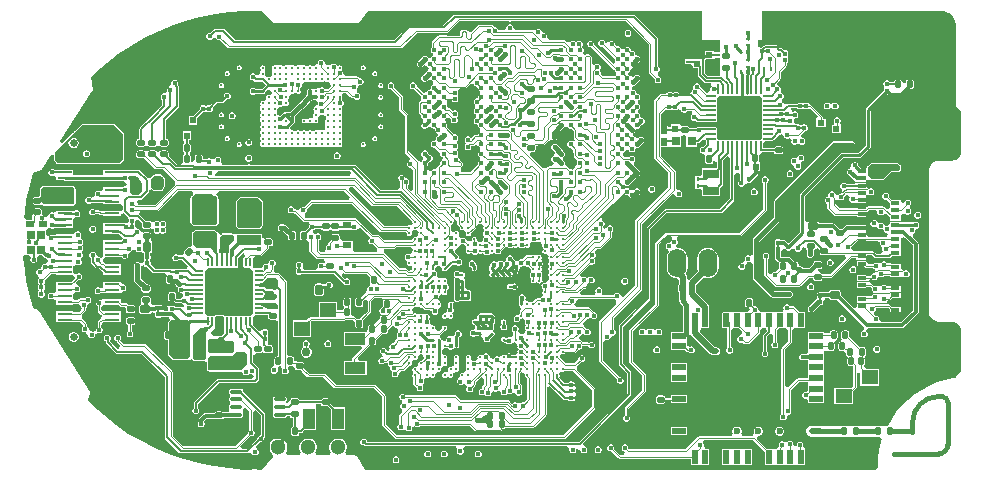
<source format=gtl>
G04*
G04 #@! TF.GenerationSoftware,Altium Limited,Altium Designer,22.2.1 (43)*
G04*
G04 Layer_Physical_Order=1*
G04 Layer_Color=255*
%FSLAX25Y25*%
%MOIN*%
G70*
G04*
G04 #@! TF.SameCoordinates,78EA78F8-FF88-446E-916A-2EA80F8DE5DB*
G04*
G04*
G04 #@! TF.FilePolarity,Positive*
G04*
G01*
G75*
%ADD14C,0.01000*%
%ADD15C,0.00787*%
%ADD17C,0.00600*%
%ADD19C,0.00591*%
%ADD22C,0.00400*%
%ADD25C,0.01063*%
%ADD26R,0.02362X0.01969*%
G04:AMPARAMS|DCode=27|XSize=23.62mil|YSize=19.68mil|CornerRadius=3.94mil|HoleSize=0mil|Usage=FLASHONLY|Rotation=90.000|XOffset=0mil|YOffset=0mil|HoleType=Round|Shape=RoundedRectangle|*
%AMROUNDEDRECTD27*
21,1,0.02362,0.01181,0,0,90.0*
21,1,0.01575,0.01968,0,0,90.0*
1,1,0.00787,0.00591,0.00787*
1,1,0.00787,0.00591,-0.00787*
1,1,0.00787,-0.00591,-0.00787*
1,1,0.00787,-0.00591,0.00787*
%
%ADD27ROUNDEDRECTD27*%
%ADD28O,0.03347X0.00787*%
%ADD29O,0.00787X0.03347*%
%ADD30R,0.01969X0.04724*%
%ADD31R,0.05118X0.00984*%
%ADD32R,0.01969X0.02362*%
%ADD33R,0.02559X0.01181*%
G04:AMPARAMS|DCode=34|XSize=23.62mil|YSize=19.68mil|CornerRadius=3.94mil|HoleSize=0mil|Usage=FLASHONLY|Rotation=180.000|XOffset=0mil|YOffset=0mil|HoleType=Round|Shape=RoundedRectangle|*
%AMROUNDEDRECTD34*
21,1,0.02362,0.01181,0,0,180.0*
21,1,0.01575,0.01968,0,0,180.0*
1,1,0.00787,-0.00787,0.00591*
1,1,0.00787,0.00787,0.00591*
1,1,0.00787,0.00787,-0.00591*
1,1,0.00787,-0.00787,-0.00591*
%
%ADD34ROUNDEDRECTD34*%
%ADD35R,0.02756X0.01968*%
%ADD36R,0.03150X0.05512*%
%ADD37R,0.03150X0.04921*%
%ADD38R,0.05512X0.03150*%
%ADD39R,0.04921X0.03150*%
%ADD40R,0.01063X0.01181*%
%ADD41R,0.04724X0.01969*%
%ADD42C,0.00984*%
%ADD43O,0.06299X0.09449*%
%ADD44C,0.03000*%
%ADD45C,0.02362*%
G04:AMPARAMS|DCode=46|XSize=47.24mil|YSize=19.69mil|CornerRadius=9.85mil|HoleSize=0mil|Usage=FLASHONLY|Rotation=0.000|XOffset=0mil|YOffset=0mil|HoleType=Round|Shape=RoundedRectangle|*
%AMROUNDEDRECTD46*
21,1,0.04724,0.00000,0,0,0.0*
21,1,0.02755,0.01969,0,0,0.0*
1,1,0.01969,0.01378,0.00000*
1,1,0.01969,-0.01378,0.00000*
1,1,0.01969,-0.01378,0.00000*
1,1,0.01969,0.01378,0.00000*
%
%ADD46ROUNDEDRECTD46*%
%ADD47C,0.01575*%
%ADD48O,0.00787X0.03150*%
%ADD49R,0.13386X0.13386*%
%ADD50P,0.00108X8X22.5*%
%ADD51O,0.03150X0.00787*%
%ADD52R,0.07874X0.03346*%
%ADD53R,0.02559X0.02756*%
%ADD54R,0.05512X0.04724*%
%ADD55R,0.01968X0.02362*%
%ADD56R,0.13780X0.13780*%
%ADD57R,0.02953X0.03150*%
%ADD58R,0.01968X0.02559*%
%ADD59R,0.01181X0.01063*%
%ADD60R,0.02402X0.02008*%
%ADD61R,0.05512X0.02953*%
G04:AMPARAMS|DCode=62|XSize=11.81mil|YSize=39.37mil|CornerRadius=2.95mil|HoleSize=0mil|Usage=FLASHONLY|Rotation=90.000|XOffset=0mil|YOffset=0mil|HoleType=Round|Shape=RoundedRectangle|*
%AMROUNDEDRECTD62*
21,1,0.01181,0.03347,0,0,90.0*
21,1,0.00591,0.03937,0,0,90.0*
1,1,0.00591,0.01673,0.00295*
1,1,0.00591,0.01673,-0.00295*
1,1,0.00591,-0.01673,-0.00295*
1,1,0.00591,-0.01673,0.00295*
%
%ADD62ROUNDEDRECTD62*%
%ADD63R,0.03937X0.07087*%
%ADD64R,0.04528X0.01181*%
%ADD65R,0.03150X0.01181*%
G04:AMPARAMS|DCode=68|XSize=23.62mil|YSize=19.68mil|CornerRadius=3.94mil|HoleSize=0mil|Usage=FLASHONLY|Rotation=45.000|XOffset=0mil|YOffset=0mil|HoleType=Round|Shape=RoundedRectangle|*
%AMROUNDEDRECTD68*
21,1,0.02362,0.01181,0,0,45.0*
21,1,0.01575,0.01968,0,0,45.0*
1,1,0.00787,0.00974,0.00139*
1,1,0.00787,-0.00139,-0.00974*
1,1,0.00787,-0.00974,-0.00139*
1,1,0.00787,0.00139,0.00974*
%
%ADD68ROUNDEDRECTD68*%
G04:AMPARAMS|DCode=69|XSize=35.43mil|YSize=23.62mil|CornerRadius=4.72mil|HoleSize=0mil|Usage=FLASHONLY|Rotation=270.000|XOffset=0mil|YOffset=0mil|HoleType=Round|Shape=RoundedRectangle|*
%AMROUNDEDRECTD69*
21,1,0.03543,0.01417,0,0,270.0*
21,1,0.02598,0.02362,0,0,270.0*
1,1,0.00945,-0.00709,-0.01299*
1,1,0.00945,-0.00709,0.01299*
1,1,0.00945,0.00709,0.01299*
1,1,0.00945,0.00709,-0.01299*
%
%ADD69ROUNDEDRECTD69*%
%ADD70R,0.02362X0.01968*%
%ADD71R,0.03346X0.07874*%
G04:AMPARAMS|DCode=72|XSize=35.43mil|YSize=23.62mil|CornerRadius=4.72mil|HoleSize=0mil|Usage=FLASHONLY|Rotation=180.000|XOffset=0mil|YOffset=0mil|HoleType=Round|Shape=RoundedRectangle|*
%AMROUNDEDRECTD72*
21,1,0.03543,0.01417,0,0,180.0*
21,1,0.02598,0.02362,0,0,180.0*
1,1,0.00945,-0.01299,0.00709*
1,1,0.00945,0.01299,0.00709*
1,1,0.00945,0.01299,-0.00709*
1,1,0.00945,-0.01299,-0.00709*
%
%ADD72ROUNDEDRECTD72*%
%ADD73R,0.07087X0.03937*%
%ADD74R,0.03150X0.02362*%
%ADD75C,0.00800*%
%ADD131C,0.01700*%
G04:AMPARAMS|DCode=132|XSize=15mil|YSize=15mil|CornerRadius=3.75mil|HoleSize=0mil|Usage=FLASHONLY|Rotation=180.000|XOffset=0mil|YOffset=0mil|HoleType=Round|Shape=RoundedRectangle|*
%AMROUNDEDRECTD132*
21,1,0.01500,0.00750,0,0,180.0*
21,1,0.00750,0.01500,0,0,180.0*
1,1,0.00750,-0.00375,0.00375*
1,1,0.00750,0.00375,0.00375*
1,1,0.00750,0.00375,-0.00375*
1,1,0.00750,-0.00375,-0.00375*
%
%ADD132ROUNDEDRECTD132*%
G04:AMPARAMS|DCode=133|XSize=15mil|YSize=15mil|CornerRadius=3.75mil|HoleSize=0mil|Usage=FLASHONLY|Rotation=90.000|XOffset=0mil|YOffset=0mil|HoleType=Round|Shape=RoundedRectangle|*
%AMROUNDEDRECTD133*
21,1,0.01500,0.00750,0,0,90.0*
21,1,0.00750,0.01500,0,0,90.0*
1,1,0.00750,0.00375,0.00375*
1,1,0.00750,0.00375,-0.00375*
1,1,0.00750,-0.00375,-0.00375*
1,1,0.00750,-0.00375,0.00375*
%
%ADD133ROUNDEDRECTD133*%
%ADD134C,0.00500*%
%ADD135C,0.00450*%
%ADD136C,0.00380*%
%ADD137C,0.00350*%
%ADD138C,0.01500*%
%ADD139C,0.01200*%
%ADD140C,0.00700*%
%ADD141C,0.02000*%
%ADD142C,0.00900*%
%ADD143C,0.00750*%
%ADD144R,0.00664X0.00522*%
%ADD145R,0.00522X0.00664*%
%ADD146C,0.17717*%
%ADD147C,0.01600*%
%ADD148C,0.05118*%
%ADD149C,0.02638*%
%ADD150C,0.02400*%
G36*
X308869Y155111D02*
X309320Y155106D01*
X310202Y154922D01*
X311032Y154571D01*
X311778Y154066D01*
X312413Y153425D01*
X312910Y152673D01*
X313253Y151840D01*
X313428Y150955D01*
Y150505D01*
X313428Y123639D01*
X313602Y123218D01*
X315246Y121574D01*
Y108609D01*
X315246Y108609D01*
X315246Y108608D01*
X315247Y108264D01*
X315119Y107624D01*
X314869Y107020D01*
X314506Y106476D01*
X314044Y106014D01*
X313500Y105651D01*
X312896Y105401D01*
X312255Y105273D01*
X311928Y105273D01*
X307658Y105274D01*
X307633Y105264D01*
X307608Y105272D01*
X307325Y105248D01*
X307284Y105227D01*
X307238Y105234D01*
X306707Y105109D01*
X306658Y105074D01*
X306597Y105071D01*
X306100Y104845D01*
X306059Y104801D01*
X305999Y104787D01*
X305556Y104468D01*
X305524Y104416D01*
X305469Y104391D01*
X305097Y103991D01*
X305075Y103934D01*
X305026Y103899D01*
X304738Y103435D01*
X304729Y103375D01*
X304687Y103330D01*
X304496Y102819D01*
X304498Y102758D01*
X304466Y102706D01*
X304378Y102167D01*
X304389Y102122D01*
X304371Y102080D01*
X304367Y101807D01*
X304368Y101803D01*
X304367Y101798D01*
X304366Y55135D01*
Y54937D01*
X304381Y54902D01*
X304370Y54865D01*
X304434Y54345D01*
X304477Y54269D01*
X304478Y54183D01*
X304888Y53223D01*
X304970Y53144D01*
X305013Y53038D01*
X305748Y52297D01*
X305853Y52253D01*
X305932Y52171D01*
X306889Y51753D01*
X306975Y51752D01*
X307050Y51708D01*
X307570Y51641D01*
X307610Y51651D01*
X307647Y51636D01*
X311847Y51635D01*
X311880Y51649D01*
X311898Y51642D01*
X311917D01*
X311923Y51640D01*
X311937Y51642D01*
X312225Y51642D01*
X312866Y51514D01*
X313470Y51264D01*
X314014Y50901D01*
X314476Y50439D01*
X314839Y49895D01*
X315089Y49291D01*
X315217Y48650D01*
X315217Y48323D01*
X315216Y35341D01*
X313572Y33697D01*
X313398Y33276D01*
Y32908D01*
X312588Y32819D01*
X309819Y32248D01*
X307116Y31419D01*
X304504Y30338D01*
X302005Y29016D01*
X299642Y27464D01*
X297436Y25696D01*
X295406Y23728D01*
X293571Y21578D01*
X291947Y19264D01*
X290654Y16991D01*
X265333D01*
X265333Y16991D01*
X264967Y16991D01*
X264293Y16712D01*
X263776Y16195D01*
X263496Y15520D01*
X263496Y15155D01*
Y14785D01*
X263780Y14099D01*
X264305Y13575D01*
X264990Y13291D01*
X288210D01*
X288791Y12478D01*
X288476Y11553D01*
X287820Y8803D01*
X287426Y6003D01*
X287299Y3179D01*
X287303Y3088D01*
X286614Y2364D01*
X116468Y2362D01*
X113626Y6855D01*
X113570Y6895D01*
X113543Y6958D01*
X113390Y7022D01*
X113253Y7118D01*
X113186Y7106D01*
X113122Y7133D01*
X110386D01*
X110087Y7579D01*
X109907Y8133D01*
X110201Y8643D01*
X110400Y9383D01*
Y10149D01*
X110201Y10889D01*
X109818Y11552D01*
X109277Y12094D01*
X108613Y12477D01*
X107874Y12675D01*
X107108D01*
X106368Y12477D01*
X105704Y12094D01*
X105163Y11552D01*
X104780Y10889D01*
X104581Y10149D01*
Y9383D01*
X104780Y8643D01*
X105075Y8133D01*
X104894Y7579D01*
X104596Y7133D01*
X100385D01*
X100087Y7579D01*
X99907Y8133D01*
X100201Y8643D01*
X100400Y9383D01*
Y10149D01*
X100201Y10889D01*
X99818Y11552D01*
X99277Y12094D01*
X98614Y12477D01*
X97874Y12675D01*
X97108D01*
X96368Y12477D01*
X95704Y12094D01*
X95163Y11552D01*
X94780Y10889D01*
X94582Y10149D01*
Y9383D01*
X94780Y8643D01*
X95074Y8133D01*
X94894Y7579D01*
X94596Y7133D01*
X90579D01*
X90165Y8133D01*
X90505Y8473D01*
X90505Y10973D01*
X88978Y12500D01*
X85733D01*
X84605Y11373D01*
X84605Y8573D01*
X85541Y7638D01*
X85878Y7299D01*
X85709Y6370D01*
X82019Y2369D01*
X78795Y2373D01*
X78758Y2358D01*
X78740Y2365D01*
X78719D01*
X78712Y2367D01*
X78699Y2365D01*
X76184Y2365D01*
X71084Y2707D01*
X66018Y3389D01*
X61010Y4408D01*
X56080Y5760D01*
X51252Y7438D01*
X46547Y9435D01*
X41985Y11742D01*
X37589Y14349D01*
X33376Y17244D01*
X29366Y20415D01*
X25578Y23846D01*
X24051Y25427D01*
X24724Y27727D01*
X24722Y27745D01*
X24733Y27760D01*
X24698Y27969D01*
X24675Y28180D01*
X24661Y28192D01*
X24658Y28209D01*
X7819Y55219D01*
X7670Y55326D01*
X7539Y55455D01*
X5773Y56177D01*
X5324Y57600D01*
X4345Y61356D01*
X3558Y65158D01*
X2965Y68994D01*
X2580Y72736D01*
X2807Y73748D01*
X3520Y73808D01*
X4429D01*
X4667Y73503D01*
X4964Y72808D01*
X4874Y72591D01*
Y72133D01*
X5049Y71711D01*
X5372Y71387D01*
X5795Y71212D01*
X6252D01*
X6675Y71387D01*
X6999Y71711D01*
X7174Y72133D01*
Y72591D01*
X7084Y72808D01*
X7380Y73503D01*
X7618Y73808D01*
X8723D01*
X9439Y73092D01*
X9753Y72882D01*
X10124Y72809D01*
X10149D01*
X10907Y72081D01*
X10853Y71748D01*
X10227Y70996D01*
X9477D01*
X9194Y70940D01*
X8954Y70780D01*
X8794Y70540D01*
X8738Y70257D01*
Y70137D01*
X8300Y69260D01*
X7842D01*
X7419Y69085D01*
X7096Y68762D01*
X6921Y68339D01*
Y67882D01*
X7096Y67459D01*
X7419Y67135D01*
X7506Y67099D01*
X7637Y66136D01*
X7621Y66036D01*
X7485Y65833D01*
X7429Y65550D01*
Y64800D01*
X7485Y64517D01*
X7646Y64277D01*
Y64079D01*
X7485Y63839D01*
X7429Y63556D01*
Y62806D01*
X7485Y62523D01*
X7641Y62232D01*
X7568Y61439D01*
X7393Y61016D01*
Y60559D01*
X7568Y60136D01*
X7892Y59812D01*
X8315Y59637D01*
X8772D01*
X9195Y59812D01*
X9518Y60136D01*
X9693Y60559D01*
Y61016D01*
X9518Y61439D01*
X9446Y62232D01*
X9601Y62523D01*
X9657Y62806D01*
Y63556D01*
X9601Y63839D01*
X9441Y64079D01*
Y64277D01*
X9601Y64517D01*
X9657Y64800D01*
Y65462D01*
X11665Y67470D01*
X13430D01*
Y67212D01*
X18542Y67212D01*
X18543D01*
X18543D01*
X18989Y67212D01*
X19210Y67142D01*
X19682Y66199D01*
X18441Y64959D01*
X13430D01*
X13430Y63275D01*
X13430Y62275D01*
X13430Y61619D01*
X12526Y61145D01*
X12483Y61151D01*
X12462Y61172D01*
X12040Y61347D01*
X11582D01*
X11160Y61172D01*
X10836Y60848D01*
X10661Y60426D01*
Y59968D01*
X10836Y59545D01*
X11160Y59222D01*
X11582Y59047D01*
X12040D01*
X12462Y59222D01*
X12473Y59233D01*
X12594Y59246D01*
X13430Y58775D01*
X13430Y58338D01*
Y57369D01*
X19248D01*
Y57589D01*
X20690D01*
X20851Y57542D01*
X21614Y56862D01*
X21789Y56439D01*
X22113Y56116D01*
X21619Y55303D01*
X21151Y54835D01*
X19248D01*
Y55117D01*
X13430D01*
X13430Y53432D01*
X13430Y52432D01*
Y51464D01*
X19248D01*
Y51684D01*
X21382D01*
X22035Y51031D01*
X22498Y50187D01*
X22175Y49864D01*
X22000Y49441D01*
Y48984D01*
X22175Y48561D01*
X22498Y48238D01*
X22921Y48063D01*
X23288D01*
X23572Y47862D01*
X24126Y47290D01*
Y47015D01*
X24301Y46593D01*
X24624Y46269D01*
X25047Y46094D01*
X25504D01*
X25927Y46269D01*
X26250Y46593D01*
X26426Y47015D01*
Y47407D01*
X26676Y47626D01*
X27011Y47831D01*
X27303Y47967D01*
X27685Y47809D01*
X28142D01*
X28565Y47985D01*
X28888Y48308D01*
X29063Y48731D01*
Y49188D01*
X28888Y49611D01*
X28565Y49934D01*
X28659Y50870D01*
X29178Y51464D01*
X34996D01*
X34996Y53148D01*
X34996Y54148D01*
Y55117D01*
X29178D01*
X28536Y55851D01*
Y56635D01*
X28881Y57030D01*
X28943Y57084D01*
X29762Y57369D01*
X34115D01*
X34602Y56883D01*
X35042Y56701D01*
X36347D01*
X36799Y56248D01*
Y55189D01*
X36857Y54899D01*
X37021Y54653D01*
X37267Y54488D01*
X37557Y54431D01*
X39132D01*
X39422Y54488D01*
X39668Y54653D01*
X39833Y54899D01*
X39890Y55189D01*
Y56370D01*
X39833Y56660D01*
X39668Y56906D01*
X39422Y57070D01*
X39132Y57128D01*
X37679D01*
X37044Y57763D01*
X36604Y57945D01*
X35300D01*
X34996Y58249D01*
Y59054D01*
X29604D01*
X29178Y59054D01*
X28178Y58852D01*
X28142Y58867D01*
X27685D01*
X27262Y58691D01*
X26939Y58368D01*
X26763Y57945D01*
Y57488D01*
X26939Y57065D01*
X27262Y56742D01*
X27291Y56730D01*
Y55385D01*
X27473Y54945D01*
X28536Y53882D01*
X28638Y53765D01*
X28756Y53615D01*
X28374Y52618D01*
X28175Y52535D01*
X27473Y51834D01*
X27291Y51394D01*
Y49946D01*
X27262Y49934D01*
X26939Y49611D01*
X26763Y49188D01*
Y48797D01*
X26513Y48578D01*
X26178Y48372D01*
X25886Y48236D01*
X25504Y48394D01*
X25138D01*
X24854Y48594D01*
X24300Y49167D01*
Y49441D01*
X24125Y49864D01*
X23801Y50187D01*
X23744Y50211D01*
Y50824D01*
X23561Y51265D01*
X22080Y52746D01*
X22032Y52766D01*
X21930Y53323D01*
X21928Y53852D01*
X23205Y55129D01*
X23388Y55569D01*
Y56104D01*
X23415Y56116D01*
X23739Y56439D01*
X23914Y56862D01*
Y57319D01*
X24621Y57901D01*
X24944Y58224D01*
X25119Y58647D01*
Y59104D01*
X24944Y59527D01*
X24621Y59851D01*
X24198Y60026D01*
X23741D01*
X23318Y59851D01*
X22994Y59527D01*
X22978Y59487D01*
X21452D01*
X21012Y59305D01*
X20540Y58834D01*
X20039D01*
X19248Y59338D01*
X19248Y60054D01*
X19248Y60837D01*
X19933Y61468D01*
X20126Y61514D01*
X20583D01*
X21006Y61689D01*
X21329Y62012D01*
X21504Y62435D01*
Y62892D01*
X21329Y63315D01*
X21006Y63639D01*
X20583Y63814D01*
X20470D01*
X20007Y64765D01*
X20800Y65557D01*
X20834Y65543D01*
X21292D01*
X21714Y65718D01*
X22038Y66041D01*
X22213Y66464D01*
Y66922D01*
X22038Y67344D01*
X21714Y67668D01*
X21292Y67843D01*
X20834D01*
X20412Y67668D01*
X20248Y67504D01*
X19494Y67674D01*
X19275Y67795D01*
X19248Y68043D01*
X19248Y68162D01*
Y68896D01*
X19248Y70093D01*
X20175Y70579D01*
X20598Y70404D01*
X21056D01*
X21478Y70579D01*
X21802Y70903D01*
X21977Y71325D01*
Y71783D01*
X21802Y72205D01*
X21872Y72765D01*
X22195Y73089D01*
X22370Y73511D01*
Y73969D01*
X22273Y74203D01*
X22195Y74413D01*
X22196Y74932D01*
X22274Y75393D01*
X22340Y75553D01*
X22449Y75816D01*
Y76273D01*
X22274Y76696D01*
X22022Y77146D01*
X22276Y77594D01*
X22451Y78017D01*
Y78443D01*
X22451Y78475D01*
X22451Y78475D01*
X22276Y78897D01*
X21917Y79568D01*
X21898Y80401D01*
X21898Y80859D01*
X21898Y80859D01*
X21889Y80881D01*
X21723Y81281D01*
X21399Y81605D01*
X20977Y81780D01*
X20519D01*
X20097Y81605D01*
X19920Y81428D01*
X19773Y81281D01*
X19105Y80778D01*
X18674Y80707D01*
X13430D01*
Y80608D01*
X12580D01*
X12287Y80550D01*
X12195Y80488D01*
X12118Y80520D01*
X11661D01*
X11238Y80345D01*
X11093Y80200D01*
X10255Y80411D01*
X10093Y80506D01*
X10093Y82186D01*
X10878Y82706D01*
X10893D01*
X11893Y82712D01*
X11951Y82688D01*
X12409D01*
X12831Y82863D01*
X12912Y82943D01*
X16299D01*
X16339Y82935D01*
X16462Y82960D01*
X19248D01*
X19248Y84644D01*
X19248Y85831D01*
X20145Y86488D01*
X20248Y86488D01*
X20603D01*
X21025Y86663D01*
X21349Y86986D01*
X21524Y87409D01*
Y87866D01*
X21349Y88289D01*
X21025Y88613D01*
X20603Y88788D01*
X20162D01*
X20145Y88788D01*
X19248Y88581D01*
X19248Y88581D01*
X13430D01*
Y88551D01*
X13189Y88333D01*
X12430Y87986D01*
X12264Y88055D01*
X11806D01*
X11384Y87880D01*
X11060Y87556D01*
X10885Y87133D01*
Y87028D01*
X10257Y86467D01*
X9802Y86644D01*
X9781Y86696D01*
X9457Y87019D01*
X9035Y87194D01*
X8804Y87475D01*
X8806Y87481D01*
Y88662D01*
X8748Y88952D01*
X8584Y89198D01*
X8338Y89363D01*
X8047Y89420D01*
X6473D01*
X6182Y89363D01*
X5936Y89198D01*
X5772Y88952D01*
X5714Y88662D01*
Y87512D01*
X5548Y87345D01*
X5365Y86905D01*
Y85374D01*
X3652D01*
X2732Y86219D01*
X2948Y88354D01*
X3534Y92191D01*
X4315Y95994D01*
X5287Y99752D01*
X5727Y101153D01*
X8373Y102187D01*
X8505Y102314D01*
X8656Y102418D01*
X11850Y107336D01*
X12849Y107040D01*
Y105362D01*
X12960Y105094D01*
X13430Y104625D01*
X13430Y104613D01*
X13476Y104578D01*
X13846Y104209D01*
X14113Y104098D01*
X14114Y104098D01*
X14216Y104098D01*
X34391Y104098D01*
X34658Y104209D01*
X36055Y105606D01*
X36166Y105874D01*
X36166Y114134D01*
X36055Y114402D01*
X32866Y117591D01*
X32598Y117702D01*
X22244Y117702D01*
X21976Y117591D01*
X19628Y115243D01*
X19586Y115141D01*
X19571Y115119D01*
X19568Y115116D01*
X19355Y114798D01*
X19037Y114586D01*
X19035Y114582D01*
X19013Y114567D01*
X18911Y114525D01*
X15488Y111102D01*
X14706Y111735D01*
X25592Y128498D01*
X25631Y128707D01*
X25681Y128913D01*
X25040Y133050D01*
X26536Y134544D01*
X30294Y137836D01*
X34259Y140875D01*
X38415Y143649D01*
X42743Y146146D01*
X47225Y148354D01*
X51841Y150265D01*
X56573Y151870D01*
X61399Y153162D01*
X66299Y154136D01*
X71253Y154788D01*
X76239Y155115D01*
X78737Y155115D01*
X82221Y155115D01*
X86030Y151306D01*
X86450Y151132D01*
X113901D01*
X113928Y151143D01*
X113956Y151135D01*
X114135Y151229D01*
X114322Y151306D01*
X114333Y151333D01*
X114359Y151347D01*
X117490Y155119D01*
X139190Y155118D01*
X228621Y155118D01*
Y145537D01*
X234886D01*
Y141401D01*
X233160D01*
X232720Y141807D01*
Y141807D01*
X229619D01*
Y140424D01*
X228736Y139541D01*
X228593Y139327D01*
X228543Y139075D01*
Y139051D01*
X225682D01*
Y139051D01*
X225041Y139157D01*
X225041Y139157D01*
X224725Y139157D01*
X223160D01*
Y137394D01*
X225041D01*
X225682Y136659D01*
Y136343D01*
X227362D01*
Y133785D01*
X227412Y133533D01*
X227555Y133320D01*
X229634Y131240D01*
X229848Y131097D01*
X230100Y131047D01*
X231657D01*
X231913Y130327D01*
X231936Y130047D01*
X231669Y129781D01*
X231494Y129358D01*
Y128901D01*
X230876Y127965D01*
X230292Y127895D01*
X228181Y130006D01*
Y130242D01*
X228006Y130665D01*
X227682Y130988D01*
X227259Y131163D01*
X226802D01*
X226379Y130988D01*
X226056Y130665D01*
X225881Y130242D01*
Y129785D01*
X225805Y129124D01*
X225482Y128801D01*
X225307Y128378D01*
Y128378D01*
X225178Y127890D01*
X224383Y127700D01*
X221016D01*
X221009Y127732D01*
X220849Y127972D01*
X220609Y128132D01*
X220326Y128188D01*
X219576D01*
X219294Y128132D01*
X218955Y128008D01*
X218616Y128132D01*
X218333Y128188D01*
X217583D01*
X217300Y128132D01*
X217060Y127972D01*
X216900Y127732D01*
X216887Y127670D01*
X215145D01*
X214724Y127495D01*
X212939Y125710D01*
X212765Y125289D01*
Y106207D01*
X212939Y105786D01*
X217417Y101309D01*
Y96338D01*
X206579Y85501D01*
X206405Y85080D01*
Y63841D01*
X202544Y59980D01*
X201544Y60386D01*
X201369Y60809D01*
X201045Y61132D01*
X200623Y61308D01*
X200165D01*
X199742Y61132D01*
X199419Y60809D01*
X199274Y60459D01*
X195779D01*
X195480Y60985D01*
X195307Y61459D01*
X195441Y61783D01*
Y62240D01*
X195266Y62663D01*
X194943Y62986D01*
X194520Y63162D01*
X194063D01*
X193640Y62986D01*
X193316Y62663D01*
X193141Y62240D01*
Y61783D01*
X193275Y61459D01*
X193103Y60985D01*
X192803Y60459D01*
X188521D01*
X188107Y61459D01*
X189343Y62695D01*
X189610D01*
X190031Y62869D01*
X191561Y64400D01*
X191567Y64397D01*
X192024D01*
X192447Y64572D01*
X192771Y64896D01*
X192946Y65319D01*
Y65776D01*
X192771Y66199D01*
X192447Y66522D01*
X192024Y66697D01*
X191567D01*
X191144Y66522D01*
X190586Y66294D01*
X190028Y66522D01*
X189605Y66697D01*
X189147D01*
X188725Y66522D01*
X188081Y67256D01*
X191587Y70762D01*
X191794Y70676D01*
X192252D01*
X192675Y70851D01*
X192998Y71175D01*
X193173Y71598D01*
Y72055D01*
X192998Y72478D01*
X192859Y72617D01*
X192903Y72838D01*
X193226Y73162D01*
X193401Y73585D01*
Y74042D01*
X193226Y74465D01*
X193194Y74496D01*
X193109Y75112D01*
X193856Y76028D01*
X194711D01*
X195132Y76202D01*
X198504Y79574D01*
X198679Y79995D01*
Y81625D01*
X198735Y81648D01*
X199058Y81972D01*
X199233Y82395D01*
Y82852D01*
X199058Y83275D01*
X198735Y83598D01*
X198312Y83773D01*
X197854D01*
X197432Y83598D01*
X197108Y83275D01*
X197004Y83023D01*
X196610Y82723D01*
X196025Y82491D01*
X195974Y82672D01*
X195918Y83472D01*
X196108Y83662D01*
X196283Y84085D01*
Y84542D01*
X196108Y84965D01*
X195785Y85288D01*
X195580Y85373D01*
X195295Y86095D01*
X195256Y86463D01*
X203041Y94248D01*
X203263Y94027D01*
X203681Y93854D01*
X204133D01*
X204597Y93349D01*
X204920Y93025D01*
X205343Y92850D01*
X205801D01*
X205915Y92898D01*
X206064D01*
X206064Y92898D01*
X206493Y92983D01*
X206857Y93226D01*
X207627Y93997D01*
X207700Y94027D01*
X208020Y94347D01*
X208194Y94765D01*
Y95218D01*
X208020Y95636D01*
X207700Y95956D01*
X207282Y96129D01*
X206830D01*
X206412Y95956D01*
X206092Y95636D01*
X206090Y95632D01*
X205968Y95510D01*
X204872Y95636D01*
X204552Y95956D01*
X204284Y96066D01*
X204251Y96271D01*
Y96862D01*
X204284Y97066D01*
X204552Y97177D01*
X204872Y97497D01*
X204887Y97535D01*
X206083Y98731D01*
X206152Y98759D01*
X206475Y99083D01*
X206504Y99151D01*
X207662Y100310D01*
X207700Y100326D01*
X208020Y100646D01*
X208194Y101064D01*
Y101517D01*
X208020Y101935D01*
X207700Y102255D01*
X207664Y102270D01*
X206380Y103554D01*
X206351Y103623D01*
X206177Y103797D01*
X206105Y104596D01*
X206142Y104899D01*
X206407Y105164D01*
X206582Y105587D01*
Y106044D01*
X206407Y106467D01*
X206084Y106790D01*
X205661Y106965D01*
X205203D01*
X204781Y106790D01*
X204626Y106636D01*
X202914D01*
X202499Y107149D01*
X202768Y108243D01*
X202795Y108255D01*
X202882Y108291D01*
X203205Y108615D01*
X203241Y108702D01*
X203318Y108859D01*
X203319Y108859D01*
X204291D01*
X204305Y108856D01*
X204405Y108615D01*
X204729Y108291D01*
X205151Y108116D01*
X205609D01*
X206032Y108291D01*
X206355Y108615D01*
X206391Y108701D01*
X206796Y109533D01*
X207282Y109602D01*
X207700Y109775D01*
X208020Y110095D01*
X208036Y110133D01*
X208974Y111071D01*
X209043Y111099D01*
X209366Y111423D01*
X209541Y111846D01*
Y112303D01*
X209366Y112726D01*
X209043Y113049D01*
X208620Y113224D01*
X208162D01*
X207740Y113049D01*
X207473Y112783D01*
X207375Y112768D01*
X207044Y112788D01*
X206364Y113047D01*
X206355Y113068D01*
X206032Y113391D01*
X205791Y113491D01*
X205790Y113498D01*
Y114479D01*
X205945Y114555D01*
X206032Y114590D01*
X206355Y114914D01*
X206391Y115000D01*
X206796Y115832D01*
X207282Y115901D01*
X207700Y116074D01*
X208020Y116394D01*
X208194Y116812D01*
Y116950D01*
X208522Y117278D01*
X208675D01*
X209098Y117453D01*
X209421Y117777D01*
X209596Y118200D01*
Y118657D01*
X209421Y119080D01*
X209098Y119403D01*
X209052Y119422D01*
X208207Y119954D01*
X208194Y120415D01*
X208020Y120833D01*
X207700Y121153D01*
X207435Y121263D01*
X207403Y121458D01*
Y122068D01*
X207435Y122263D01*
X207700Y122373D01*
X208020Y122693D01*
X208194Y123111D01*
Y123564D01*
X208020Y123982D01*
X207700Y124302D01*
X207433Y124412D01*
X207400Y124617D01*
Y125208D01*
X207433Y125412D01*
X207700Y125523D01*
X208020Y125843D01*
X208194Y126261D01*
Y126714D01*
X208020Y127132D01*
X207700Y127452D01*
X207282Y127625D01*
X206786Y127960D01*
X206611Y128383D01*
X206288Y128706D01*
X205901Y128866D01*
X205828Y128905D01*
X205533Y129095D01*
X205629Y130147D01*
X205946Y130301D01*
X205950D01*
X206373Y130476D01*
X206696Y130800D01*
X206725Y130868D01*
X207662Y131806D01*
X207700Y131822D01*
X208020Y132142D01*
X208194Y132560D01*
Y133013D01*
X208020Y133431D01*
X207700Y133751D01*
X207282Y133924D01*
X206830D01*
X206412Y133751D01*
X206092Y133431D01*
X206076Y133392D01*
X205968Y133285D01*
X204872Y133431D01*
X204552Y133751D01*
X204284Y133861D01*
X204251Y134066D01*
Y134657D01*
X204284Y134861D01*
X204552Y134972D01*
X204872Y135292D01*
X205045Y135710D01*
X205306Y136277D01*
X205961Y136564D01*
X206304Y136706D01*
X206627Y137030D01*
X206656Y137099D01*
X207662Y138105D01*
X207700Y138121D01*
X208020Y138441D01*
X208194Y138859D01*
Y139312D01*
X208020Y139730D01*
X207700Y140050D01*
X207326Y140205D01*
X207282Y140223D01*
X207282D01*
X206749Y140436D01*
X206546Y140975D01*
X206371Y141398D01*
X206048Y141721D01*
X205625Y141896D01*
X205625Y141896D01*
X205147Y141989D01*
X205045Y142462D01*
X204872Y142880D01*
X204552Y143200D01*
X204133Y143373D01*
X203681D01*
X203263Y143200D01*
X202943Y142880D01*
X202832Y142612D01*
X202628Y142580D01*
X202036D01*
X201832Y142612D01*
X201722Y142880D01*
X201401Y143200D01*
X200983Y143373D01*
X200531D01*
X200442Y143336D01*
X199724Y144053D01*
X199747Y144109D01*
Y144567D01*
X199572Y144990D01*
X199249Y145313D01*
X198826Y145488D01*
X198368D01*
X197946Y145313D01*
X197622Y144990D01*
X197513Y144725D01*
X196656Y144701D01*
X196513Y144725D01*
X196349Y145120D01*
X196026Y145443D01*
X195603Y145618D01*
X195145D01*
X194723Y145443D01*
X194399Y145120D01*
X194224Y144697D01*
Y144240D01*
X194399Y143817D01*
X194723Y143493D01*
X195145Y143318D01*
X195603D01*
X195659Y143342D01*
X199640Y139361D01*
X199620Y139312D01*
Y138859D01*
X199730Y138592D01*
X199736Y138266D01*
X199453Y137394D01*
X199410Y137377D01*
X192734Y144053D01*
X192757Y144109D01*
Y144567D01*
X192582Y144990D01*
X192259Y145313D01*
X191836Y145488D01*
X191378D01*
X190956Y145313D01*
X190632Y144990D01*
X190457Y144567D01*
Y144109D01*
X190632Y143687D01*
X190956Y143363D01*
X191378Y143188D01*
X191836D01*
X191892Y143211D01*
X199588Y135515D01*
X199723Y135459D01*
X199793Y135292D01*
X200113Y134972D01*
X200238Y133937D01*
X199696Y133382D01*
X195777D01*
X195030Y134128D01*
X195053Y134185D01*
Y134642D01*
X194878Y135065D01*
X194602Y135455D01*
X194878Y135846D01*
X195053Y136269D01*
Y136726D01*
X194878Y137149D01*
X194555Y137472D01*
X194132Y137647D01*
X193674D01*
X193252Y137472D01*
X192954Y137174D01*
X192815Y137179D01*
X191954Y137409D01*
Y139913D01*
X191779Y140334D01*
X191479Y140634D01*
X191058Y140809D01*
X190258D01*
X189837Y140634D01*
X189735Y140532D01*
X189508Y140415D01*
X189500Y140414D01*
X189348Y140497D01*
X189123Y141591D01*
X189297Y142009D01*
Y142462D01*
X189123Y142880D01*
X188804Y143200D01*
X188786Y143438D01*
X188961Y143860D01*
Y144318D01*
X188786Y144741D01*
X188463Y145064D01*
X188040Y145239D01*
X187582D01*
X187160Y145064D01*
X186735Y144809D01*
X186329Y145082D01*
X185906Y145257D01*
X185448D01*
X185026Y145082D01*
X184702Y144759D01*
X183660Y144855D01*
X183096Y145418D01*
X182675Y145593D01*
X177687D01*
X177682Y145596D01*
X177081Y146544D01*
Y147001D01*
X176906Y147424D01*
X176583Y147747D01*
X176160Y147922D01*
X175686Y147951D01*
X175408Y148425D01*
X175233Y148848D01*
X174910Y149171D01*
X174487Y149346D01*
X174029D01*
X173607Y149171D01*
X173283Y148848D01*
X172216Y148886D01*
X172160Y148909D01*
X166710D01*
X165861Y149472D01*
Y149929D01*
X165686Y150352D01*
X165363Y150676D01*
X164940Y150851D01*
X164970Y151838D01*
X203220D01*
X210952Y144106D01*
Y134843D01*
X211135Y134402D01*
X212957Y132581D01*
X212945Y132552D01*
Y132094D01*
X213120Y131671D01*
X213443Y131348D01*
X213866Y131173D01*
X214323D01*
X214746Y131348D01*
X215069Y131671D01*
X215245Y132094D01*
Y132552D01*
X215069Y132974D01*
X214746Y133298D01*
X214323Y133473D01*
X214265Y133529D01*
X214079Y133869D01*
X214155Y134891D01*
X214479Y135215D01*
X214654Y135637D01*
Y136095D01*
X214479Y136518D01*
X214155Y136841D01*
X214153Y136842D01*
Y145787D01*
X213963Y146247D01*
X206404Y153806D01*
X205945Y153996D01*
X146314D01*
X145855Y153806D01*
X142418Y150369D01*
X131118D01*
X130658Y150179D01*
X126109Y145630D01*
X73140D01*
X69689Y149081D01*
X69229Y149272D01*
X66535D01*
X66076Y149081D01*
X64954Y147959D01*
X64952Y147960D01*
X64495D01*
X64072Y147785D01*
X63748Y147461D01*
X63573Y147039D01*
Y146581D01*
X63748Y146159D01*
X64072Y145835D01*
X64495Y145660D01*
X64952D01*
X65375Y145835D01*
X65698Y146159D01*
X65773Y146339D01*
X66470Y146356D01*
X66797Y146282D01*
X66939Y145940D01*
X67262Y145617D01*
X67685Y145442D01*
X68048D01*
X70525Y142965D01*
X70965Y142783D01*
X128248D01*
X128688Y142965D01*
X133680Y147958D01*
X140900D01*
X140984Y146993D01*
X140563Y146818D01*
X138790Y145045D01*
X138616Y144624D01*
Y142951D01*
X138545Y142880D01*
X138372Y142462D01*
Y142009D01*
X138545Y141591D01*
X138865Y141271D01*
X139132Y141160D01*
X139165Y140956D01*
Y140365D01*
X139132Y140160D01*
X138865Y140050D01*
X138545Y139730D01*
X138435Y139464D01*
X138240Y139432D01*
X137630D01*
X137435Y139464D01*
X137325Y139730D01*
X137004Y140050D01*
X136586Y140223D01*
X136134D01*
X135716Y140050D01*
X135396Y139730D01*
X135380Y139691D01*
X134110Y138421D01*
X134042Y138320D01*
X133928Y138206D01*
X133753Y137783D01*
Y137326D01*
X133928Y136903D01*
X134252Y136579D01*
X134674Y136404D01*
X135132D01*
X135555Y136579D01*
X135878Y136903D01*
X135959Y137098D01*
X136001Y137101D01*
X137057Y136782D01*
X137070Y136749D01*
X137394Y136425D01*
X137657Y136316D01*
X137533Y135326D01*
X137462Y135294D01*
X137086Y135138D01*
X136762Y134815D01*
X136734Y134746D01*
X135754Y133767D01*
X135716Y133751D01*
X135396Y133431D01*
X135223Y133013D01*
Y132560D01*
X135396Y132142D01*
X135716Y131822D01*
X136134Y131649D01*
X136586D01*
X137004Y131822D01*
X137325Y132142D01*
X137340Y132180D01*
X137448Y132288D01*
X138451Y132154D01*
X138630Y132056D01*
X138865Y131822D01*
X139131Y131712D01*
X139163Y131517D01*
Y130907D01*
X139131Y130712D01*
X138865Y130602D01*
X138545Y130282D01*
X138372Y129864D01*
X138272Y129368D01*
X137453Y129016D01*
X137348Y128972D01*
X137024Y128649D01*
X136981Y128544D01*
X136844Y128224D01*
X135849Y127878D01*
X133650Y130077D01*
X133662Y130106D01*
Y130564D01*
X133487Y130986D01*
X133164Y131310D01*
X132741Y131485D01*
X132284D01*
X131861Y131310D01*
X131537Y130986D01*
X131362Y130564D01*
Y130106D01*
X131537Y129684D01*
X131861Y129360D01*
X132284Y129185D01*
X132741D01*
X132770Y129197D01*
X135232Y126735D01*
X135223Y126714D01*
Y126261D01*
X135082Y125418D01*
X134482Y124818D01*
X134308Y124397D01*
Y121645D01*
X134482Y121224D01*
X135243Y120464D01*
X135223Y120415D01*
Y119962D01*
X135396Y119544D01*
X135716Y119224D01*
X135850Y119168D01*
X135906Y119037D01*
X135716Y118003D01*
X135396Y117683D01*
X135223Y117265D01*
Y116812D01*
X135396Y116394D01*
X135716Y116074D01*
X136134Y115901D01*
X136586D01*
X137004Y116074D01*
X137325Y116394D01*
X138358Y116584D01*
X138489Y116528D01*
X138545Y116394D01*
X138865Y116074D01*
X139283Y115901D01*
X139739Y115857D01*
X139772Y115397D01*
X139772Y115397D01*
X139947Y114974D01*
X140271Y114650D01*
X140376Y114607D01*
X140675Y113728D01*
X140669Y113485D01*
X140627Y113444D01*
X140559Y113415D01*
X140235Y113092D01*
X140060Y112669D01*
X139832Y112113D01*
X139283Y111877D01*
X138865Y111704D01*
X138545Y111384D01*
X138372Y110966D01*
Y110513D01*
X138545Y110095D01*
X138865Y109775D01*
X139283Y109602D01*
X139735D01*
X139757Y109611D01*
X140695Y108673D01*
X140789Y108634D01*
X141522Y107816D01*
Y107363D01*
X141695Y106945D01*
X142015Y106625D01*
X142281Y106515D01*
X142316Y106299D01*
X142318Y106182D01*
X142044Y105417D01*
X142015Y105405D01*
X141695Y105085D01*
X141522Y104667D01*
Y104214D01*
X141542Y104165D01*
X140837Y103460D01*
X140664Y103043D01*
X140661Y103038D01*
X139735Y102428D01*
X139283D01*
X138865Y102255D01*
X138545Y101935D01*
X137551Y102147D01*
X137227Y102470D01*
Y103698D01*
X137325Y103796D01*
X137498Y104214D01*
Y104465D01*
X137954Y104921D01*
X138107D01*
X138530Y105096D01*
X138853Y105420D01*
X139028Y105843D01*
Y106300D01*
X138853Y106723D01*
X138530Y107046D01*
X138107Y107221D01*
X137954D01*
X137498Y107677D01*
Y107816D01*
X137325Y108234D01*
X137004Y108554D01*
X136586Y108727D01*
X136134D01*
X135716Y108554D01*
X135396Y108234D01*
X135223Y107816D01*
Y107363D01*
X135396Y106945D01*
X135716Y106625D01*
X135917Y105788D01*
X135277Y105023D01*
X134391Y105046D01*
X134310Y105077D01*
X134271Y105171D01*
X130910Y108532D01*
Y120433D01*
X130736Y120854D01*
X128932Y122658D01*
Y126648D01*
X128758Y127069D01*
X126093Y129734D01*
X126245Y130101D01*
Y130558D01*
X126070Y130981D01*
X125746Y131304D01*
X125323Y131479D01*
X124866D01*
X124443Y131304D01*
X124120Y130981D01*
X123945Y130558D01*
Y130101D01*
X124120Y129678D01*
X124443Y129355D01*
X124866Y129179D01*
X125011D01*
X125044Y129099D01*
X127742Y126401D01*
Y122411D01*
X127916Y121990D01*
X129720Y120187D01*
Y108285D01*
X129894Y107864D01*
X131478Y106280D01*
X131429Y105893D01*
X131148Y105196D01*
X130929Y105105D01*
X130605Y104781D01*
X130430Y104359D01*
Y103901D01*
X130605Y103479D01*
X130929Y103155D01*
X131351Y102980D01*
X131809D01*
X132505Y102337D01*
Y95657D01*
X131581Y95275D01*
X130610Y96246D01*
X130634Y97268D01*
X130935Y97569D01*
X131110Y97991D01*
Y98449D01*
X130935Y98871D01*
X130611Y99195D01*
X130189Y99370D01*
X129753Y99439D01*
X129753Y99896D01*
X129753Y99896D01*
X129578Y100319D01*
X129254Y100642D01*
X128832Y100817D01*
X128374D01*
X127951Y100642D01*
X127628Y100319D01*
X127453Y99896D01*
Y99439D01*
X127628Y99016D01*
X127951Y98692D01*
X128007Y98669D01*
Y96237D01*
X127219Y95526D01*
X121720D01*
X113427Y103819D01*
X112967Y104009D01*
X77980D01*
X77906Y104979D01*
X78326Y105153D01*
X78329Y105154D01*
X78329Y105154D01*
X78355Y105180D01*
X78652Y105477D01*
X78827Y105900D01*
Y106357D01*
X78652Y106780D01*
X78329Y107104D01*
X77906Y107279D01*
X77448D01*
X77026Y107104D01*
X76702Y106780D01*
X76527Y106357D01*
Y105900D01*
X76702Y105477D01*
X77000Y105180D01*
X77026Y105154D01*
X77026Y105154D01*
X77028Y105153D01*
X77448Y104979D01*
X77374Y104009D01*
X68950D01*
X68733Y104247D01*
X68383Y105009D01*
X68450Y105171D01*
Y105629D01*
X68275Y106051D01*
X67951Y106375D01*
X67529Y106550D01*
X67071D01*
X66649Y106375D01*
X66325Y106051D01*
X66264Y105904D01*
X65684Y105754D01*
X65350Y105723D01*
X65197Y105741D01*
X64963Y105975D01*
X64540Y106150D01*
X64082D01*
X63660Y105975D01*
X63560Y105876D01*
X62337D01*
Y106507D01*
X62280Y106798D01*
X62115Y107044D01*
X61869Y107208D01*
X61579Y107266D01*
X60398D01*
X60108Y107208D01*
X59862Y107044D01*
X59697Y106798D01*
X59640Y106507D01*
Y105867D01*
X58676Y104920D01*
X58404Y104927D01*
X58400Y104933D01*
X58400Y105033D01*
Y106507D01*
X58343Y106798D01*
X58178Y107044D01*
X58147Y107064D01*
X58068Y107420D01*
Y107820D01*
X58147Y108176D01*
X58178Y108196D01*
X58343Y108442D01*
X58400Y108733D01*
Y110307D01*
X58343Y110598D01*
X58178Y110844D01*
X57932Y111008D01*
X57701Y111054D01*
Y112094D01*
X58376D01*
Y115156D01*
X55707D01*
Y112094D01*
X55977Y111749D01*
X55929Y110846D01*
X55925Y110844D01*
X55760Y110598D01*
X55703Y110307D01*
Y108733D01*
X55760Y108442D01*
X55925Y108196D01*
X55956Y108176D01*
X56035Y107820D01*
Y107420D01*
X55956Y107064D01*
X55925Y107044D01*
X55760Y106798D01*
X55703Y106507D01*
Y105033D01*
X55703Y104933D01*
X55168Y104189D01*
X54965Y104033D01*
X53736D01*
X50963Y106806D01*
X50966Y106821D01*
Y108002D01*
X50908Y108292D01*
X50744Y108538D01*
X50498Y108703D01*
X50207Y108760D01*
X48633D01*
X48342Y108703D01*
X48096Y108538D01*
X48006Y108402D01*
X47470Y108343D01*
X46934Y108402D01*
X46844Y108538D01*
X46598Y108703D01*
X46307Y108760D01*
X44733D01*
X44442Y108703D01*
X44196Y108538D01*
X44196Y108537D01*
X43953Y108474D01*
X43327D01*
X43084Y108537D01*
X43084Y108538D01*
X42838Y108703D01*
X42547Y108760D01*
X40973D01*
X40682Y108703D01*
X40436Y108538D01*
X40272Y108292D01*
X40214Y108002D01*
Y106821D01*
X40272Y106531D01*
X40436Y106285D01*
X40682Y106120D01*
X40973Y106063D01*
X42547D01*
X42791Y106111D01*
X46228Y102674D01*
X46668Y102491D01*
X49061D01*
X53033Y98520D01*
X53101Y97804D01*
X52996Y97342D01*
X46335Y90681D01*
X40835D01*
X40614Y90708D01*
X40315Y91372D01*
X40917Y92306D01*
X41622D01*
X41915Y92364D01*
X42163Y92530D01*
X44163Y94530D01*
X44328Y94778D01*
X44387Y95071D01*
Y95435D01*
X45387Y95849D01*
X45874Y95362D01*
X46142Y95251D01*
X48760D01*
X48808Y95271D01*
X48860Y95264D01*
X48937Y95324D01*
X49028Y95362D01*
X49048Y95410D01*
X49089Y95441D01*
X49856Y96779D01*
X49869Y96877D01*
X49906Y96968D01*
Y99271D01*
X49795Y99538D01*
X48713Y100621D01*
X48445Y100732D01*
X46287D01*
X46019Y100621D01*
X45102Y99704D01*
X44915Y99625D01*
X44114Y99582D01*
X43843Y99629D01*
X41413Y102059D01*
X41165Y102225D01*
X40872Y102283D01*
X34996D01*
Y102361D01*
X29178D01*
Y100676D01*
X28285Y100417D01*
X20140D01*
X19248Y100676D01*
X19248Y102361D01*
X13430D01*
X13430Y102361D01*
X12449Y102407D01*
X12158Y102528D01*
X11700D01*
X11278Y102353D01*
X10954Y102029D01*
X10779Y101607D01*
Y101149D01*
X10954Y100726D01*
X11278Y100403D01*
X11700Y100228D01*
X12158D01*
X12430Y100340D01*
X13032Y100102D01*
X13430Y99838D01*
Y98708D01*
X16215D01*
X16339Y98683D01*
X35666D01*
X35686Y98652D01*
X35926Y98492D01*
X36209Y98436D01*
X36971Y97441D01*
X36879Y96944D01*
X36607Y96780D01*
X36575Y96780D01*
X36149D01*
X35960Y96701D01*
X34996Y96455D01*
Y96455D01*
X34996Y96455D01*
X29178D01*
Y95415D01*
X28178Y95078D01*
X28092Y95163D01*
X27670Y95338D01*
X27212D01*
X26790Y95163D01*
X26466Y94840D01*
X26291Y94417D01*
Y93959D01*
X25655Y93041D01*
X25140Y93015D01*
X25061Y93093D01*
X24638Y93269D01*
X24181D01*
X23758Y93093D01*
X23435Y92770D01*
X23259Y92347D01*
Y91890D01*
X23435Y91467D01*
X23758Y91144D01*
X24181Y90969D01*
X24638D01*
X25061Y91144D01*
X25176Y91259D01*
X29178D01*
Y90834D01*
X34605D01*
X34996Y90834D01*
X35605Y90086D01*
Y89329D01*
X34996Y88581D01*
X34605Y88581D01*
X29178D01*
X29178Y88581D01*
X28212Y88663D01*
X27854Y88811D01*
X26593D01*
X26581Y88840D01*
X26258Y89164D01*
X25835Y89339D01*
X25377D01*
X24955Y89164D01*
X24631Y88840D01*
X24456Y88418D01*
Y87960D01*
X24631Y87538D01*
X24955Y87214D01*
X25377Y87039D01*
X25835D01*
X26258Y87214D01*
X26581Y87538D01*
X26593Y87567D01*
X27596D01*
X27863Y87299D01*
X28304Y87117D01*
X29178D01*
Y86897D01*
X34996D01*
Y87458D01*
X35347Y87691D01*
X35996Y87844D01*
X37569Y86270D01*
X37745Y85822D01*
X37611Y85295D01*
Y85082D01*
X37465Y84793D01*
X37023Y84577D01*
X36450Y84404D01*
X36294Y84509D01*
X36001Y84567D01*
X34996D01*
Y84644D01*
X29178D01*
Y82960D01*
X29178D01*
Y82676D01*
X29178D01*
Y80991D01*
X32215D01*
X32279Y80979D01*
X34541D01*
X35211Y80309D01*
X35671Y79507D01*
X35364Y79155D01*
X34996Y78739D01*
X29178D01*
X29178Y77054D01*
X29178Y76054D01*
X29178Y75086D01*
X29178Y74049D01*
X29178Y73631D01*
X29157Y73543D01*
X28346Y72977D01*
X28155Y73018D01*
X28099Y73038D01*
X28138Y73022D01*
X28155Y73018D01*
X28155Y73018D01*
X28138Y73022D01*
X27938Y73105D01*
X27715Y73197D01*
X27700D01*
X27118Y73446D01*
X26780Y74048D01*
X26605Y74470D01*
X26281Y74794D01*
X25859Y74969D01*
X25401D01*
X24979Y74794D01*
X24655Y74470D01*
X24480Y74048D01*
Y73590D01*
X24655Y73168D01*
X24979Y72844D01*
X24981Y72843D01*
Y71528D01*
X25171Y71068D01*
X26676Y69563D01*
X27135Y69373D01*
X27782D01*
X29178Y67978D01*
Y67212D01*
X34996D01*
Y68180D01*
X34996Y68896D01*
X34996D01*
Y69180D01*
X34996D01*
Y70865D01*
X30058D01*
X29502Y71421D01*
X29148Y71583D01*
X29046Y72243D01*
X29816Y73117D01*
X30067Y73117D01*
X34996D01*
X35648Y72726D01*
X36070Y72551D01*
X36528D01*
X36951Y72726D01*
X37274Y73049D01*
X37449Y73472D01*
Y73930D01*
X37441Y73950D01*
X37461Y74026D01*
X38059Y74874D01*
X38142D01*
X38565Y75049D01*
X38888Y75372D01*
X38930Y75473D01*
X39987Y75454D01*
X40029Y75352D01*
X40353Y75029D01*
X40775Y74854D01*
X41233D01*
X41328Y74893D01*
X41890Y74928D01*
X42002Y74884D01*
X42576Y74643D01*
X42789Y74501D01*
X42721Y73521D01*
X42705Y73441D01*
Y72691D01*
X42761Y72408D01*
X42921Y72168D01*
Y71970D01*
X42761Y71730D01*
X42713Y71491D01*
X42705Y71447D01*
X42699Y71425D01*
X41599Y71131D01*
X41565Y71163D01*
X41473Y71255D01*
X41242Y71487D01*
X40819Y71662D01*
X40362D01*
X39939Y71487D01*
X39616Y71163D01*
X39441Y70741D01*
Y70283D01*
X39469Y70214D01*
Y65551D01*
X39469Y65551D01*
X39554Y65122D01*
X39797Y64758D01*
X41879Y62676D01*
Y62126D01*
X41937Y61836D01*
X42102Y61590D01*
X42348Y61425D01*
X42638Y61368D01*
X44213D01*
X44503Y61425D01*
X44749Y61590D01*
X44913Y61836D01*
X44971Y62126D01*
Y63307D01*
X44913Y63597D01*
X44749Y63843D01*
X44503Y64008D01*
X44213Y64065D01*
X43663D01*
X41712Y66016D01*
Y69231D01*
X41720Y69798D01*
X41844Y70078D01*
X42624Y70379D01*
X42784Y70284D01*
X42921Y70174D01*
X43161Y70014D01*
X43444Y69958D01*
X43685D01*
X45651Y67992D01*
X45899Y67826D01*
X46192Y67768D01*
X49830D01*
X49943Y67632D01*
X50284Y66784D01*
X50226Y66494D01*
Y64919D01*
X50284Y64629D01*
X50448Y64383D01*
X50694Y64219D01*
X50984Y64161D01*
X51774D01*
X51809Y64154D01*
X51809Y64154D01*
X52934D01*
X53425Y63662D01*
X53434Y63640D01*
X53758Y63316D01*
X54152Y63037D01*
X54028Y62578D01*
Y62121D01*
X54203Y61698D01*
X54526Y61374D01*
X54949Y61199D01*
X55482Y61079D01*
X55818Y60546D01*
X55893Y60070D01*
X55247Y59308D01*
X53854D01*
X53484Y59678D01*
Y60733D01*
X53427Y61023D01*
X53262Y61269D01*
X53016Y61433D01*
X52726Y61491D01*
X51545D01*
X51255Y61433D01*
X51009Y61269D01*
X50844Y61023D01*
X50787Y60733D01*
Y59158D01*
X50844Y58868D01*
X51009Y58622D01*
X51255Y58457D01*
X51545Y58399D01*
X52600D01*
X52997Y58003D01*
X53245Y57837D01*
X53537Y57779D01*
X55319D01*
X55530Y57568D01*
X55608Y57536D01*
X55948Y56729D01*
X55760Y56656D01*
X55005Y56588D01*
X54971Y56611D01*
X54678Y56669D01*
X53147D01*
X53058Y56802D01*
X52819Y56962D01*
X52536Y57018D01*
X51786D01*
X51503Y56962D01*
X51263Y56802D01*
X51065D01*
X50825Y56962D01*
X50542Y57018D01*
X50039D01*
X50017Y57023D01*
X48891D01*
X48872Y57042D01*
X48557Y57252D01*
X48187Y57326D01*
X46878D01*
X46507Y57252D01*
X46193Y57042D01*
X46190Y57041D01*
X45709Y57045D01*
X44943Y57971D01*
X44971Y58189D01*
Y59370D01*
X44913Y59660D01*
X44749Y59906D01*
X44503Y60071D01*
X44213Y60128D01*
X42638D01*
X42348Y60071D01*
X42102Y59906D01*
X41937Y59660D01*
X41879Y59370D01*
Y58189D01*
X41619Y57269D01*
X41376Y57076D01*
X41336Y57050D01*
X41154Y56778D01*
X41091Y56457D01*
Y55039D01*
X41154Y54719D01*
X41336Y54446D01*
X41608Y54265D01*
X41929Y54201D01*
X44528D01*
X44848Y54265D01*
X45120Y54446D01*
X45302Y54719D01*
X46261Y54491D01*
X46312Y54473D01*
X46406Y53810D01*
Y53689D01*
X46462Y53406D01*
X46622Y53167D01*
X46862Y53006D01*
X47145Y52950D01*
X47895D01*
X48178Y53006D01*
X48415Y53165D01*
X51068D01*
X51131Y53064D01*
X51375Y52165D01*
X50756Y51546D01*
X50645Y51278D01*
X50645Y48593D01*
X50197D01*
X49907Y48535D01*
X49661Y48371D01*
X49496Y48125D01*
X49439Y47835D01*
Y46260D01*
X49496Y45970D01*
X49661Y45724D01*
X49907Y45559D01*
X50197Y45502D01*
X50645D01*
X50645Y40709D01*
X50756Y40441D01*
X52330Y38866D01*
X52598Y38756D01*
X57257Y38756D01*
X57525Y38866D01*
X57658Y39000D01*
X58660Y39194D01*
X58788Y39066D01*
X59309Y38545D01*
X59577Y38434D01*
X62611Y38434D01*
X62879Y38545D01*
X63806Y38058D01*
X63806Y35904D01*
X63806Y35744D01*
X63806Y35744D01*
X63917Y35476D01*
X64143Y35251D01*
X64253Y35089D01*
X64352Y35089D01*
X64539Y35012D01*
X74951Y35012D01*
X75432Y34742D01*
X75674Y34312D01*
X75690Y34273D01*
X76014Y33949D01*
X76436Y33774D01*
X76894D01*
X77316Y33949D01*
X77640Y34273D01*
X78010Y34346D01*
X78067Y34290D01*
X78490Y34114D01*
X78834D01*
X79340Y33386D01*
X78823Y32610D01*
X67436D01*
X67163Y32556D01*
X66932Y32401D01*
X59555Y25025D01*
X59401Y24793D01*
X59346Y24520D01*
Y22933D01*
X59085Y22671D01*
X58910Y22249D01*
Y21791D01*
X59085Y21369D01*
X59409Y21045D01*
X59831Y20870D01*
X60289D01*
X60711Y21045D01*
X61035Y21369D01*
X61210Y21791D01*
Y22249D01*
X61035Y22671D01*
X60774Y22933D01*
Y24224D01*
X67732Y31183D01*
X79810D01*
X80083Y31237D01*
X80314Y31392D01*
X80981Y32059D01*
X81136Y32290D01*
X81191Y32563D01*
Y35785D01*
X81136Y36059D01*
X80981Y36290D01*
X79220Y38051D01*
Y40415D01*
X79268Y40506D01*
X79961Y41210D01*
X81535D01*
X81826Y41268D01*
X81832Y41272D01*
X82227Y41417D01*
X82837Y41359D01*
X83056Y41242D01*
X83135Y41189D01*
X83425Y41131D01*
X85000D01*
X85290Y41189D01*
X85536Y41354D01*
X85701Y41600D01*
X85758Y41890D01*
Y43071D01*
X85701Y43361D01*
X85536Y43607D01*
X85290Y43771D01*
X85000Y43829D01*
X84570D01*
X84155Y44120D01*
X84148Y44131D01*
X83929Y45131D01*
X84089Y45371D01*
X84146Y45654D01*
Y46404D01*
X84089Y46687D01*
X83929Y46926D01*
Y47125D01*
X84089Y47364D01*
X84146Y47647D01*
Y48397D01*
X84089Y48680D01*
X83929Y48920D01*
X83689Y49080D01*
X83407Y49136D01*
X82657D01*
X82374Y49080D01*
X82134Y48920D01*
X82110Y48884D01*
X81290Y48650D01*
X80945Y48635D01*
X78942Y50638D01*
Y52900D01*
X78935Y52939D01*
X79134Y53251D01*
X79408Y53525D01*
X79720Y53725D01*
X79759Y53717D01*
X80908D01*
X80940Y53711D01*
X84173D01*
Y53097D01*
X84231Y52807D01*
X84395Y52561D01*
X84641Y52397D01*
X84931Y52339D01*
X86500D01*
X86506Y52339D01*
X87298Y51874D01*
X87500Y51665D01*
Y40087D01*
X86968D01*
X86678Y40029D01*
X86432Y39865D01*
X86268Y39619D01*
X86210Y39328D01*
Y37754D01*
X86229Y37662D01*
X86061Y37130D01*
X85720Y36582D01*
X85490Y36487D01*
X85167Y36163D01*
X84992Y35741D01*
Y35283D01*
X85167Y34860D01*
X85490Y34537D01*
X85913Y34362D01*
X86370D01*
X86793Y34537D01*
X87117Y34860D01*
X87292Y35283D01*
Y35741D01*
X87779Y36709D01*
X88365Y36946D01*
X88455Y36898D01*
X88887Y35916D01*
X88712Y35493D01*
Y35036D01*
X88887Y34613D01*
X89211Y34290D01*
X89634Y34114D01*
X90091D01*
X90514Y34290D01*
X90837Y34613D01*
X91012Y35036D01*
Y35493D01*
X90837Y35916D01*
X90734Y36019D01*
X90799Y36391D01*
X91103Y36995D01*
X92087D01*
X92139Y37006D01*
X92881Y36595D01*
X93139Y36360D01*
Y36171D01*
X93197Y35881D01*
X93362Y35635D01*
X93607Y35470D01*
X93898Y35413D01*
X94980D01*
X95346Y35046D01*
X95526Y34972D01*
X97198Y33300D01*
X97638Y33118D01*
X102587D01*
X106066Y29639D01*
X106506Y29456D01*
X119270D01*
X122104Y26622D01*
Y17306D01*
X122286Y16866D01*
X126482Y12670D01*
X126922Y12488D01*
X182610D01*
X183050Y12670D01*
X193060Y22680D01*
X193242Y23120D01*
Y29100D01*
X193060Y29540D01*
X186999Y35601D01*
X186954Y36665D01*
X187152Y36863D01*
X188510Y38221D01*
X188511Y38220D01*
X188969D01*
X189392Y38395D01*
X189715Y38719D01*
X189890Y39141D01*
Y39599D01*
X189715Y40021D01*
X189392Y40345D01*
X188969Y40520D01*
X188511D01*
X188089Y40345D01*
X187765Y40021D01*
X187590Y39599D01*
Y39141D01*
X187614Y39085D01*
X186256Y37728D01*
X183261D01*
X181492Y39497D01*
X181521Y40619D01*
X181651Y40749D01*
X181877Y40867D01*
X181999Y40888D01*
X182175Y40815D01*
X182526D01*
X182850Y40949D01*
X182975Y41074D01*
X185944D01*
X186384Y41256D01*
X187437Y42309D01*
X187466Y42297D01*
X187924D01*
X188346Y42472D01*
X188670Y42795D01*
X188845Y43218D01*
Y43676D01*
X188848Y43680D01*
X189971D01*
X190014Y43637D01*
X190454Y43455D01*
X190855D01*
X190954Y43214D01*
X191278Y42891D01*
X191700Y42716D01*
X192158D01*
X192580Y42891D01*
X192904Y43214D01*
X193079Y43637D01*
Y44094D01*
X192904Y44517D01*
X192580Y44841D01*
X192158Y45016D01*
X191700D01*
X191278Y44841D01*
X191137Y44699D01*
X190712D01*
X190669Y44742D01*
X190229Y44925D01*
X189042D01*
X188448Y45519D01*
X188007Y45701D01*
X187882Y46701D01*
X187985Y46973D01*
X188407Y47148D01*
X188522Y47263D01*
X189053Y47414D01*
X189738Y47290D01*
X189814Y47214D01*
X190236Y47039D01*
X190694D01*
X191116Y47214D01*
X191440Y47538D01*
X191615Y47960D01*
Y48418D01*
X191440Y48840D01*
X191116Y49164D01*
X190694Y49339D01*
X190236D01*
X190207Y49327D01*
X189291Y50243D01*
X189080Y51349D01*
X190342Y52612D01*
X190694D01*
X191116Y52787D01*
X191622Y52998D01*
X192065Y52724D01*
X192488Y52549D01*
X192945D01*
X193368Y52724D01*
X193692Y53048D01*
X193867Y53470D01*
Y53928D01*
X193692Y54350D01*
X193368Y54674D01*
X192945Y54849D01*
X192819D01*
X191475Y56193D01*
X191035Y56375D01*
X187070D01*
X186188Y57375D01*
X186203Y57487D01*
X186526Y57810D01*
X186701Y58233D01*
Y58690D01*
X187567Y59214D01*
X199555D01*
X200080Y58804D01*
X200242Y57678D01*
X194658Y52094D01*
X194483Y51673D01*
Y38465D01*
X194658Y38044D01*
X200369Y32332D01*
X200346Y32276D01*
Y31819D01*
X200521Y31396D01*
X200845Y31072D01*
X201267Y30897D01*
X201725D01*
X202148Y31072D01*
X202471Y31396D01*
X202646Y31819D01*
Y32276D01*
X202471Y32699D01*
X202148Y33022D01*
X201725Y33197D01*
X201267D01*
X201211Y33174D01*
X195674Y38711D01*
Y44926D01*
X195741Y45009D01*
X196674Y45512D01*
X196700Y45501D01*
X197158D01*
X197537Y45658D01*
X197581Y45676D01*
X197581Y45676D01*
X197904Y46000D01*
X197912Y46012D01*
X198370Y46563D01*
X198936Y46935D01*
X199531Y47214D01*
X199854Y47537D01*
X199854Y47537D01*
X199881Y47601D01*
X200029Y47960D01*
Y48418D01*
X199854Y48840D01*
X199531Y49164D01*
X199454Y49196D01*
Y52942D01*
X208641Y62130D01*
X208815Y62551D01*
Y84253D01*
X218850Y94288D01*
X219289Y94210D01*
X219919Y93943D01*
X220025Y93689D01*
X220349Y93365D01*
X220771Y93190D01*
X221229D01*
X221651Y93365D01*
X221975Y93689D01*
X222150Y94111D01*
Y94569D01*
X221975Y94991D01*
X221651Y95315D01*
X221229Y95490D01*
X220911D01*
X220736Y95524D01*
X219985Y96247D01*
Y101673D01*
X219811Y102094D01*
X214929Y106976D01*
Y110002D01*
X217279D01*
Y110002D01*
X218154Y110002D01*
Y110002D01*
X221807D01*
Y113189D01*
X221914Y113417D01*
X223087Y113799D01*
X223469Y113591D01*
X223469Y113122D01*
Y110002D01*
X227122D01*
Y111065D01*
X227547D01*
X227837Y111123D01*
X228083Y111287D01*
X228873Y112078D01*
X229033Y112118D01*
X229987Y112074D01*
X230121Y111985D01*
X230158Y111948D01*
Y110888D01*
X229251Y109980D01*
X228944D01*
X228522Y109805D01*
X228198Y109481D01*
X228023Y109059D01*
Y108601D01*
X228198Y108179D01*
X228522Y107855D01*
X228944Y107680D01*
X229206D01*
X229688Y107133D01*
X229867Y106790D01*
X229832Y106614D01*
Y105039D01*
X229890Y104749D01*
X230054Y104503D01*
X230300Y104339D01*
X230591Y104281D01*
X231772D01*
X232062Y104339D01*
X232308Y104503D01*
X232472Y104749D01*
X232530Y105039D01*
Y105191D01*
X232605Y105241D01*
X233605Y104706D01*
Y102788D01*
X228635D01*
Y101024D01*
X228294Y100165D01*
X226531D01*
Y98284D01*
X226531D01*
Y97803D01*
X226531D01*
Y95922D01*
X228294D01*
X228635Y95063D01*
Y93387D01*
X234847D01*
Y96109D01*
X235669Y96931D01*
X235811Y97144D01*
X235861Y97396D01*
Y105364D01*
X237226Y106729D01*
X238226Y106315D01*
Y97537D01*
Y92707D01*
X234666Y89147D01*
X216745D01*
X216491Y89096D01*
X216276Y88953D01*
X210457Y83134D01*
X210313Y82919D01*
X210262Y82665D01*
Y59693D01*
X201303Y50733D01*
X201159Y50518D01*
X201109Y50264D01*
Y37402D01*
X201159Y37148D01*
X201303Y36933D01*
X203902Y34334D01*
Y27649D01*
X187680Y11427D01*
X117134D01*
Y11764D01*
X116959Y12186D01*
X116636Y12510D01*
X116213Y12685D01*
X115755D01*
X115333Y12510D01*
X115009Y12186D01*
X114834Y11764D01*
Y11306D01*
X115009Y10884D01*
X115333Y10560D01*
X115755Y10385D01*
X116213D01*
X116253Y10401D01*
X116358Y10296D01*
X116574Y10152D01*
X116827Y10102D01*
X146731D01*
X147190Y9145D01*
X147015Y8723D01*
Y8265D01*
X147190Y7843D01*
X147513Y7519D01*
X147936Y7344D01*
X148393D01*
X148816Y7519D01*
X149139Y7843D01*
X149315Y8265D01*
Y8723D01*
X149139Y9145D01*
X149598Y10102D01*
X183860D01*
X184496Y9183D01*
Y8726D01*
X184671Y8303D01*
X184994Y7979D01*
X185417Y7804D01*
X185875D01*
X186297Y7979D01*
X186621Y8303D01*
X186796Y8726D01*
Y9183D01*
X186879Y9303D01*
X187249Y9305D01*
X188175Y8726D01*
X188350Y8303D01*
X188673Y7979D01*
X189096Y7804D01*
X189553D01*
X189976Y7979D01*
X190300Y8303D01*
X190475Y8726D01*
Y9183D01*
X190300Y9606D01*
X189976Y9929D01*
X189553Y10104D01*
X189232Y11104D01*
X205033Y26906D01*
X205177Y27121D01*
X205227Y27374D01*
Y34609D01*
X205177Y34862D01*
X205033Y35077D01*
X202434Y37676D01*
Y49990D01*
X211394Y58949D01*
X211538Y59164D01*
X211588Y59418D01*
Y82390D01*
X217019Y87822D01*
X234941D01*
X235195Y87872D01*
X235410Y88016D01*
X239358Y91964D01*
X239501Y92179D01*
X239552Y92432D01*
Y97537D01*
Y100490D01*
X240406Y101338D01*
X241090Y101319D01*
X241379Y100957D01*
Y98792D01*
X241266Y98744D01*
X240942Y98421D01*
X240767Y97998D01*
Y97541D01*
X240942Y97118D01*
X241266Y96795D01*
X241688Y96620D01*
X242146D01*
X242568Y96795D01*
X242892Y97118D01*
X243015Y97415D01*
X243206Y97601D01*
X244067Y97974D01*
X244155Y97937D01*
X244613D01*
X245035Y98112D01*
X245252Y98329D01*
X245272Y98342D01*
X247299Y100370D01*
X247509Y100684D01*
X247583Y101054D01*
Y101894D01*
X248145D01*
Y104563D01*
X248145D01*
X247924Y105512D01*
Y107087D01*
X248187Y107676D01*
X248607Y108067D01*
X248628Y108072D01*
X248874Y108236D01*
X248907Y108285D01*
X252785D01*
Y108150D01*
X252843Y107859D01*
X253007Y107613D01*
X253253Y107449D01*
X253543Y107391D01*
X255118D01*
X255408Y107449D01*
X255654Y107613D01*
X255819Y107859D01*
X255876Y108150D01*
Y109331D01*
X255819Y109621D01*
X255654Y109867D01*
X255408Y110031D01*
X255118Y110089D01*
X253543D01*
X253253Y110031D01*
X253007Y109867D01*
X252843Y109621D01*
X252841Y109610D01*
X249096D01*
Y110897D01*
X249338Y111610D01*
X250051Y111852D01*
X251980D01*
X252270Y111910D01*
X252516Y112074D01*
X252680Y112320D01*
X252686Y112351D01*
X254342Y114007D01*
X254351Y114003D01*
X254809D01*
X255029Y114095D01*
X255814Y113739D01*
X256010Y113591D01*
X256185Y113169D01*
X256509Y112845D01*
X256931Y112670D01*
X257389D01*
X257811Y112845D01*
X258618Y112237D01*
X258634Y112198D01*
X258535Y111959D01*
Y111501D01*
X258710Y111079D01*
X259034Y110755D01*
X259456Y110580D01*
X259914D01*
X260336Y110755D01*
X260873Y110841D01*
X261409Y110755D01*
X261574Y110686D01*
X261831Y110580D01*
X262289D01*
X262711Y110755D01*
X263035Y111079D01*
X263210Y111501D01*
Y111959D01*
X263035Y112381D01*
X262711Y112705D01*
X262289Y112880D01*
X262219D01*
X261786Y113861D01*
X263071Y115146D01*
X263244D01*
X263527Y115202D01*
X263767Y115362D01*
X263927Y115602D01*
X263983Y115885D01*
Y116635D01*
X263927Y116918D01*
X263767Y117157D01*
X263527Y117318D01*
X263244Y117374D01*
X262494D01*
X262211Y117318D01*
X261872Y117194D01*
X261533Y117318D01*
X261250Y117374D01*
X260608D01*
X260517Y117435D01*
X260265Y117485D01*
X260166D01*
X259378Y118196D01*
Y118517D01*
X259392Y118673D01*
X259904Y119425D01*
X260032Y119490D01*
X260336Y119616D01*
X260660Y119939D01*
X260835Y120362D01*
Y120819D01*
X260660Y121242D01*
X260336Y121565D01*
X259914Y121741D01*
X259456D01*
X259189Y121630D01*
X258821Y121627D01*
X258367Y122800D01*
X258466Y122976D01*
X260472D01*
X260486Y122902D01*
X260647Y122662D01*
X260886Y122502D01*
X261169Y122446D01*
X261919D01*
X262202Y122502D01*
X262442Y122662D01*
X262640D01*
X262880Y122502D01*
X263163Y122446D01*
X263913D01*
X264196Y122502D01*
X264436Y122662D01*
X264740Y122692D01*
X267279Y120153D01*
X266900Y119153D01*
X266900D01*
Y116484D01*
X269962D01*
Y119153D01*
X269053D01*
Y119882D01*
X268871Y120322D01*
X265193Y124000D01*
X264753Y124182D01*
X264603D01*
X264596Y124218D01*
X264436Y124458D01*
X264196Y124618D01*
X263913Y124674D01*
X263163D01*
X262880Y124618D01*
X262541Y124494D01*
X262202Y124618D01*
X261919Y124674D01*
X261169D01*
X260886Y124618D01*
X260647Y124458D01*
X260536Y124292D01*
X257350D01*
X257098Y124242D01*
X256885Y124100D01*
X256835Y124050D01*
X256458Y124093D01*
X255748Y124377D01*
X255660Y124588D01*
X255412Y124836D01*
X255388Y125395D01*
X255446Y125932D01*
X255769Y126256D01*
X255945Y126679D01*
Y127136D01*
X255769Y127559D01*
X255494Y127834D01*
X255446Y127882D01*
X255088Y128306D01*
X254948Y128855D01*
X254936Y128981D01*
X254936Y129359D01*
X254761Y129782D01*
X254437Y130105D01*
X254170Y130216D01*
X253910Y130821D01*
X253821Y131281D01*
X254885Y132345D01*
X255067Y132785D01*
Y134918D01*
X256839Y136689D01*
X257021Y137129D01*
Y137949D01*
X257057Y137956D01*
X257297Y138117D01*
X257457Y138356D01*
X257513Y138639D01*
Y139389D01*
X257457Y139672D01*
X257333Y140011D01*
X257457Y140350D01*
X257513Y140633D01*
Y141383D01*
X257457Y141666D01*
X257297Y141905D01*
X257057Y142066D01*
X256774Y142122D01*
X256215D01*
X255557Y142780D01*
X255344Y142922D01*
X255092Y142972D01*
X254824D01*
X254137Y143659D01*
X253924Y143802D01*
X253672Y143852D01*
X250010D01*
X249758Y143802D01*
X249544Y143659D01*
X249261Y143376D01*
X249195D01*
X248944Y143325D01*
X248730Y143183D01*
X248460Y142913D01*
X248439D01*
X248376Y142900D01*
X247655Y143294D01*
X247375Y143538D01*
Y145537D01*
X248921D01*
Y155118D01*
X308782D01*
X308795Y155116D01*
X308802Y155118D01*
X308822D01*
X308837Y155124D01*
X308869Y155111D01*
D02*
G37*
G36*
X164482Y150851D02*
X164060Y150676D01*
X163736Y150352D01*
X163561Y149929D01*
Y149472D01*
X162712Y148909D01*
X161018D01*
X160878Y149248D01*
X160555Y149571D01*
X160132Y149746D01*
X159674D01*
X159618Y149723D01*
X158823Y150518D01*
X158402Y150693D01*
X154404D01*
X153983Y150518D01*
X151749Y148284D01*
X150691Y148383D01*
X150598Y148440D01*
X150182Y148856D01*
X149761Y149031D01*
X149099D01*
X148678Y148856D01*
X148209Y148387D01*
X148035Y147966D01*
Y147044D01*
X147984Y146993D01*
X143842D01*
X143757Y147958D01*
X144197Y148140D01*
X147896Y151838D01*
X164452D01*
X164482Y150851D01*
D02*
G37*
G36*
X234886Y133544D02*
X230861D01*
X229859Y134547D01*
Y138803D01*
X230155Y139099D01*
X232720D01*
Y139099D01*
X233160Y139638D01*
X234886D01*
Y133544D01*
D02*
G37*
G36*
X152609Y130708D02*
X152644Y130624D01*
X152968Y130300D01*
X153390Y130125D01*
X153920Y129935D01*
X154120Y129411D01*
X154293Y128993D01*
X154613Y128673D01*
X154880Y128562D01*
X154913Y128358D01*
Y127767D01*
X154880Y127562D01*
X154613Y127452D01*
X154293Y127132D01*
X154120Y126714D01*
X154029Y126246D01*
X153557Y126165D01*
X153556Y126165D01*
X153134Y125990D01*
X152810Y125667D01*
X152635Y125244D01*
Y124787D01*
X152810Y124364D01*
X153134Y124040D01*
X153114Y122966D01*
X153107Y122963D01*
X152783Y122640D01*
X152608Y122217D01*
Y121759D01*
X152783Y121337D01*
X153107Y121013D01*
X153259Y120950D01*
X153509Y120795D01*
X153524Y120002D01*
X153415Y119678D01*
X153107Y119550D01*
X152783Y119227D01*
X152608Y118804D01*
Y118347D01*
X152783Y117924D01*
X153107Y117600D01*
X153529Y117425D01*
X154016Y117293D01*
X154120Y116812D01*
X154293Y116394D01*
X154613Y116074D01*
X154879Y115964D01*
X154911Y115769D01*
Y115159D01*
X154879Y114964D01*
X154613Y114854D01*
X154293Y114534D01*
X154120Y114116D01*
Y113998D01*
X153258D01*
X152845Y113827D01*
X151883Y112865D01*
X151733Y112895D01*
X151410Y113218D01*
X150987Y113393D01*
X150529D01*
X150107Y113218D01*
X149783Y112895D01*
X149608Y112472D01*
Y112015D01*
X149766Y111634D01*
X149783Y111592D01*
X149783D01*
X150019Y111078D01*
X149783Y110565D01*
X149783D01*
X149766Y110523D01*
X149608Y110142D01*
Y109685D01*
X149783Y109262D01*
X150107Y108938D01*
X150529Y108763D01*
X150987D01*
X151410Y108938D01*
X151733Y109262D01*
X151908Y109685D01*
Y110129D01*
X152326D01*
X152740Y110300D01*
X153120Y110680D01*
X153548Y110609D01*
X154192Y110338D01*
X154293Y110095D01*
X154613Y109775D01*
X154880Y109664D01*
X154913Y109460D01*
Y108869D01*
X154880Y108664D01*
X154613Y108554D01*
X154293Y108234D01*
X154120Y107816D01*
Y107363D01*
X154293Y106945D01*
X154613Y106625D01*
X154879Y106515D01*
X154911Y106320D01*
Y105710D01*
X154879Y105515D01*
X154613Y105405D01*
X154293Y105085D01*
X154120Y104667D01*
Y104214D01*
X154129Y104192D01*
X151557Y101621D01*
X148706D01*
X148285Y101958D01*
X148267Y101991D01*
X148468Y103076D01*
X148868Y103476D01*
X149042Y103897D01*
Y104463D01*
X148868Y104884D01*
X148057Y105695D01*
Y105881D01*
X147882Y106304D01*
X147559Y106627D01*
X147368Y107097D01*
X147543Y107520D01*
Y107977D01*
X147368Y108400D01*
X147345Y108422D01*
X147124Y109005D01*
X147313Y109681D01*
X147488Y110103D01*
Y110561D01*
X147313Y110984D01*
X147255Y111041D01*
X147101Y111694D01*
X147269Y112274D01*
X147346Y112351D01*
X147521Y112774D01*
Y113231D01*
X147346Y113654D01*
X147023Y113977D01*
X146600Y114152D01*
X146142D01*
X146103Y114136D01*
X143688Y116551D01*
X143797Y116812D01*
Y117265D01*
X143623Y117683D01*
X143353Y117953D01*
X143288Y118228D01*
X143234Y119037D01*
X143742Y119541D01*
X144694Y119516D01*
X145079Y119131D01*
Y118692D01*
X145254Y118269D01*
X145578Y117945D01*
X146000Y117770D01*
X146458D01*
X146881Y117945D01*
X147204Y118269D01*
X147379Y118692D01*
Y119149D01*
X147204Y119572D01*
X146992Y120019D01*
X147304Y120366D01*
X147479Y120789D01*
Y121246D01*
X147304Y121669D01*
X146981Y121992D01*
X146558Y122167D01*
X146100D01*
X145678Y121992D01*
X145658Y121973D01*
X144854Y122777D01*
X144441Y122948D01*
X144337D01*
X143797Y123111D01*
Y123564D01*
X143623Y123982D01*
X143640Y125074D01*
X143700Y125212D01*
X143923Y125402D01*
X145405D01*
X145428Y125346D01*
X145752Y125022D01*
X146174Y124847D01*
X146632D01*
X147055Y125022D01*
X147378Y125346D01*
X147553Y125769D01*
Y126226D01*
X147378Y126649D01*
Y127346D01*
X147553Y127769D01*
Y128226D01*
X147480Y128402D01*
X147818Y129149D01*
X148039Y129402D01*
X149642D01*
X150063Y129576D01*
X151488Y131001D01*
X151691Y131011D01*
X152609Y130708D01*
D02*
G37*
G36*
X234886Y126907D02*
Y126907D01*
X247375D01*
Y126907D01*
X247761Y126988D01*
X248208Y126757D01*
X248728Y126256D01*
X248736Y125996D01*
X248720Y125499D01*
X248662Y125209D01*
X248720Y124919D01*
X248736Y124422D01*
X248720Y123925D01*
X248662Y123634D01*
X248720Y123344D01*
X248738Y122847D01*
X248720Y122350D01*
X248662Y122060D01*
X248720Y121769D01*
X248738Y121272D01*
X248720Y120775D01*
X248662Y120485D01*
X248720Y120195D01*
X248738Y119697D01*
X248720Y119200D01*
X248662Y118910D01*
X248720Y118620D01*
X248738Y118122D01*
X248720Y117625D01*
X248662Y117335D01*
X248720Y117045D01*
X248736Y116548D01*
X248720Y116051D01*
X248662Y115760D01*
X248720Y115470D01*
X248736Y114973D01*
X248720Y114476D01*
X248662Y114186D01*
X248720Y113895D01*
X248754Y112952D01*
X248720Y112901D01*
X248386Y112563D01*
X248048Y112229D01*
X247551Y112212D01*
X247053Y112229D01*
X246763Y112286D01*
X246473Y112229D01*
X245976Y112210D01*
X245479Y112229D01*
X245188Y112286D01*
X244898Y112229D01*
X244401Y112212D01*
X243904Y112229D01*
X243614Y112286D01*
X243323Y112229D01*
X242826Y112212D01*
X242329Y112229D01*
X242039Y112286D01*
X241748Y112229D01*
X241251Y112210D01*
X240754Y112229D01*
X240464Y112286D01*
X240174Y112229D01*
X239676Y112210D01*
X239179Y112229D01*
X238889Y112286D01*
X238599Y112229D01*
X238102Y112212D01*
X237604Y112229D01*
X237314Y112286D01*
X237024Y112229D01*
X236527Y112210D01*
X236030Y112229D01*
X235739Y112286D01*
X235449Y112229D01*
X234952Y112212D01*
X234455Y112229D01*
X234117Y112563D01*
X233783Y112901D01*
X233766Y113398D01*
X233783Y113895D01*
X233840Y114186D01*
X233783Y114476D01*
X233766Y114973D01*
X233783Y115470D01*
X233840Y115760D01*
X233783Y116051D01*
X233618Y116297D01*
X233372Y116461D01*
X233082Y116519D01*
X228231D01*
X227985Y116621D01*
X227527D01*
X227104Y116446D01*
X226888Y116229D01*
X224544D01*
X224519Y116351D01*
X224355Y116597D01*
X224109Y116762D01*
X223819Y116819D01*
X222244D01*
X222216Y116814D01*
X222021Y116924D01*
X221216Y117395D01*
X221216Y117395D01*
X221216Y117395D01*
X218548D01*
Y116420D01*
X217279D01*
Y117002D01*
X214929D01*
Y120909D01*
X215988Y121967D01*
X216920Y122372D01*
X217160Y122212D01*
X217443Y122156D01*
X218193D01*
X218476Y122212D01*
X218814Y122336D01*
X219153Y122212D01*
X219436Y122156D01*
X220186D01*
X220469Y122212D01*
X220709Y122372D01*
X221283Y122278D01*
X221716Y122136D01*
X221860Y121790D01*
X222183Y121466D01*
X222606Y121291D01*
X223063D01*
X223486Y121466D01*
X223810Y121790D01*
X223822Y121819D01*
X225354D01*
X225540Y120884D01*
X225507Y120800D01*
X225451Y120776D01*
X225127Y120453D01*
X224952Y120030D01*
Y119572D01*
X225127Y119150D01*
X225451Y118826D01*
X225874Y118651D01*
X226331D01*
X226511Y118726D01*
X226796Y118441D01*
X227011Y118298D01*
X227264Y118247D01*
X230176D01*
X230233Y118209D01*
X230523Y118152D01*
X233082D01*
X233372Y118209D01*
X233618Y118374D01*
X233783Y118620D01*
X233840Y118910D01*
X233783Y119200D01*
X233766Y119697D01*
X233783Y120194D01*
X233840Y120485D01*
X233783Y120775D01*
X233764Y121272D01*
X233783Y121769D01*
X233840Y122060D01*
X233783Y122350D01*
X233764Y122847D01*
X233783Y123344D01*
X233840Y123634D01*
X233783Y123925D01*
X233764Y124422D01*
X233783Y124919D01*
X233840Y125209D01*
X233783Y125499D01*
X233752Y126350D01*
X234503Y127014D01*
X234886Y126907D01*
D02*
G37*
G36*
X183935Y116660D02*
X184045Y116394D01*
X184365Y116074D01*
X184783Y115901D01*
X185235D01*
X185284Y115921D01*
X185963Y115243D01*
Y113113D01*
X186137Y112692D01*
X186539Y112290D01*
X186463Y111936D01*
X185769Y111737D01*
X185529Y111755D01*
X185235Y111877D01*
X184783D01*
X184365Y111704D01*
X184045Y111384D01*
X183872Y110966D01*
Y110513D01*
X184045Y110095D01*
X184365Y109775D01*
X184783Y109602D01*
X185235D01*
X185849Y108896D01*
Y107117D01*
X186031Y106677D01*
X187020Y105688D01*
X187022Y104667D01*
Y104214D01*
X186572Y103334D01*
X185976Y102738D01*
X185708Y102336D01*
X185235Y102428D01*
X184783D01*
X184734Y102408D01*
X183807Y103334D01*
X183659Y103396D01*
X183373Y103533D01*
X182998Y104214D01*
Y104667D01*
X182825Y105085D01*
X182504Y105405D01*
X182466Y105421D01*
X182359Y105528D01*
X182504Y106625D01*
X182825Y106945D01*
X182998Y107363D01*
Y107816D01*
X182825Y108234D01*
X182504Y108554D01*
X182466Y108570D01*
X180622Y110414D01*
X180593Y110483D01*
X180270Y110806D01*
X179847Y110981D01*
X179389D01*
X178967Y110806D01*
X178643Y110483D01*
X178468Y110060D01*
Y109602D01*
X178643Y109180D01*
X178967Y108856D01*
X179035Y108828D01*
X179900Y107963D01*
X179470Y106979D01*
X179403D01*
X178981Y106804D01*
X178657Y106481D01*
X178482Y106058D01*
Y105601D01*
X178657Y105178D01*
X178981Y104854D01*
X179403Y104679D01*
X179482Y104509D01*
X178841Y103509D01*
X177758D01*
X177337Y103334D01*
X176911Y102909D01*
X176906Y102905D01*
X175745Y102850D01*
X175608Y102905D01*
X171271Y107242D01*
X171686Y108242D01*
X172546D01*
X172836Y108300D01*
X173082Y108464D01*
X173246Y108710D01*
X173304Y109000D01*
Y110181D01*
X174279Y110403D01*
X175832D01*
X176245Y110574D01*
X177683Y112012D01*
X178006Y112242D01*
X178963Y112152D01*
X179191Y112057D01*
X179649D01*
X180072Y112232D01*
X180395Y112556D01*
X180570Y112978D01*
Y113436D01*
X180542Y113505D01*
Y114237D01*
X182290Y115985D01*
X182504Y116074D01*
X182825Y116394D01*
X182935Y116660D01*
X183130Y116692D01*
X183739D01*
X183935Y116660D01*
D02*
G37*
G36*
X35787Y114134D02*
X35787Y105874D01*
X34391Y104477D01*
X14114Y104477D01*
X13228Y105362D01*
Y108307D01*
X19178Y114257D01*
X19248Y114271D01*
X19628Y114525D01*
X19883Y114906D01*
X19896Y114975D01*
X22244Y117323D01*
X32598Y117323D01*
X35787Y114134D01*
D02*
G37*
G36*
X111877Y101251D02*
X111447Y100288D01*
X66774D01*
X66494Y100458D01*
X66488Y100935D01*
X67406Y101821D01*
X111430D01*
X111877Y101251D01*
D02*
G37*
G36*
X49528Y99271D02*
Y96968D01*
X48760Y95630D01*
X46142D01*
X45121Y96651D01*
Y99187D01*
X46287Y100353D01*
X48445D01*
X49528Y99271D01*
D02*
G37*
G36*
X40764Y100023D02*
X42163Y97584D01*
Y95191D01*
X40979Y94008D01*
X38761Y94008D01*
X37954Y94814D01*
Y98909D01*
X38195Y99009D01*
X38306Y99277D01*
Y99799D01*
X38195Y100067D01*
X37954Y100166D01*
Y100170D01*
X39664D01*
X40764Y100023D01*
D02*
G37*
G36*
X111575Y93059D02*
X111161Y92059D01*
X98590D01*
X98150Y91877D01*
X96139Y89866D01*
X96110Y89878D01*
X95652D01*
X95230Y89703D01*
X94906Y89379D01*
X94835Y89209D01*
X94061Y88918D01*
X93731Y88899D01*
X93548Y89081D01*
X93127Y89256D01*
X92933D01*
X92815Y89541D01*
X92491Y89865D01*
X92069Y90040D01*
X91611D01*
X91189Y89865D01*
X90865Y89541D01*
X90690Y89119D01*
Y88661D01*
X90865Y88239D01*
X91189Y87915D01*
X91611Y87740D01*
X92069D01*
X92491Y87915D01*
X93419Y87527D01*
X95770Y85176D01*
X96191Y85002D01*
X97762D01*
X97876Y84805D01*
X98069Y84002D01*
X97916Y83849D01*
X97741Y83426D01*
Y83257D01*
X96326Y81843D01*
X95468D01*
X95178Y81785D01*
X94932Y81621D01*
X94768Y81375D01*
X94710Y81085D01*
Y79510D01*
X94768Y79220D01*
X94932Y78974D01*
X95178Y78809D01*
X95468Y78752D01*
X96650D01*
X96748Y78771D01*
X97441Y78402D01*
X97748Y78152D01*
Y75257D01*
X97931Y74817D01*
X99994Y72753D01*
X100435Y72571D01*
X102896D01*
X103233Y71571D01*
X102740Y71196D01*
X102156Y71253D01*
X102119Y71268D01*
X101661D01*
X101238Y71093D01*
X100915Y70770D01*
X100740Y70347D01*
Y69912D01*
X100740Y69889D01*
X100176Y68935D01*
X100144Y68912D01*
X96161D01*
X95749Y69547D01*
X95623Y69907D01*
X95654Y70063D01*
Y70813D01*
X95598Y71096D01*
X95438Y71336D01*
X95198Y71496D01*
X94915Y71552D01*
X94165D01*
X93882Y71496D01*
X93642Y71336D01*
X93482Y71096D01*
X93426Y70813D01*
Y70063D01*
X93482Y69780D01*
X93642Y69540D01*
Y69342D01*
X93482Y69102D01*
X93426Y68819D01*
Y68069D01*
X93482Y67786D01*
X93642Y67547D01*
X93882Y67386D01*
X94165Y67330D01*
X94915D01*
X95198Y67386D01*
X95438Y67547D01*
X95465Y67587D01*
X106076D01*
X109040Y64623D01*
X109248Y64484D01*
X109345Y64249D01*
X109669Y63925D01*
X110091Y63750D01*
X110549D01*
X110971Y63925D01*
X111295Y64249D01*
X111470Y64671D01*
Y65129D01*
X111295Y65551D01*
X110971Y65875D01*
X110549Y66050D01*
X110091D01*
X109669Y65875D01*
X109666Y65872D01*
X108637Y66900D01*
X109005Y67947D01*
X109220Y67971D01*
X109481Y67710D01*
X109921Y67527D01*
X116980D01*
X118110Y66397D01*
Y64910D01*
X118163Y64647D01*
X118168Y64615D01*
X118152Y64417D01*
X117947Y63760D01*
X117801Y63526D01*
X117671Y63472D01*
X117347Y63149D01*
X117172Y62726D01*
Y62269D01*
X116843Y61417D01*
X115068Y59642D01*
X113911D01*
X113621Y59584D01*
X113375Y59420D01*
X113210Y59174D01*
X113153Y58884D01*
Y57309D01*
X113210Y57019D01*
X113375Y56773D01*
X113621Y56608D01*
X113911Y56551D01*
X115092D01*
X115382Y56608D01*
X115628Y56773D01*
X115793Y57019D01*
X115850Y57309D01*
Y58541D01*
X116368Y58947D01*
X116633Y58864D01*
X117292Y58431D01*
Y55309D01*
X114526Y52543D01*
X113977D01*
X113833Y52514D01*
X113154Y53193D01*
X112714Y53376D01*
X111914Y54010D01*
Y55585D01*
X111856Y55875D01*
X111691Y56169D01*
Y56725D01*
X111856Y57019D01*
X111914Y57309D01*
Y58884D01*
X111856Y59174D01*
X111691Y59420D01*
X111445Y59584D01*
X111155Y59642D01*
X109974D01*
X109684Y59584D01*
X109438Y59420D01*
X109274Y59174D01*
X109216Y58884D01*
Y57309D01*
X109274Y57019D01*
X109438Y56725D01*
Y56328D01*
X108832Y55420D01*
X107140D01*
Y58359D01*
X100928D01*
Y53217D01*
X98320D01*
X97879Y53035D01*
X96904Y52059D01*
X92266D01*
Y46635D01*
X98478D01*
Y51873D01*
X98577Y51972D01*
X109480D01*
X109863Y52131D01*
X112456D01*
X113178Y51409D01*
X113219Y51392D01*
Y50210D01*
X113277Y49920D01*
X113441Y49674D01*
X113687Y49509D01*
X113977Y49452D01*
X115158D01*
X115448Y49509D01*
X115694Y49674D01*
X115859Y49920D01*
X115917Y50210D01*
Y51785D01*
X115859Y52075D01*
X115842Y52099D01*
X118354Y54611D01*
X118536Y55051D01*
Y58401D01*
X119664Y59528D01*
X121976D01*
X122046Y59451D01*
X122445Y58587D01*
X122441Y58528D01*
X122393Y58285D01*
Y56838D01*
X122045Y56490D01*
X121639Y56322D01*
X121316Y55999D01*
X121141Y55576D01*
Y55119D01*
X121316Y54696D01*
X121546Y54466D01*
X121553Y54448D01*
X121617Y53736D01*
X121575Y53316D01*
X121481Y53175D01*
X121423Y52885D01*
Y52567D01*
X119570Y50714D01*
X119425Y50743D01*
X118244D01*
X117954Y50685D01*
X117708Y50521D01*
X117544Y50275D01*
X117486Y49985D01*
Y49176D01*
X117097Y48337D01*
X109310D01*
Y43700D01*
X115123D01*
X115509Y42777D01*
X112260Y39478D01*
X112171Y39260D01*
X112081Y39042D01*
Y38495D01*
X109310D01*
Y33858D01*
X117097D01*
Y38495D01*
X114442D01*
X114023Y39495D01*
X118225Y43761D01*
X118274Y43752D01*
X119455D01*
X119745Y43809D01*
X119991Y43974D01*
X120156Y44220D01*
X120213Y44510D01*
Y45667D01*
X122198Y47652D01*
X123362D01*
X123652Y47709D01*
X123898Y47874D01*
X124063Y48120D01*
X124120Y48410D01*
Y48992D01*
X125033Y49904D01*
X125880Y50112D01*
X126298Y49863D01*
X126339Y49822D01*
X126762Y49647D01*
X126981D01*
X127334Y49255D01*
X127431Y49100D01*
X127576Y48723D01*
X127468Y48463D01*
Y48107D01*
X127260Y47899D01*
X127085Y47476D01*
Y47019D01*
X127102Y46073D01*
X126754Y45725D01*
X126572Y45285D01*
Y45138D01*
X125961Y44425D01*
X125504D01*
X125081Y44250D01*
X124758Y43926D01*
X124583Y43504D01*
Y43046D01*
X124716Y42724D01*
X124530Y42344D01*
X124234Y41981D01*
X124043Y41865D01*
X123741Y41942D01*
Y42086D01*
X123566Y42509D01*
X123243Y42832D01*
X122820Y43007D01*
X122363D01*
X121940Y42832D01*
X121616Y42509D01*
X121441Y42086D01*
Y41629D01*
X121616Y41206D01*
X121940Y40883D01*
X122106Y40814D01*
X122290Y39968D01*
X122272Y39790D01*
X122192Y39744D01*
X122158Y39758D01*
X121700D01*
X121278Y39583D01*
X120954Y39260D01*
X120779Y38837D01*
Y38380D01*
X120954Y37957D01*
X121278Y37633D01*
X121700Y37458D01*
X122158D01*
X122581Y37633D01*
X122904Y37957D01*
X123862Y37840D01*
X124047Y37724D01*
X124222Y37301D01*
X124545Y36978D01*
X124820Y36391D01*
Y35934D01*
X124995Y35511D01*
X125318Y35188D01*
X125339Y34512D01*
Y34054D01*
X125514Y33631D01*
X125837Y33308D01*
X126260Y33133D01*
X126717D01*
X127140Y33308D01*
X127463Y33631D01*
X127639Y34054D01*
Y34512D01*
X128336Y35175D01*
X129205D01*
X129645Y35357D01*
X131166Y36878D01*
X131344D01*
X131668Y37012D01*
X131916Y37260D01*
X132050Y37584D01*
Y37935D01*
X131977Y38111D01*
X131998Y38234D01*
X132116Y38459D01*
X132438Y38781D01*
X132663Y38899D01*
X132786Y38920D01*
X132962Y38847D01*
X133313D01*
X133637Y38981D01*
X133885Y39229D01*
X134019Y39553D01*
Y39904D01*
X133993Y39965D01*
X134011Y40100D01*
X134308Y40662D01*
X134682Y40887D01*
X134732Y40896D01*
X134756Y40887D01*
X134930Y40815D01*
X135281D01*
X135908Y40061D01*
X135983Y39518D01*
X135106Y38641D01*
X134930D01*
X134606Y38507D01*
X134358Y38259D01*
X134224Y37935D01*
Y37584D01*
X134250Y37522D01*
X134229Y37362D01*
X134151Y37180D01*
X133984Y36913D01*
X133717Y36746D01*
X133535Y36668D01*
X133379Y36648D01*
X133313Y36673D01*
X132962Y36673D01*
X132962Y36673D01*
X132638Y36539D01*
X132390Y36291D01*
X132256Y35967D01*
Y35616D01*
X132390Y35292D01*
X132557Y34807D01*
X132390Y34322D01*
X132390Y34322D01*
X132328Y34172D01*
X132256Y33998D01*
Y33647D01*
X132390Y33323D01*
X132514Y33200D01*
Y30907D01*
X132696Y30467D01*
X133554Y29609D01*
X133624Y29580D01*
Y29413D01*
X133799Y28991D01*
X134122Y28667D01*
X134545Y28492D01*
X135002D01*
X135425Y28667D01*
X135749Y28991D01*
X135924Y29413D01*
Y29871D01*
X135814Y30445D01*
X136081Y31064D01*
X136256Y31487D01*
Y31944D01*
X136155Y32189D01*
X136542Y32714D01*
X137209Y32941D01*
X137250D01*
X137490Y33035D01*
X137775Y33060D01*
X138488Y33076D01*
X138510Y33076D01*
X138867Y32941D01*
X139218Y32941D01*
X139218Y32941D01*
X139542Y33075D01*
X139790Y33323D01*
X139924Y33647D01*
X139924Y33647D01*
X139924Y33998D01*
X139899Y34065D01*
X139919Y34223D01*
X139994Y34400D01*
X140164Y34670D01*
X140434Y34840D01*
X140611Y34915D01*
X140773Y34936D01*
X140836Y34910D01*
X141187D01*
X141510Y35044D01*
X141511Y35044D01*
X141511Y35044D01*
X141758Y35291D01*
X141759Y35292D01*
Y35292D01*
X141893Y35616D01*
Y35967D01*
X141893Y35967D01*
X142507Y36849D01*
X142777Y36875D01*
X142907Y36878D01*
X143155Y36878D01*
X143479Y37012D01*
X143727Y37260D01*
X143861Y37584D01*
Y37935D01*
X143789Y38109D01*
X143725Y38287D01*
X143702Y38744D01*
X143725Y39200D01*
X143789Y39378D01*
X143861Y39553D01*
Y39904D01*
X143727Y40228D01*
X143479Y40476D01*
X143155Y40610D01*
X142804Y40610D01*
X142072Y41190D01*
Y42203D01*
X142804Y42784D01*
X142970Y42784D01*
X143155D01*
X143479Y42918D01*
X144039Y42856D01*
X144363Y42533D01*
X144785Y42358D01*
X145243D01*
X145666Y42533D01*
X145666Y42533D01*
X145989Y42856D01*
X146417Y42918D01*
X146741Y42784D01*
X147092D01*
X147415Y42918D01*
X147416Y42918D01*
X147416Y42918D01*
X147664Y43166D01*
X147798Y43490D01*
Y43841D01*
X147798Y43841D01*
X147798Y43842D01*
X147782Y43880D01*
Y45419D01*
X147798Y45458D01*
Y45809D01*
X147794Y45819D01*
Y46439D01*
X148141Y46583D01*
X148465Y46906D01*
X148640Y47329D01*
Y47786D01*
X148465Y48209D01*
X148141Y48532D01*
X147719Y48708D01*
X147261D01*
X146838Y48532D01*
X146515Y48209D01*
X146340Y47786D01*
Y47471D01*
X146314Y47445D01*
X146126Y47164D01*
X146124Y47153D01*
X145603Y46856D01*
X145320Y46740D01*
X145061Y46708D01*
X144801Y46815D01*
X144343D01*
X143921Y46640D01*
X143597Y46317D01*
X143422Y45894D01*
Y45437D01*
X143422Y45435D01*
X143376Y45370D01*
X142970Y45310D01*
X141970Y45540D01*
X141904Y45872D01*
X141806Y46018D01*
X141759Y46132D01*
X141759Y46133D01*
X141759Y46133D01*
X141719Y46172D01*
X141561Y46677D01*
X141681Y47393D01*
X142977Y48689D01*
X143155D01*
X143479Y48823D01*
X143727Y49071D01*
X143861Y49395D01*
Y49746D01*
X143727Y50070D01*
X143479Y50318D01*
X143155Y50452D01*
X142804D01*
X142480Y50318D01*
X142232Y50070D01*
X142098Y49746D01*
Y49570D01*
X141188Y48660D01*
X140612Y48658D01*
X140270Y49023D01*
X139924Y49462D01*
Y49746D01*
X139790Y50070D01*
X139542Y50318D01*
X139542Y50318D01*
X139541Y50318D01*
X139218Y50452D01*
X138919D01*
X138695Y50660D01*
X138202Y51259D01*
X138223Y51311D01*
Y51768D01*
X138048Y52191D01*
X137736Y52503D01*
Y52922D01*
X137822Y53008D01*
X137956Y53332D01*
Y53683D01*
X137822Y54007D01*
X137574Y54255D01*
X137250Y54389D01*
X136899D01*
X136575Y54255D01*
X136090Y54088D01*
X135605Y54255D01*
X135281Y54389D01*
X134930D01*
X134606Y54255D01*
X134122Y54088D01*
X133637Y54255D01*
X133313Y54389D01*
X132962D01*
X132335Y54741D01*
X132164Y55810D01*
X132610Y56434D01*
X133154Y56563D01*
X133313D01*
X134116Y56678D01*
X134195Y56683D01*
X134423Y56693D01*
X134565Y56691D01*
X135370Y56276D01*
X135394Y56263D01*
X135418Y56250D01*
X135946Y55722D01*
X136386Y55540D01*
X137690D01*
X138614Y55306D01*
Y54848D01*
X138789Y54425D01*
X139112Y54102D01*
X139535Y53927D01*
X139992D01*
X140415Y54102D01*
X140739Y54425D01*
X140914Y54848D01*
Y55306D01*
X140801Y55577D01*
X141068Y56261D01*
X141280Y56601D01*
X141510Y56697D01*
X141510Y56697D01*
X141511Y56697D01*
X141511Y56697D01*
X141759Y56945D01*
X141893Y57268D01*
X141893Y57269D01*
X141893Y57269D01*
X141893Y57269D01*
Y57620D01*
X141893Y57620D01*
X141893Y57620D01*
X141893Y57621D01*
X141759Y57944D01*
X141511Y58192D01*
X141511Y58192D01*
X141510Y58192D01*
X141510Y58192D01*
X141301Y58279D01*
X141056Y58822D01*
X140926Y59313D01*
X141101Y59736D01*
Y60193D01*
X141511Y60635D01*
X141996Y60802D01*
X142480Y60635D01*
X142804Y60501D01*
X143155D01*
X143478Y60635D01*
X143479Y60635D01*
X143479Y60635D01*
X143726Y60882D01*
X143727Y60883D01*
Y60883D01*
X143861Y61207D01*
Y61558D01*
X143861Y61558D01*
X143860Y61559D01*
X143727Y61882D01*
Y61882D01*
X144129Y62503D01*
X144304Y62925D01*
Y63383D01*
X144129Y63806D01*
X144104Y63831D01*
X144032Y63916D01*
X143823Y64535D01*
X143848Y65112D01*
X143861Y65144D01*
Y65495D01*
X143727Y65819D01*
X143479Y66067D01*
X143155Y66201D01*
X143155Y66201D01*
X142804Y66201D01*
X142031Y66090D01*
X141989Y66093D01*
X141569Y66203D01*
X141120Y66366D01*
X141229Y66293D01*
X141212Y66297D01*
X141104Y66372D01*
X141120Y66366D01*
X140817Y66571D01*
X140766Y66606D01*
X140750Y66618D01*
X140590Y66835D01*
X140478Y67125D01*
X140516Y67216D01*
Y67673D01*
X140340Y68096D01*
X140017Y68419D01*
X139843Y68491D01*
X139790Y68757D01*
X139924Y69081D01*
Y69432D01*
X140347Y70069D01*
X140690Y70211D01*
X140770Y70244D01*
X140770Y70244D01*
X141473Y70303D01*
X142158Y69576D01*
X142099Y69433D01*
X142098Y69432D01*
X142098Y69432D01*
Y69081D01*
X142232Y68758D01*
X142232Y68757D01*
X142232Y68757D01*
X142479Y68510D01*
X142480Y68509D01*
X142480D01*
X142480Y68509D01*
X142482Y68509D01*
X142804Y68375D01*
X143155D01*
X143155Y68375D01*
X143156Y68375D01*
X143479Y68509D01*
X143479D01*
X143480Y68510D01*
X143636Y68666D01*
X143785Y68766D01*
X145672Y70653D01*
X146819D01*
X147029Y70442D01*
X147452Y70267D01*
X147909D01*
X148332Y70442D01*
X148655Y70766D01*
X148830Y71188D01*
Y71646D01*
X148655Y72069D01*
X148332Y72392D01*
X147905Y72585D01*
X147798Y73018D01*
Y73018D01*
X147798Y73018D01*
Y73369D01*
X147664Y73693D01*
X147416Y73941D01*
X147416Y73941D01*
X147415Y73941D01*
X147378Y73957D01*
X146314Y75020D01*
Y75381D01*
X146405Y75566D01*
X147000Y76249D01*
X147092D01*
X147416Y76383D01*
X147664Y76631D01*
X147762Y76867D01*
X147919Y77020D01*
X148735Y77458D01*
X148901Y77389D01*
X149359D01*
X150081Y76678D01*
X150108Y76602D01*
X150108Y76602D01*
X150108Y76602D01*
X150131Y76146D01*
X150108Y75689D01*
X150044Y75511D01*
X149972Y75337D01*
Y74986D01*
X150106Y74662D01*
X150354Y74414D01*
X150678Y74280D01*
X151029D01*
X151353Y74414D01*
X152082Y74510D01*
X152406Y74186D01*
X152828Y74011D01*
X153286D01*
X153709Y74186D01*
X154032Y74510D01*
X154168Y74537D01*
X154291Y74414D01*
X154615Y74280D01*
X154966D01*
X155290Y74414D01*
X155997Y74266D01*
X156321Y73942D01*
X156743Y73767D01*
X157201D01*
X157624Y73942D01*
X157947Y74266D01*
X157989Y74366D01*
X158229Y74414D01*
X158553Y74280D01*
X158904D01*
X159228Y74414D01*
X159600Y74597D01*
X160075Y74347D01*
X160075Y74347D01*
X160497Y74172D01*
X160955D01*
X161378Y74347D01*
X161701Y74671D01*
X161876Y75094D01*
Y75242D01*
X162913Y76279D01*
X163165Y76383D01*
Y76383D01*
X163602Y76559D01*
X164348Y76277D01*
X164612Y76167D01*
X165070D01*
X165493Y76342D01*
X165658Y76508D01*
X165978D01*
X166103Y76383D01*
X166427Y76249D01*
X166778D01*
X167102Y76383D01*
Y76383D01*
X167539Y76559D01*
X168285Y76277D01*
X168549Y76167D01*
X169007D01*
X169430Y76342D01*
X169595Y76508D01*
X169915D01*
X170040Y76383D01*
X170364Y76249D01*
X170715D01*
X171039Y76383D01*
X171287Y76631D01*
X171421Y76955D01*
Y77306D01*
X171331Y77522D01*
X171469Y77780D01*
X172067Y78270D01*
X172168Y78286D01*
X172231Y78264D01*
X172464Y78167D01*
X172922D01*
X173345Y78342D01*
X173729Y78599D01*
X173977Y78351D01*
X174301Y78217D01*
X174652D01*
X174821Y78287D01*
X174973Y78226D01*
X175033Y78176D01*
X175539Y77178D01*
Y76721D01*
X175714Y76298D01*
X175945Y75909D01*
X175697Y75661D01*
X175563Y75337D01*
Y74986D01*
X175697Y74662D01*
X175945Y74414D01*
X176269Y74280D01*
X176620D01*
X176828Y74366D01*
X177027Y74331D01*
X177544Y73815D01*
X177564Y73776D01*
X177607Y73551D01*
X177532Y73369D01*
Y73018D01*
X177666Y72694D01*
X177863Y72270D01*
X177632Y71481D01*
X177515Y71198D01*
Y70740D01*
X177690Y70318D01*
X177790Y70218D01*
Y69879D01*
X177666Y69756D01*
X177532Y69432D01*
Y69081D01*
X177666Y68758D01*
X177666Y68757D01*
X177666D01*
X177833Y68272D01*
X177666Y67787D01*
X177532Y67463D01*
Y67112D01*
X177666Y66788D01*
X177833Y66303D01*
X177666Y65819D01*
X177532Y65495D01*
Y65481D01*
X176794Y64830D01*
X176612Y64752D01*
X176249D01*
X176047Y64841D01*
X175492Y65305D01*
X175344Y66388D01*
X175418Y66462D01*
X175593Y66885D01*
Y67342D01*
X175444Y67703D01*
X175418Y67765D01*
X175305Y68164D01*
X175237Y68657D01*
X175322Y68994D01*
X175358Y69081D01*
Y69432D01*
X175224Y69756D01*
X175268Y70007D01*
X175591Y70331D01*
X175766Y70754D01*
Y71211D01*
X175591Y71634D01*
X175531Y71694D01*
X175261Y72059D01*
X175224Y72694D01*
X175358Y73018D01*
Y73369D01*
X175224Y73693D01*
X174976Y73941D01*
X174652Y74075D01*
X174301D01*
X173977Y73941D01*
X173492Y73774D01*
X173007Y73941D01*
Y73941D01*
X173006Y73941D01*
X172683Y74075D01*
X172332D01*
X172008Y73941D01*
X171883Y73816D01*
X170272D01*
X169832Y73633D01*
X168678Y72479D01*
X168318D01*
X167896Y72304D01*
X167572Y71981D01*
X167501Y71808D01*
X167264Y71790D01*
X166484Y71967D01*
X166464Y72068D01*
X166276Y72349D01*
X165874Y72751D01*
Y72904D01*
X165699Y73327D01*
X165376Y73650D01*
X164953Y73825D01*
X164496D01*
X164073Y73650D01*
X163750Y73327D01*
X163574Y72904D01*
Y72447D01*
X163539Y71927D01*
X163115Y71731D01*
X162718Y71456D01*
X162312Y71722D01*
X161889Y71897D01*
X161431D01*
X161009Y71722D01*
X160579Y71435D01*
X160046Y71619D01*
Y71619D01*
X159847Y71702D01*
X159623Y71794D01*
X159165D01*
X158743Y71619D01*
X158419Y71296D01*
X158244Y70873D01*
Y70683D01*
X158114Y70553D01*
X157926Y70272D01*
X157861Y69940D01*
Y69464D01*
X157847Y69432D01*
Y69081D01*
X157892Y68972D01*
X158146Y68266D01*
X157981Y67787D01*
X157848Y67464D01*
X157847Y67463D01*
X157847Y67463D01*
X157847Y67113D01*
Y67112D01*
X157847Y67112D01*
X157847Y67112D01*
X157981Y66788D01*
X158229Y66540D01*
X158229Y66540D01*
X158553Y66406D01*
X158553Y66406D01*
X158554Y66406D01*
X158904D01*
X159228Y66540D01*
X159713Y66707D01*
X160197Y66540D01*
X160521Y66406D01*
X160872D01*
X160980Y66451D01*
X161687Y66705D01*
X162166Y66540D01*
X162166Y66540D01*
X162315Y66478D01*
X162490Y66406D01*
X162841D01*
X162841Y66406D01*
X162842Y66406D01*
X163165Y66540D01*
X163649Y66707D01*
X164134Y66540D01*
X164134Y66540D01*
X164284Y66478D01*
X164458Y66406D01*
X164809D01*
X165133Y66540D01*
X165381Y66788D01*
X165515Y67112D01*
X165931Y67389D01*
X166420Y67389D01*
X166752Y67455D01*
X167033Y67642D01*
X167307Y67917D01*
X167495Y68198D01*
X167561Y68530D01*
Y68651D01*
X167701Y69013D01*
X167839Y69313D01*
X167972Y69565D01*
X168235Y69772D01*
X168415Y69909D01*
X168670Y70091D01*
X168837Y70183D01*
X169002Y70228D01*
X169149Y70252D01*
X169911Y70183D01*
X169967Y70127D01*
X170389Y69952D01*
X170835D01*
X171626Y69161D01*
Y69081D01*
X171648Y69029D01*
X171717Y68578D01*
X171717Y68578D01*
X171717Y68578D01*
X171605Y68115D01*
X171468Y67765D01*
X171457Y67737D01*
X171293Y67342D01*
Y66885D01*
X171468Y66462D01*
X171792Y66138D01*
X171760Y65819D01*
X171626Y65495D01*
Y65144D01*
X171760Y64820D01*
X172008Y64572D01*
X172332Y64438D01*
X172683D01*
X173007Y64572D01*
X173492Y64739D01*
X173977Y64572D01*
X174301Y64438D01*
X174496D01*
X174900Y64143D01*
X175327Y63635D01*
Y63374D01*
X175502Y62951D01*
X175826Y62628D01*
X175697Y61882D01*
X175563Y61558D01*
Y61207D01*
X175697Y60883D01*
X175689Y60684D01*
X175463Y59867D01*
X175441Y59832D01*
X175236Y59747D01*
X174912Y59424D01*
X174900Y59395D01*
X173834D01*
X173394Y59212D01*
X172903Y58721D01*
X172228Y58311D01*
X171530Y58211D01*
X171450Y58205D01*
X171255Y58197D01*
X171072Y58201D01*
X170261Y58578D01*
X170237Y58590D01*
X170200Y58608D01*
X170183Y58625D01*
X169839Y59191D01*
X169950Y59459D01*
Y59916D01*
X169775Y60339D01*
X169452Y60662D01*
X169029Y60837D01*
X168571D01*
X168149Y60662D01*
X167825Y60339D01*
X167650Y59916D01*
Y59459D01*
X167783Y59136D01*
X167769Y59114D01*
X167702Y58782D01*
Y57652D01*
X167690Y57621D01*
X167689Y57620D01*
X167689Y57620D01*
Y57269D01*
X167823Y56945D01*
X168021Y56747D01*
X168071Y56697D01*
X168306Y55726D01*
X168293Y55605D01*
X168129Y55441D01*
X167947Y55001D01*
Y54651D01*
X167322Y53827D01*
X166865D01*
X166442Y53652D01*
X166118Y53329D01*
X165943Y52906D01*
Y52448D01*
X166118Y52026D01*
X166442Y51702D01*
X166865Y51527D01*
X167322D01*
X167745Y51702D01*
X168068Y52026D01*
X168243Y52448D01*
Y52450D01*
X169101Y52742D01*
X169826Y52126D01*
X169677Y51764D01*
Y51307D01*
X169852Y50884D01*
X170033Y50703D01*
Y50310D01*
X169792Y50070D01*
X169659Y49747D01*
X169658Y49746D01*
X169658Y49746D01*
Y49395D01*
X169792Y49071D01*
X170040Y48823D01*
X170040Y48823D01*
X169805Y48093D01*
Y48057D01*
X169679Y47911D01*
X168898Y47443D01*
X168881Y47439D01*
X168741Y47497D01*
X168284D01*
X167587Y48184D01*
X167432Y48640D01*
X167607Y49063D01*
Y49520D01*
X167432Y49943D01*
X167108Y50266D01*
X166685Y50441D01*
X166228D01*
X165805Y50266D01*
X165482Y49943D01*
X165307Y49520D01*
Y49063D01*
X165482Y48640D01*
X165805Y48316D01*
X165907Y48274D01*
Y47026D01*
X165733Y46845D01*
X164907Y46441D01*
X164901Y46443D01*
X164797Y46486D01*
X164339D01*
X163428Y46139D01*
X163165Y46381D01*
X162842Y46514D01*
X162841Y46515D01*
X162841Y46515D01*
X162492Y46515D01*
X162490D01*
X162490Y46515D01*
X162490Y46515D01*
X162489Y46514D01*
X162166Y46381D01*
X161919Y46134D01*
X161918Y46133D01*
X161918Y46133D01*
X161784Y45809D01*
X161784Y45809D01*
X161784Y45807D01*
Y45458D01*
X161918Y45134D01*
Y45134D01*
X161919Y45133D01*
X162166Y44886D01*
X162490Y44752D01*
X162841D01*
X162898Y44776D01*
X163114Y44686D01*
X163592D01*
X163593Y44684D01*
X163917Y44361D01*
X164339Y44186D01*
X164797D01*
X165219Y44361D01*
X165844Y44608D01*
X166337Y44740D01*
X166911Y44206D01*
X167039Y44062D01*
X167135Y43364D01*
X167310Y42942D01*
X167633Y42618D01*
X167651Y42531D01*
X167414Y42294D01*
X167239Y41871D01*
Y41501D01*
X167137Y41304D01*
X166489Y40610D01*
X166427D01*
X166427Y40610D01*
X166420Y40610D01*
X165466Y40698D01*
X165143Y41021D01*
X164720Y41196D01*
X164263D01*
X163840Y41021D01*
X163516Y40698D01*
X163448Y40532D01*
X163165Y40476D01*
X162841Y40610D01*
X162490D01*
X162166Y40476D01*
X162014Y40324D01*
X161918Y40228D01*
X160912Y39963D01*
X160811Y39969D01*
X160634Y40043D01*
X160176D01*
X159754Y39868D01*
X159458Y39572D01*
X159359Y39539D01*
X158384Y39466D01*
X158033Y39899D01*
Y40196D01*
X157858Y40619D01*
X157534Y40942D01*
X157111Y41117D01*
X156654D01*
X156231Y40942D01*
X156181Y40892D01*
X155648Y40643D01*
X154978Y40611D01*
X154912Y40610D01*
X154615Y40610D01*
X154291Y40476D01*
X154043Y40228D01*
X153909Y39904D01*
Y39553D01*
X153980Y39382D01*
X153936Y39267D01*
X153032Y38702D01*
X152574D01*
X152343Y38606D01*
X151941Y38944D01*
X151641Y39318D01*
X151663Y39378D01*
X151735Y39553D01*
Y39904D01*
X151601Y40228D01*
X151353Y40476D01*
X151029Y40610D01*
X150678D01*
X150354Y40476D01*
X150106Y40228D01*
X149972Y39904D01*
X149972Y39904D01*
X149972Y39553D01*
X150065Y39314D01*
X150091Y39025D01*
X150107Y38314D01*
X150107Y38293D01*
X149972Y37935D01*
X149972Y37584D01*
X149972Y37584D01*
X150044Y37410D01*
X150044Y37410D01*
X150108Y37231D01*
X150130Y36775D01*
X150108Y36319D01*
X150044Y36141D01*
X149972Y35967D01*
Y35616D01*
X149998Y35553D01*
X149977Y35392D01*
X149900Y35212D01*
X149733Y34944D01*
X149463Y34775D01*
X149284Y34699D01*
X149123Y34678D01*
X149061Y34704D01*
X148710D01*
X148386Y34570D01*
X148138Y34322D01*
X148004Y33998D01*
X148004Y33747D01*
X148002Y33638D01*
X148002Y33638D01*
Y33638D01*
X147870Y33098D01*
X147578Y32671D01*
X147535Y32620D01*
X147481Y32566D01*
X147239Y32325D01*
X147064Y31902D01*
Y31444D01*
X147239Y31022D01*
X147563Y30698D01*
X147985Y30523D01*
X148443D01*
X148865Y30698D01*
X149052Y30885D01*
X149600Y30895D01*
X150395Y30125D01*
X150364Y29873D01*
X150189Y29450D01*
Y28993D01*
X150364Y28570D01*
X150687Y28246D01*
X151110Y28071D01*
X151567D01*
X151990Y28246D01*
X152313Y28570D01*
X152489Y28993D01*
Y29450D01*
X152461Y29517D01*
X153234Y30290D01*
X153406Y30704D01*
Y31516D01*
X155013Y33123D01*
X155303Y33181D01*
X156174Y32548D01*
Y30834D01*
X155765Y30425D01*
X155594Y30012D01*
Y29521D01*
X155424Y29351D01*
X155202D01*
X154779Y29176D01*
X154456Y28853D01*
X154281Y28430D01*
Y27973D01*
X154456Y27550D01*
X154779Y27226D01*
X155202Y27051D01*
X155659D01*
X156082Y27226D01*
X156741Y26978D01*
X157164Y26803D01*
X157621D01*
X158044Y26978D01*
X158368Y27302D01*
X158543Y27724D01*
Y27844D01*
X158853Y28131D01*
X159333Y28407D01*
X159467Y28445D01*
X159701Y28347D01*
X160159D01*
X160581Y28523D01*
X160759Y28700D01*
X161162Y28582D01*
X161683Y28310D01*
Y27973D01*
X161858Y27550D01*
X162181Y27226D01*
X162604Y27051D01*
X163062D01*
X163484Y27226D01*
X163808Y27550D01*
X163864Y27687D01*
X164066Y27727D01*
X164489Y27551D01*
X164946D01*
X165369Y27727D01*
X165531Y27889D01*
X165840Y27903D01*
X166220Y27837D01*
X166620Y27675D01*
X166688Y27511D01*
X167011Y27187D01*
X167434Y27012D01*
X167892D01*
X168314Y27187D01*
X168638Y27511D01*
X168813Y27933D01*
Y28391D01*
X168643Y28800D01*
X168706Y28951D01*
X168706Y28951D01*
Y30456D01*
X168534Y30870D01*
X168058Y31346D01*
Y34454D01*
X168322Y34717D01*
X169423Y34690D01*
X169592Y34522D01*
X169710Y34297D01*
X169731Y34174D01*
X169658Y33998D01*
Y33647D01*
X169792Y33323D01*
X170040Y33075D01*
X170364Y32941D01*
X170398D01*
X170578Y32761D01*
Y25987D01*
X169340Y24749D01*
X169284Y24772D01*
X168826D01*
X168404Y24597D01*
X167756Y24419D01*
X167187Y24676D01*
X166764Y24851D01*
X166307D01*
X165884Y24676D01*
X165560Y24352D01*
X164852Y24950D01*
X164380Y25423D01*
X163959Y25597D01*
X148246D01*
X146729Y27114D01*
X146308Y27288D01*
X129889D01*
X129588Y27589D01*
X129166Y27764D01*
X128708D01*
X128286Y27589D01*
X127962Y27266D01*
X127787Y26843D01*
Y26385D01*
X127962Y25963D01*
X128286Y25639D01*
X128598Y25510D01*
X128710Y25112D01*
X128712Y24464D01*
X128407Y24159D01*
X128232Y23736D01*
Y23279D01*
X128407Y22856D01*
X128730Y22532D01*
X128689Y21467D01*
X127886Y20665D01*
X127712Y20244D01*
Y17612D01*
X127656Y17589D01*
X127332Y17266D01*
X127157Y16843D01*
Y16385D01*
X127332Y15963D01*
X127656Y15639D01*
X128078Y15464D01*
X128536D01*
X128958Y15639D01*
X129888Y15647D01*
X130141Y15516D01*
X130332Y15325D01*
X130755Y15150D01*
X131212D01*
X131635Y15325D01*
X131958Y15649D01*
X132133Y16071D01*
Y16452D01*
X132411Y16621D01*
X133057Y16834D01*
X133269Y16622D01*
X133692Y16447D01*
X134149D01*
X134572Y16622D01*
X134896Y16946D01*
X134907Y16975D01*
X151233D01*
X152949Y15258D01*
X153389Y15076D01*
X161369D01*
X161809Y15258D01*
X162073Y15522D01*
X162233Y15909D01*
X162720D01*
X163010Y15967D01*
X163256Y16131D01*
X163347Y16267D01*
X172582D01*
X173022Y16450D01*
X176885Y20312D01*
X177067Y20752D01*
Y29746D01*
X178067Y30160D01*
X182464Y25763D01*
X182679Y25619D01*
X182933Y25569D01*
X184158D01*
X184158Y25568D01*
X184318Y25328D01*
X184558Y25168D01*
X184841Y25112D01*
X185591D01*
X185874Y25168D01*
X186114Y25328D01*
X186274Y25568D01*
X186280Y25599D01*
X186532Y25599D01*
X186532Y25599D01*
X186800Y25710D01*
Y25710D01*
X186911Y25978D01*
X186911Y25978D01*
Y26500D01*
X186911Y26500D01*
X186800Y26768D01*
X186800Y26768D01*
X186732Y26796D01*
X186670Y26870D01*
X186632Y26957D01*
X186799Y27914D01*
X186910Y28182D01*
X186910Y28182D01*
Y28704D01*
X186799Y28972D01*
Y28972D01*
X186752Y28991D01*
X186716Y29032D01*
X186668Y29131D01*
X186799Y30080D01*
X186910Y30347D01*
Y30870D01*
X186799Y31138D01*
X186531Y31249D01*
X186275D01*
X186274Y31254D01*
X186114Y31494D01*
X185874Y31654D01*
X185591Y31710D01*
X184841D01*
X184558Y31654D01*
X184318Y31494D01*
X184158Y31254D01*
X184157Y31245D01*
X182833D01*
X181613Y32465D01*
X181129Y33323D01*
X181263Y33647D01*
Y33998D01*
X181237Y34061D01*
X181254Y34197D01*
X181551Y34758D01*
X181925Y34982D01*
X181965Y34989D01*
X182175Y34910D01*
X182526Y34910D01*
X182526Y34910D01*
X182850Y35044D01*
X182975Y35169D01*
X185671D01*
X191998Y28842D01*
Y23378D01*
X182352Y13733D01*
X127180D01*
X123349Y17564D01*
Y26880D01*
X123167Y27320D01*
X119968Y30519D01*
X119528Y30701D01*
X106764D01*
X103285Y34180D01*
X102845Y34363D01*
X97896D01*
X96331Y35927D01*
X96193Y35984D01*
X96231Y36171D01*
Y37352D01*
X96173Y37642D01*
X96009Y37888D01*
X95763Y38052D01*
X95472Y38110D01*
X94148D01*
X93840Y38419D01*
X93399Y38601D01*
X92845D01*
Y39328D01*
X92787Y39619D01*
X92623Y39865D01*
X92377Y40029D01*
X92087Y40087D01*
X90905D01*
X90485Y41023D01*
Y64862D01*
X90302Y65302D01*
X87763Y67842D01*
X87323Y68024D01*
X86594D01*
X86137Y69024D01*
X86213Y69207D01*
Y70218D01*
X86489Y70495D01*
X86664Y70917D01*
Y71375D01*
X86489Y71797D01*
X86166Y72121D01*
X85743Y72296D01*
X85285D01*
X84863Y72121D01*
X84539Y71797D01*
X84384Y71423D01*
X84364Y71375D01*
X83749Y70997D01*
X83748Y70997D01*
X83292D01*
X82869Y70822D01*
X82546Y70499D01*
X82371Y70076D01*
X81968Y69526D01*
X81447Y69408D01*
X79759D01*
X79720Y69400D01*
X79408Y69599D01*
X79134Y69873D01*
X78935Y70186D01*
X78942Y70224D01*
Y72586D01*
X79576Y73294D01*
X79726Y73384D01*
X81431D01*
X81871Y73566D01*
X84100Y75795D01*
X84282Y76235D01*
Y76709D01*
X85010D01*
X85300Y76767D01*
X85546Y76931D01*
X85710Y77177D01*
X85768Y77467D01*
Y78648D01*
X85710Y78939D01*
X85546Y79185D01*
X85300Y79349D01*
X85010Y79407D01*
X83435D01*
X83145Y79349D01*
X83136Y79343D01*
X82323Y79639D01*
X82136Y79786D01*
Y80917D01*
X73563D01*
Y80917D01*
X72562Y80858D01*
X72488Y80932D01*
X72221Y81043D01*
X68921D01*
X68653Y80932D01*
X68361Y80641D01*
X67361Y81055D01*
Y81152D01*
X67336Y81212D01*
Y81542D01*
X67128D01*
X66676Y81994D01*
X66409Y82105D01*
X59783D01*
X59515Y81994D01*
X59063Y81542D01*
X58763D01*
Y81168D01*
X58704Y81026D01*
Y77618D01*
X58777Y77441D01*
X58663Y77207D01*
X58630Y77158D01*
X58122Y76629D01*
X58067Y76640D01*
X57776Y76582D01*
X57530Y76418D01*
X56417Y75304D01*
X56252Y75058D01*
X56195Y74768D01*
X56218Y74652D01*
X56014Y74218D01*
X55556Y73720D01*
X54179D01*
X53969Y73930D01*
X53546Y74105D01*
X53089D01*
X52666Y73930D01*
X52342Y73607D01*
X52167Y73184D01*
Y72727D01*
X52342Y72304D01*
X52666Y71980D01*
X53089Y71805D01*
X53546D01*
X53969Y71980D01*
X54179Y72190D01*
X55463D01*
X57389Y70264D01*
X56975Y69264D01*
X54198D01*
X53955Y69365D01*
X53498D01*
X53075Y69190D01*
X52997Y69111D01*
X51942D01*
X51751Y69239D01*
X51458Y69297D01*
X46509D01*
X44933Y70873D01*
Y71447D01*
X44877Y71730D01*
X44717Y71970D01*
Y72168D01*
X44877Y72408D01*
X44933Y72691D01*
Y73441D01*
X44917Y73521D01*
X44848Y74501D01*
X45120Y74683D01*
X45302Y74955D01*
X45366Y75276D01*
Y77874D01*
X45302Y78195D01*
X44964Y78875D01*
X45110Y79159D01*
X45168Y79449D01*
Y80630D01*
X45110Y80920D01*
X44946Y81166D01*
X44700Y81331D01*
X44409Y81388D01*
X42835D01*
X42701Y81362D01*
X42200Y81524D01*
X41637Y81840D01*
X41526Y82108D01*
X41203Y82432D01*
X40780Y82607D01*
X40306Y82638D01*
X39860Y83498D01*
X39821Y83699D01*
X39660Y83938D01*
X39736Y84415D01*
X39911Y84838D01*
Y85192D01*
X40176Y85408D01*
X40832Y85685D01*
X42076Y84441D01*
Y83386D01*
X42134Y83096D01*
X42298Y82850D01*
X42544Y82685D01*
X42835Y82627D01*
X44409D01*
X44700Y82685D01*
X44743Y82714D01*
X45672Y82682D01*
X45957Y82616D01*
X46012Y82522D01*
X45947Y82365D01*
Y81908D01*
X46122Y81485D01*
X46446Y81161D01*
X46869Y80986D01*
X47326D01*
X47749Y81161D01*
X48034Y81447D01*
X48320Y81161D01*
X48743Y80986D01*
X49200D01*
X49623Y81161D01*
X49946Y81485D01*
X50121Y81908D01*
Y82365D01*
X49946Y82788D01*
X49691Y83196D01*
X49986Y83565D01*
X50161Y83988D01*
Y84445D01*
X49986Y84868D01*
X49663Y85191D01*
X49240Y85366D01*
X48783D01*
X48360Y85191D01*
X48074Y84906D01*
X47789Y85191D01*
X47366Y85366D01*
X46909D01*
X46486Y85191D01*
X46162Y84868D01*
X46139Y84811D01*
X45281Y84849D01*
X45089Y84889D01*
X44946Y85103D01*
X44700Y85268D01*
X44409Y85325D01*
X43355D01*
X41328Y87352D01*
X41243Y87409D01*
X41311Y88143D01*
X41409Y88408D01*
X46995Y88409D01*
X47435Y88591D01*
X53934Y95090D01*
X58793D01*
X59208Y94090D01*
X58990Y93872D01*
X58975Y93836D01*
X58943Y93815D01*
X58824Y93637D01*
X58646Y93518D01*
X58624Y93486D01*
X58588Y93471D01*
X58369Y93252D01*
X58258Y92984D01*
X58258Y84642D01*
X58369Y84374D01*
X59069Y83674D01*
X59337Y83564D01*
X66637Y83564D01*
X66905Y83674D01*
X67223Y83992D01*
X67337Y83992D01*
X67454Y84224D01*
X67505Y84274D01*
X67616Y84542D01*
X67616Y84542D01*
X67616Y84877D01*
X67616Y92639D01*
X67505Y92907D01*
X67393Y93019D01*
Y93238D01*
X67329Y93559D01*
X67147Y93831D01*
X66875Y94012D01*
X66864Y94090D01*
X67725Y95090D01*
X109544D01*
X111575Y93059D01*
D02*
G37*
G36*
X67237Y92639D02*
X67237Y84542D01*
X66637Y83942D01*
X59337Y83942D01*
X58637Y84642D01*
X58637Y92984D01*
X58856Y93203D01*
X59097Y93364D01*
X59258Y93604D01*
X59996Y94342D01*
X65534D01*
X67237Y92639D01*
D02*
G37*
G36*
X118555Y90288D02*
X118976Y90113D01*
X127185D01*
X132256Y85043D01*
Y84829D01*
X132329Y84653D01*
X132308Y84530D01*
X132190Y84305D01*
X131868Y83983D01*
X131643Y83865D01*
X131520Y83844D01*
X131344Y83917D01*
X130993D01*
X130669Y83783D01*
X130560Y83673D01*
X122722D01*
X110933Y95462D01*
X111347Y96462D01*
X112381D01*
X118555Y90288D01*
D02*
G37*
G36*
X115019Y82917D02*
X118097Y79839D01*
X118049Y79597D01*
X117726Y79273D01*
X117551Y78851D01*
Y78393D01*
X117726Y77971D01*
X118049Y77647D01*
X118472Y77472D01*
X118930D01*
X118959Y77484D01*
X120427Y76015D01*
X120553Y75963D01*
X120354Y74963D01*
X113046D01*
X112288Y75547D01*
X112288Y75963D01*
Y78609D01*
X109109D01*
X108377Y78786D01*
X108136Y79484D01*
Y80026D01*
X108079Y80316D01*
X107914Y80562D01*
X107668Y80726D01*
X107378Y80784D01*
X105803D01*
X105513Y80726D01*
X105267Y80562D01*
X105103Y80316D01*
X105045Y80026D01*
Y78966D01*
X104345Y78267D01*
X104163Y77827D01*
Y77445D01*
X103914Y77342D01*
X103590Y77019D01*
X103415Y76596D01*
Y76139D01*
X103488Y75963D01*
X103150Y75215D01*
X102929Y74963D01*
X101665D01*
X101073Y75555D01*
Y78822D01*
X101412Y78962D01*
X101735Y79286D01*
X101911Y79709D01*
Y80166D01*
X101735Y80589D01*
X101412Y80912D01*
X100989Y81087D01*
X100532D01*
X100109Y80912D01*
X99864Y80789D01*
X99026Y81123D01*
X99233Y82094D01*
X99542Y82222D01*
X99840Y82520D01*
X101897D01*
X101903Y82491D01*
X102067Y82245D01*
X102313Y82081D01*
X102603Y82023D01*
X104178D01*
X104468Y82081D01*
X104722Y82245D01*
X105259D01*
X105513Y82081D01*
X105803Y82023D01*
X107378D01*
X107668Y82081D01*
X108438Y82240D01*
X108438Y82240D01*
X108438Y82240D01*
X112222D01*
X112239Y82222D01*
X112662Y82047D01*
X113119D01*
X113542Y82222D01*
X113865Y82546D01*
X113898Y82624D01*
X114827Y82927D01*
X115019Y82917D01*
D02*
G37*
G36*
X121198Y81607D02*
X121638Y81425D01*
X129929D01*
X130287Y81067D01*
Y80892D01*
X130421Y80568D01*
X130669Y80320D01*
X130993Y80186D01*
X131344D01*
X131668Y80320D01*
X131916Y80568D01*
X132050Y80892D01*
Y81243D01*
X131977Y81418D01*
X131998Y81540D01*
X132119Y81769D01*
X132437Y82087D01*
X132664Y82206D01*
X132786Y82227D01*
X132961Y82154D01*
X132962Y82154D01*
X132962Y82154D01*
X133313D01*
X133375Y82179D01*
X133509Y82162D01*
X134072Y81865D01*
X134312Y81463D01*
X134296Y81417D01*
X134224Y81243D01*
Y80892D01*
X134358Y80568D01*
X134355Y80550D01*
X134176Y80374D01*
X133313Y79980D01*
X132964Y79980D01*
X132962D01*
X132962Y79980D01*
X132962Y79980D01*
X132638Y79846D01*
X132390Y79598D01*
X132390Y79598D01*
X132256Y79274D01*
X132256Y79274D01*
X132256Y79272D01*
Y79060D01*
X131959Y78763D01*
X122897D01*
X121167Y80493D01*
X120746Y80667D01*
X118953D01*
X113602Y86018D01*
X113181Y86193D01*
X96892D01*
X96407Y86615D01*
X96319Y86759D01*
X96532Y87753D01*
X96856Y88077D01*
X97031Y88499D01*
Y88957D01*
X97019Y88986D01*
X98848Y90815D01*
X111990D01*
X121198Y81607D01*
D02*
G37*
G36*
X147036Y85267D02*
Y84288D01*
X147210Y83867D01*
X148004Y83074D01*
Y82860D01*
X148138Y82536D01*
X148386Y82288D01*
X148710Y82154D01*
X149061D01*
X149236Y82227D01*
X149357Y82206D01*
X149589Y82084D01*
X149902Y81771D01*
X150024Y81539D01*
X150045Y81418D01*
X149973Y81244D01*
X149972Y81243D01*
X149972Y81243D01*
Y80892D01*
X150106Y80568D01*
X150354Y80320D01*
X150354Y80320D01*
X150356Y80320D01*
X150678Y80186D01*
X151029D01*
X151352Y80320D01*
X151353Y80320D01*
X151353Y80320D01*
X151601Y80568D01*
X151735Y80892D01*
Y81243D01*
X151735Y81243D01*
X151734Y81245D01*
X153349Y82860D01*
X153524Y83281D01*
Y83611D01*
X153793Y83837D01*
X154524Y84161D01*
X154615Y84123D01*
X154966D01*
X155142Y84196D01*
X155265Y84175D01*
X155489Y84058D01*
X155812Y83735D01*
X155930Y83510D01*
X155951Y83387D01*
X155878Y83211D01*
Y82860D01*
X156012Y82536D01*
X156236Y82235D01*
X156021Y81765D01*
X155846Y81342D01*
Y80885D01*
X155847Y80882D01*
X156204Y79980D01*
X155892Y79629D01*
X155717Y79206D01*
Y78749D01*
X155025Y78070D01*
X154158Y78123D01*
X153679Y78863D01*
X153703Y78922D01*
X153704Y78923D01*
X153704Y78923D01*
Y79274D01*
X153570Y79598D01*
X153322Y79846D01*
X153322Y79846D01*
X153321Y79846D01*
X152998Y79980D01*
X152647D01*
X152324Y79846D01*
X152323Y79846D01*
X152323Y79846D01*
X152075Y79598D01*
X151941Y79274D01*
Y78923D01*
X151941Y78923D01*
X151942Y78922D01*
X151986Y78816D01*
X151800Y78567D01*
X150583Y78462D01*
X150280Y78768D01*
X150105Y79191D01*
X149782Y79514D01*
X149359Y79689D01*
X148901D01*
X148722Y79615D01*
X148438Y79610D01*
X147768Y80324D01*
X147695Y80632D01*
X147726Y80717D01*
X147798Y80892D01*
Y81243D01*
X147664Y81567D01*
X147416Y81815D01*
X147092Y81949D01*
X146741D01*
X146417Y81815D01*
X146175Y81573D01*
X146140Y81573D01*
X145175Y81780D01*
X145175Y83357D01*
X145443Y84240D01*
X145692Y84501D01*
X145696Y84505D01*
X145802Y84762D01*
X145861Y84850D01*
X146690Y85391D01*
X146754Y85407D01*
X147036Y85267D01*
D02*
G37*
G36*
X72621Y80264D02*
Y78464D01*
X71221Y77064D01*
Y75690D01*
X71008Y75476D01*
X71008Y75476D01*
X70913Y75374D01*
X70828Y75263D01*
X70753Y75145D01*
X70688Y75021D01*
X70635Y74892D01*
X70614Y74833D01*
X70600Y74786D01*
X70467Y74654D01*
Y74610D01*
X70321Y74464D01*
X68673D01*
X68621Y74586D01*
X68620Y74586D01*
X68560Y74712D01*
X68489Y74833D01*
X68408Y74946D01*
X68318Y75053D01*
X68277Y75096D01*
X68221Y75152D01*
Y79964D01*
X68921Y80664D01*
X72221D01*
X72621Y80264D01*
D02*
G37*
G36*
X66983Y81152D02*
Y75582D01*
X66983Y75582D01*
X66981Y75580D01*
Y75227D01*
X66323Y74569D01*
X65743Y75149D01*
Y75667D01*
X65155Y76255D01*
X65138Y76238D01*
X60462D01*
X59083Y77618D01*
Y81026D01*
X59783Y81726D01*
X66409D01*
X66983Y81152D01*
D02*
G37*
G36*
X132087Y76114D02*
X132327Y75508D01*
X132256Y75337D01*
Y74986D01*
X131509Y74326D01*
X131162Y74203D01*
X130988Y74275D01*
X130531D01*
X130108Y74100D01*
X129785Y73777D01*
X129609Y73354D01*
Y72897D01*
X129785Y72474D01*
X130108Y72150D01*
X130287Y71400D01*
Y71400D01*
X130287Y71400D01*
X130287Y71050D01*
Y71049D01*
X130287Y71049D01*
X130287Y71049D01*
X130421Y70725D01*
X130669Y70477D01*
X130669Y70477D01*
X130993Y70343D01*
X130993Y70343D01*
X130994Y70343D01*
X131344D01*
X131406Y70369D01*
X131568Y70348D01*
X131748Y70271D01*
X131964Y70136D01*
X132105Y69358D01*
X131630Y68772D01*
X130967D01*
X130397Y69341D01*
X129957Y69524D01*
X128068D01*
X122811Y74781D01*
X122685Y74833D01*
X122884Y75833D01*
X125947D01*
X126387Y76015D01*
X126880Y76508D01*
X131823D01*
X132087Y76114D01*
D02*
G37*
G36*
X76082Y74443D02*
X76411Y73358D01*
X76345Y73292D01*
X76319Y73287D01*
X76073Y73123D01*
X75908Y72877D01*
X75851Y72586D01*
Y70224D01*
X75908Y69934D01*
X76007Y69787D01*
X76073Y69688D01*
X76073D01*
X76319Y69524D01*
X76319D01*
X76609Y69466D01*
X76899Y69524D01*
X77397Y69542D01*
X77894Y69524D01*
X78184Y69466D01*
X78223Y69474D01*
X78535Y69274D01*
X78809Y69000D01*
X79008Y68688D01*
X79001Y68649D01*
X79058Y68359D01*
X79076Y67862D01*
X79058Y67364D01*
X79001Y67074D01*
X79058Y66784D01*
X79076Y66287D01*
X79058Y65789D01*
X79001Y65499D01*
X79058Y65209D01*
X79076Y64712D01*
X79058Y64214D01*
X79001Y63924D01*
X79058Y63634D01*
X79076Y63137D01*
X79058Y62639D01*
X79001Y62349D01*
X79058Y62059D01*
X79076Y61562D01*
X79058Y61064D01*
X79001Y60774D01*
X79058Y60484D01*
X79076Y59987D01*
X79058Y59490D01*
X79001Y59200D01*
X79058Y58910D01*
X79076Y58413D01*
X79058Y57915D01*
X79001Y57625D01*
X79058Y57335D01*
X79076Y56838D01*
X79058Y56340D01*
X79001Y56050D01*
X79058Y55760D01*
X79075Y55263D01*
X79058Y54765D01*
X79001Y54475D01*
X79008Y54437D01*
X78809Y54124D01*
X78535Y53851D01*
X78223Y53651D01*
X78184Y53659D01*
X77894Y53601D01*
X77397Y53583D01*
X76899Y53601D01*
X76609Y53659D01*
X76319Y53601D01*
X75822Y53583D01*
X75324Y53601D01*
X75034Y53659D01*
X74744Y53601D01*
X74247Y53583D01*
X73749Y53601D01*
X73459Y53659D01*
X73169Y53601D01*
X72672Y53583D01*
X72175Y53601D01*
X71885Y53659D01*
X71595Y53601D01*
X71097Y53583D01*
X70600Y53601D01*
X70310Y53659D01*
X70020Y53601D01*
X69694Y53497D01*
X69309Y53786D01*
X69042Y53897D01*
X66779D01*
X66666Y53850D01*
X66548Y53818D01*
X66102Y53474D01*
X66074Y53468D01*
X65875Y53601D01*
X65875D01*
X65585Y53659D01*
X65295Y53601D01*
X64798Y53583D01*
X64300Y53601D01*
X64010Y53659D01*
X63971Y53651D01*
X63659Y53851D01*
X63385Y54124D01*
X63186Y54437D01*
X63193Y54475D01*
X63136Y54765D01*
X63117Y55263D01*
X63136Y55760D01*
X63193Y56050D01*
X63136Y56340D01*
X63117Y56838D01*
X63136Y57335D01*
X63193Y57625D01*
X63136Y57915D01*
X63117Y58413D01*
X63136Y58910D01*
X63193Y59200D01*
X63136Y59490D01*
X63118Y59987D01*
X63136Y60484D01*
X63193Y60774D01*
X63136Y61064D01*
X63117Y61562D01*
X63136Y62059D01*
X63193Y62349D01*
X63136Y62639D01*
X63117Y63137D01*
X63136Y63634D01*
X63193Y63924D01*
X63136Y64214D01*
X63117Y64712D01*
X63136Y65209D01*
X63193Y65499D01*
X63136Y65789D01*
X63117Y66287D01*
X63136Y66784D01*
X63193Y67074D01*
X63136Y67365D01*
X63119Y67862D01*
X63136Y68359D01*
X63193Y68649D01*
X63186Y68688D01*
X63385Y69000D01*
X63659Y69274D01*
X63971Y69474D01*
X64010Y69466D01*
X64300Y69524D01*
X64798Y69542D01*
X65295Y69524D01*
X65585Y69466D01*
X65875Y69524D01*
X66373Y69540D01*
X66870Y69524D01*
X67160Y69466D01*
X67450Y69524D01*
X67948Y69542D01*
X68445Y69524D01*
X68735Y69466D01*
X69025Y69524D01*
X69522Y69542D01*
X70019Y69524D01*
X70309Y69466D01*
X70599Y69524D01*
X71096Y69542D01*
X71594Y69524D01*
X71884Y69466D01*
X72174Y69524D01*
X72672Y69542D01*
X73169Y69524D01*
X73459Y69466D01*
X73749Y69524D01*
X73749D01*
X73995Y69688D01*
X73995D01*
X74159Y69934D01*
X74217Y70224D01*
Y71373D01*
X74224Y71405D01*
Y72950D01*
X75778Y74504D01*
X76082Y74443D01*
D02*
G37*
G36*
X87313Y65374D02*
Y63311D01*
X86506Y62504D01*
X83617Y62504D01*
X82810Y63311D01*
X81347D01*
X81113Y63545D01*
Y64266D01*
X81298Y64450D01*
X82540Y64448D01*
X83671Y66102D01*
X86585D01*
X87313Y65374D01*
D02*
G37*
G36*
X87480Y57225D02*
Y56142D01*
X87053Y55714D01*
X83964D01*
X82790Y56387D01*
X82657Y56586D01*
X82411Y56751D01*
X82121Y56809D01*
X82056D01*
X81280Y57253D01*
X81318Y58031D01*
X86674D01*
X87480Y57225D01*
D02*
G37*
G36*
X69354Y53206D02*
Y47727D01*
X68628Y47001D01*
X65755D01*
X64974Y47782D01*
Y48333D01*
X66333Y49691D01*
Y50414D01*
X66350Y50496D01*
Y51719D01*
X66343Y51752D01*
Y52900D01*
X66333Y52950D01*
Y53175D01*
X66779Y53518D01*
X69042D01*
X69354Y53206D01*
D02*
G37*
G36*
X68832Y46574D02*
X70061Y45344D01*
X72510Y45344D01*
X72927Y44927D01*
Y41943D01*
X72293Y41309D01*
X64684D01*
X64027Y41966D01*
X64027Y45196D01*
X64535Y45704D01*
X67146D01*
X68036Y46594D01*
X68832Y46574D01*
D02*
G37*
G36*
X58031Y51494D02*
Y39909D01*
X57257Y39134D01*
X52598Y39134D01*
X51024Y40709D01*
X51024Y51278D01*
X51835Y52089D01*
X57436D01*
X58031Y51494D01*
D02*
G37*
G36*
X64022Y49528D02*
X64143Y48931D01*
X63386Y48126D01*
Y39588D01*
X62611Y38813D01*
X59577Y38813D01*
X58928Y39462D01*
X58928Y47131D01*
X61412Y49615D01*
X63699Y49823D01*
X64022Y49528D01*
D02*
G37*
G36*
X77087Y40767D02*
X77087Y40191D01*
X77087Y37527D01*
X74951Y35391D01*
X64539Y35391D01*
X64185Y35744D01*
X64185Y39491D01*
X64885Y40191D01*
X72159D01*
X73583Y41614D01*
X76240D01*
X77087Y40767D01*
D02*
G37*
%LPC*%
G36*
X204339Y148961D02*
X203882D01*
X203459Y148786D01*
X203135Y148463D01*
X202960Y148040D01*
Y147582D01*
X203135Y147160D01*
X203459Y146836D01*
X203882Y146661D01*
X204339D01*
X204762Y146836D01*
X205085Y147160D01*
X205260Y147582D01*
Y148040D01*
X205085Y148463D01*
X204762Y148786D01*
X204339Y148961D01*
D02*
G37*
G36*
X102019Y138947D02*
X101562D01*
X101139Y138772D01*
X100816Y138449D01*
X100652Y138053D01*
X100640Y138026D01*
X100403Y137528D01*
X100374Y137507D01*
X100235Y137422D01*
X99853Y137201D01*
X99477Y137017D01*
X98848Y137025D01*
X98353Y137108D01*
X98254Y137149D01*
X97919D01*
X97715Y137064D01*
X97563Y137016D01*
X97102Y136970D01*
X96641Y137016D01*
X96558Y137042D01*
X96489Y137064D01*
X96489D01*
X96285Y137149D01*
X96285Y137149D01*
X95950Y137149D01*
X95183Y137041D01*
X95001Y137053D01*
X94317Y137149D01*
X93982Y137149D01*
X93778Y137064D01*
X93626Y137016D01*
X93165Y136970D01*
X92704Y137016D01*
X92621Y137042D01*
X92552Y137064D01*
X92552D01*
X92348Y137149D01*
X92348Y137149D01*
X92013Y137149D01*
X91246Y137041D01*
X91064Y137053D01*
X90380Y137149D01*
X90045Y137149D01*
X89841Y137064D01*
X89689Y137016D01*
X89228Y136970D01*
X88767Y137016D01*
X88684Y137042D01*
X88615Y137064D01*
X88615D01*
X88411Y137149D01*
X88411Y137149D01*
X88076Y137149D01*
X87309Y137041D01*
X87127Y137053D01*
X86443Y137149D01*
X86108D01*
X86108Y137149D01*
X85799Y137021D01*
X85604Y136825D01*
X85571Y136793D01*
Y136793D01*
X85562Y136784D01*
X85562Y136784D01*
X85562Y136784D01*
X85434Y136474D01*
X85434Y136474D01*
X85434Y136139D01*
X85531Y135702D01*
X85540Y135496D01*
X85502Y134898D01*
X85483Y134654D01*
X85480Y134639D01*
X85434Y134506D01*
Y134171D01*
X85480Y134041D01*
X85464Y133861D01*
X85249Y133498D01*
X85148Y133397D01*
X84784Y133182D01*
X84588Y133165D01*
X84474Y133212D01*
X84139D01*
X84026Y133165D01*
X83746Y133217D01*
X83617Y133282D01*
X83216Y133658D01*
X83194Y133686D01*
X83121Y133816D01*
X83095Y133928D01*
X83181Y134171D01*
Y134506D01*
X83129Y134654D01*
X83093Y135122D01*
X83077Y135419D01*
X83096Y135760D01*
X83181Y136139D01*
X83181Y136474D01*
X83181Y136474D01*
X83053Y136784D01*
Y136784D01*
X82816Y137021D01*
X82506Y137149D01*
X82171Y137149D01*
X82171Y137149D01*
X81862Y137021D01*
X81634Y136793D01*
X81625Y136784D01*
X81625Y136784D01*
X81625Y136784D01*
X81497Y136474D01*
X81497Y136474D01*
X81497Y136139D01*
X81604Y135371D01*
X81593Y135190D01*
X81497Y134506D01*
Y134476D01*
X80787Y133784D01*
X80701Y133738D01*
X80366Y133753D01*
X80215Y133828D01*
X80165Y133949D01*
X79842Y134272D01*
X79419Y134447D01*
X78962D01*
X78539Y134272D01*
X78216Y133949D01*
X78040Y133526D01*
Y133069D01*
X78216Y132646D01*
X78539Y132322D01*
X78962Y132147D01*
X79259D01*
X79576Y131831D01*
X79824Y131665D01*
X80116Y131607D01*
X81981D01*
X82139Y131541D01*
X83267Y130414D01*
X82165Y129312D01*
X79850D01*
X79742Y129420D01*
X79319Y129595D01*
X78862D01*
X78439Y129420D01*
X78116Y129097D01*
X77940Y128674D01*
Y128217D01*
X78116Y127794D01*
X78439Y127470D01*
X78862Y127295D01*
X79319D01*
X79742Y127470D01*
X79850Y127579D01*
X82380D01*
X82441Y127591D01*
X82506D01*
X82567Y127616D01*
X82711Y127645D01*
X82992Y127832D01*
X83180Y128114D01*
X83193Y128177D01*
X84074Y129058D01*
X84884Y128930D01*
X85445Y127957D01*
X85429Y127872D01*
X85363Y127743D01*
X84974Y127328D01*
X84831Y127248D01*
X84696Y127217D01*
X84678Y127222D01*
X84474Y127307D01*
X84139D01*
X83830Y127179D01*
X83593Y126942D01*
X83465Y126632D01*
Y126297D01*
X83512Y126183D01*
X83494Y125987D01*
X83278Y125621D01*
X83182Y125525D01*
X82815Y125308D01*
X82620Y125291D01*
X82506Y125338D01*
X82171Y125338D01*
X82171Y125338D01*
X81862Y125210D01*
X81634Y124982D01*
X81625Y124973D01*
X81625Y124973D01*
X81625Y124973D01*
X81497Y124663D01*
X81497Y124663D01*
X81497Y124328D01*
X81604Y123560D01*
X81593Y123379D01*
X81497Y122695D01*
X81497Y122360D01*
X81581Y122156D01*
X81630Y122004D01*
X81675Y121543D01*
X81630Y121082D01*
X81603Y120999D01*
X81581Y120930D01*
Y120930D01*
X81497Y120726D01*
X81497Y120726D01*
X81497Y120391D01*
X81604Y119623D01*
X81593Y119442D01*
X81497Y118758D01*
X81497Y118423D01*
X81581Y118219D01*
X81630Y118067D01*
X81675Y117606D01*
X81630Y117145D01*
X81581Y116993D01*
Y116993D01*
X81497Y116789D01*
X81497Y116789D01*
X81497Y116454D01*
X81629Y116079D01*
X81629Y116058D01*
X81620Y115415D01*
X81538Y114920D01*
X81497Y114821D01*
Y114486D01*
X81581Y114282D01*
X81630Y114130D01*
X81675Y113669D01*
X81630Y113208D01*
X81603Y113125D01*
X81581Y113056D01*
Y113056D01*
X81497Y112852D01*
X81497Y112852D01*
X81497Y112517D01*
X81604Y111749D01*
X81593Y111568D01*
X81497Y110884D01*
Y110549D01*
X81497Y110549D01*
X81625Y110240D01*
X81853Y110012D01*
X81862Y110003D01*
X81862Y110003D01*
X81862Y110003D01*
X82171Y109875D01*
X82171Y109875D01*
X82506Y109875D01*
X83293Y109985D01*
X83391Y109980D01*
X84136Y109875D01*
X84139Y109875D01*
X84139Y109875D01*
X84474D01*
X84850Y110007D01*
X84868Y110007D01*
X85527Y109998D01*
X85607Y109990D01*
X85964Y109934D01*
X86108Y109875D01*
X86108Y109875D01*
X86443Y109875D01*
X87073Y109963D01*
X87342Y109978D01*
X88073Y109875D01*
X88076Y109875D01*
X88076Y109875D01*
X88411D01*
X88411Y109875D01*
X88560Y109927D01*
X89069Y109966D01*
X89316Y109978D01*
X89289Y109979D01*
X89357Y109983D01*
X89382Y109982D01*
X89316Y109978D01*
X89621Y109969D01*
X90045Y109875D01*
X90380D01*
X91167Y109985D01*
X91265Y109980D01*
X92010Y109875D01*
X92013Y109875D01*
X92013Y109875D01*
X92348D01*
X92497Y109927D01*
X93006Y109966D01*
X93253Y109978D01*
X93558Y109969D01*
X93982Y109875D01*
X94317D01*
X95104Y109985D01*
X95202Y109980D01*
X95947Y109875D01*
X95950Y109875D01*
X95950Y109875D01*
X96285D01*
X96434Y109927D01*
X96943Y109966D01*
X97190Y109978D01*
X97163Y109979D01*
X97231Y109983D01*
X97256Y109982D01*
X97190Y109978D01*
X97495Y109969D01*
X97919Y109875D01*
X98254D01*
X99041Y109985D01*
X99139Y109980D01*
X99884Y109875D01*
X99887Y109875D01*
X99887Y109875D01*
X100222Y109875D01*
X100853Y109963D01*
X101122Y109978D01*
X101853Y109875D01*
X101856Y109875D01*
X101856Y109875D01*
X102191Y109875D01*
X102821Y109963D01*
X103090Y109978D01*
X103821Y109875D01*
X103824Y109875D01*
X103824Y109875D01*
X104159D01*
X104159Y109875D01*
X104308Y109927D01*
X104817Y109966D01*
X105064Y109978D01*
X105369Y109969D01*
X105793Y109875D01*
X106128D01*
X106758Y109963D01*
X107027Y109978D01*
X107761Y109875D01*
X108096D01*
X108406Y110003D01*
X108406D01*
X108634Y110231D01*
X108643Y110240D01*
X108643Y110240D01*
X108643Y110240D01*
X108771Y110549D01*
X108771Y110549D01*
X108771Y110884D01*
X108703Y111075D01*
X108656Y111386D01*
X108648Y111464D01*
X108644Y111701D01*
X108648Y111938D01*
X108656Y112016D01*
X108703Y112326D01*
X108771Y112517D01*
X108771Y112852D01*
X108771Y112852D01*
X108711Y112996D01*
X108656Y113354D01*
X108647Y113433D01*
X108639Y114093D01*
X108639Y114110D01*
X108771Y114486D01*
Y114821D01*
X108719Y114969D01*
X108683Y115437D01*
X108664Y115798D01*
X108664Y115801D01*
X108675Y116026D01*
X108771Y116454D01*
Y116789D01*
X108686Y117169D01*
X108667Y117511D01*
X108683Y117810D01*
X108719Y118275D01*
X108771Y118423D01*
Y118758D01*
X108703Y118949D01*
X108656Y119260D01*
X108648Y119338D01*
X108644Y119575D01*
X108648Y119812D01*
X108656Y119890D01*
X108703Y120200D01*
X108771Y120391D01*
X108771Y120726D01*
X108771Y120726D01*
X108711Y120870D01*
X108656Y121228D01*
X108647Y121307D01*
X108639Y121967D01*
X108639Y121984D01*
X108771Y122360D01*
X108771Y122695D01*
X108771Y122695D01*
X108643Y123005D01*
X108911Y123515D01*
X109235Y123839D01*
X109410Y124261D01*
Y124719D01*
X109235Y125141D01*
X108911Y125465D01*
X108643Y125988D01*
X108771Y126297D01*
Y126632D01*
X108696Y126812D01*
X108909Y127368D01*
X109132Y127724D01*
X110119Y127788D01*
X111517Y126391D01*
X111957Y126208D01*
X112720D01*
X112732Y126180D01*
X113055Y125856D01*
X113478Y125681D01*
X113935D01*
X114358Y125856D01*
X114681Y126180D01*
X114857Y126602D01*
Y127060D01*
X114681Y127482D01*
X114358Y127806D01*
X114015Y127948D01*
X113808Y128072D01*
X113728Y128130D01*
X113717Y129246D01*
X113739Y129279D01*
X113815Y129356D01*
X113815Y129356D01*
X113839Y129413D01*
X113970Y129728D01*
X113991Y129779D01*
X114526Y130410D01*
X114914Y130536D01*
X115090D01*
X115513Y130711D01*
X115837Y131035D01*
X116012Y131457D01*
Y131915D01*
X115837Y132338D01*
X115513Y132661D01*
X115090Y132836D01*
X114633D01*
X114604Y132824D01*
X114151Y133277D01*
X113710Y133460D01*
X109996D01*
X109200Y134151D01*
Y134608D01*
X109025Y135031D01*
X108701Y135354D01*
X108643Y135830D01*
X108771Y136139D01*
Y136474D01*
X108643Y136784D01*
X108406Y137021D01*
X108096Y137149D01*
X107761D01*
X107452Y137021D01*
X106984Y137141D01*
X106661Y137464D01*
X106238Y137639D01*
X105781D01*
X105358Y137464D01*
X105345Y137451D01*
X104850Y137208D01*
X104159Y137149D01*
X103824Y137149D01*
X103550Y137279D01*
X102995Y137711D01*
X102941Y137783D01*
Y138026D01*
X102766Y138449D01*
X102442Y138772D01*
X102019Y138947D01*
D02*
G37*
G36*
X115970Y137149D02*
X115635D01*
X115326Y137021D01*
X115089Y136784D01*
X114961Y136474D01*
Y136139D01*
X115089Y135830D01*
X115326Y135593D01*
X115635Y135465D01*
X115970D01*
X116280Y135593D01*
X116517Y135830D01*
X116645Y136139D01*
Y136474D01*
X116517Y136784D01*
X116280Y137021D01*
X115970Y137149D01*
D02*
G37*
G36*
X74632D02*
X74297D01*
X73988Y137021D01*
X73751Y136784D01*
X73623Y136474D01*
Y136139D01*
X73751Y135830D01*
X73988Y135593D01*
X74297Y135465D01*
X74632D01*
X74942Y135593D01*
X75179Y135830D01*
X75307Y136139D01*
Y136474D01*
X75179Y136784D01*
X74942Y137021D01*
X74632Y137149D01*
D02*
G37*
G36*
X119907Y135181D02*
X119572D01*
X119263Y135053D01*
X119026Y134816D01*
X118898Y134506D01*
Y134171D01*
X119026Y133862D01*
X119263Y133625D01*
X119572Y133497D01*
X119907D01*
X120217Y133625D01*
X120454Y133862D01*
X120582Y134171D01*
Y134506D01*
X120454Y134816D01*
X120217Y135053D01*
X119907Y135181D01*
D02*
G37*
G36*
X70695D02*
X70360D01*
X70051Y135053D01*
X69814Y134816D01*
X69686Y134506D01*
Y134171D01*
X69814Y133862D01*
X70051Y133625D01*
X70360Y133497D01*
X70695D01*
X71005Y133625D01*
X71242Y133862D01*
X71370Y134171D01*
Y134506D01*
X71242Y134816D01*
X71005Y135053D01*
X70695Y135181D01*
D02*
G37*
G36*
X298583Y132333D02*
X297402D01*
X297111Y132275D01*
X296865Y132111D01*
X296701Y131865D01*
X296643Y131575D01*
Y131211D01*
X296404Y131051D01*
X295404Y131575D01*
X295346Y131865D01*
X295182Y132111D01*
X294936Y132275D01*
X294646Y132333D01*
X293465D01*
X293174Y132275D01*
X292928Y132111D01*
X292764Y131865D01*
X292706Y131575D01*
Y131568D01*
X291413D01*
X291369Y131675D01*
X291045Y131999D01*
X290622Y132174D01*
X290165D01*
X289742Y131999D01*
X289419Y131675D01*
X289244Y131252D01*
Y130795D01*
X289385Y130453D01*
X289419Y130372D01*
X289546Y129934D01*
X289572Y129421D01*
X289498Y129150D01*
X289401Y128915D01*
Y128762D01*
X283547Y122908D01*
X283359Y122627D01*
X283293Y122295D01*
Y110352D01*
X280895Y107953D01*
X275394D01*
X275062Y107887D01*
X274781Y107699D01*
X261633Y94551D01*
X261445Y94270D01*
X261379Y93938D01*
Y81431D01*
X257647Y77699D01*
X256674Y78672D01*
X256360Y78882D01*
X255989Y78956D01*
X254847D01*
X254713Y79045D01*
X254430Y79101D01*
X253680D01*
X253397Y79045D01*
X253157Y78885D01*
X252997Y78645D01*
X252941Y78362D01*
Y77612D01*
X252997Y77329D01*
X253121Y76990D01*
X252997Y76651D01*
X252941Y76368D01*
Y75618D01*
X252997Y75336D01*
X253086Y75202D01*
Y72992D01*
X253160Y72621D01*
X253370Y72307D01*
X254073Y71604D01*
X254387Y71394D01*
X254299Y70945D01*
Y69401D01*
X253159Y68260D01*
X252914D01*
X252492Y68085D01*
X252168Y67762D01*
X251652Y67636D01*
X251129Y67598D01*
X250702Y68048D01*
Y72470D01*
X250733Y72482D01*
X251057Y72806D01*
X251232Y73229D01*
Y73686D01*
X251057Y74109D01*
X250733Y74432D01*
X250311Y74607D01*
X249853D01*
X249431Y74432D01*
X249107Y74109D01*
X248932Y73686D01*
Y73229D01*
X249107Y72806D01*
X249431Y72482D01*
X249458Y72471D01*
Y67160D01*
X249640Y66720D01*
X252922Y63438D01*
X253362Y63256D01*
X261182D01*
X261622Y63438D01*
X264508Y66324D01*
X265745D01*
Y65908D01*
X265803Y65618D01*
X265967Y65372D01*
X266213Y65207D01*
X266503Y65150D01*
X268078D01*
X268368Y65207D01*
X268614Y65372D01*
X268778Y65618D01*
X268836Y65908D01*
Y66324D01*
X271700D01*
X272140Y66506D01*
X278536Y72901D01*
X280136D01*
X280302Y71970D01*
X280302Y71451D01*
X280302Y70688D01*
X280214Y70583D01*
X279302Y70102D01*
X279256Y70121D01*
X278799D01*
X278376Y69946D01*
X278052Y69623D01*
X277877Y69200D01*
Y68742D01*
X278052Y68320D01*
X278376Y67996D01*
X278799Y67821D01*
X279256D01*
X279679Y67996D01*
X280002Y68320D01*
X280177Y68742D01*
Y69140D01*
X280187Y69213D01*
X280842Y70089D01*
X281081Y70089D01*
X282734D01*
X283079Y69744D01*
X283492Y69573D01*
X285690D01*
X285718Y69506D01*
X286041Y69183D01*
X286353Y69054D01*
X286535Y68491D01*
X286567Y68259D01*
X286131Y67797D01*
X285795D01*
X285372Y67622D01*
X285049Y67298D01*
X284874Y66876D01*
Y66874D01*
X283561D01*
Y67246D01*
X280302D01*
X280302Y65365D01*
X280302Y64365D01*
Y63002D01*
X283561D01*
Y63358D01*
X284647D01*
X285385Y62744D01*
Y62287D01*
X285560Y61864D01*
X285616Y61809D01*
X285641Y61022D01*
X284981Y60191D01*
X282319D01*
X282242Y60159D01*
X280302D01*
X280302Y58278D01*
X280302Y56654D01*
X279302Y56239D01*
X275149Y60392D01*
Y61278D01*
X275085Y61599D01*
X274903Y61871D01*
X274631Y62053D01*
X274310Y62117D01*
X271712D01*
X271391Y62053D01*
X271119Y61871D01*
X270937Y61599D01*
X270925Y61538D01*
X267975D01*
X267605Y61465D01*
X267290Y61255D01*
X267242Y61207D01*
X267032Y60892D01*
X266958Y60522D01*
X266996Y60333D01*
Y59792D01*
X267052Y59509D01*
X266718Y58957D01*
X266474Y58713D01*
X264683Y56923D01*
X264569Y56875D01*
X264245Y56551D01*
X264070Y56129D01*
Y55671D01*
X264245Y55249D01*
X264569Y54925D01*
X264991Y54750D01*
X265449D01*
X265871Y54925D01*
X266195Y55249D01*
X266204Y55271D01*
X267992Y57059D01*
X268485D01*
X268768Y57116D01*
X269008Y57276D01*
X269168Y57516D01*
X269224Y57798D01*
Y58548D01*
X269214Y58601D01*
X269618Y59334D01*
X269856Y59601D01*
X270925D01*
X270937Y59540D01*
X271119Y59268D01*
X271391Y59087D01*
X271712Y59023D01*
X273779D01*
X282795Y50007D01*
X282917Y49884D01*
X282920Y49753D01*
X282649Y48722D01*
X282632Y48704D01*
X282223Y48534D01*
X281899Y48210D01*
X281724Y47788D01*
Y47330D01*
X281899Y46908D01*
X282223Y46584D01*
X282645Y46409D01*
X283103D01*
X283525Y46584D01*
X283849Y46908D01*
X284024Y47330D01*
Y47788D01*
X283861Y48181D01*
X283849Y48210D01*
X283849Y48210D01*
X283549Y48511D01*
Y48511D01*
X283792Y48267D01*
X283532Y48563D01*
X283507Y48639D01*
X284047Y49547D01*
X284173Y49571D01*
X295533D01*
X295904Y49645D01*
X296218Y49855D01*
X300645Y54282D01*
X300855Y54597D01*
X300929Y54967D01*
Y77527D01*
X300855Y77898D01*
X300645Y78212D01*
X298949Y79909D01*
X298942Y80143D01*
X299241Y81031D01*
X299342Y81072D01*
X299665Y81396D01*
X299840Y81818D01*
X299846Y82280D01*
X300307Y82669D01*
X300730Y82844D01*
X301054Y83167D01*
X301229Y83590D01*
Y84048D01*
X301054Y84470D01*
X300730Y84794D01*
X300307Y84969D01*
X299850D01*
X299437Y84798D01*
X295907D01*
X295175Y85443D01*
X295175Y85962D01*
Y87324D01*
X295422Y87453D01*
X296356Y87813D01*
X296679Y87490D01*
X297102Y87315D01*
X297559D01*
X297982Y87490D01*
X298306Y87813D01*
X298481Y88236D01*
Y88693D01*
X298306Y89116D01*
X298249Y89173D01*
X298067Y89766D01*
X298237Y90416D01*
X298278Y90457D01*
X298453Y90880D01*
Y91337D01*
X298278Y91760D01*
X297955Y92083D01*
X297532Y92258D01*
X297075D01*
X296652Y92083D01*
X296329Y91760D01*
X296153Y91337D01*
X295175Y91389D01*
Y92049D01*
X292205D01*
X291082Y93172D01*
X291111Y93242D01*
Y93699D01*
X290936Y94122D01*
X290612Y94446D01*
X290189Y94621D01*
X289732D01*
X289309Y94446D01*
X288986Y94122D01*
X288811Y93699D01*
Y93242D01*
X288986Y92819D01*
X289309Y92496D01*
X289732Y92321D01*
X290173D01*
X291325Y91169D01*
X291325Y89523D01*
X290401Y89140D01*
X289538Y90004D01*
X289098Y90186D01*
X284251D01*
X283811Y90004D01*
X283191Y89384D01*
X274688D01*
X273228Y90843D01*
Y92059D01*
X273359Y92138D01*
X274228Y92366D01*
X274366Y92227D01*
X274789Y92052D01*
X275246D01*
X275669Y92227D01*
X275993Y92551D01*
X276168Y92974D01*
Y93258D01*
X276936Y93989D01*
X277532Y93925D01*
X278011Y93022D01*
X277890Y92729D01*
Y92271D01*
X278065Y91849D01*
X278389Y91525D01*
X278811Y91350D01*
X279269D01*
X279302Y91364D01*
X280302Y91348D01*
Y91348D01*
X283561D01*
X283561Y93229D01*
X283560Y93711D01*
X284559Y93909D01*
X284812Y93804D01*
X285270D01*
X285693Y93979D01*
X286016Y94303D01*
X286191Y94726D01*
Y95183D01*
X286016Y95606D01*
X285693Y95929D01*
X285270Y96104D01*
X284812D01*
X284522Y95984D01*
X283965Y96227D01*
X283559Y96513D01*
X283559Y97954D01*
X283559Y98901D01*
X284559Y99315D01*
X284845Y99029D01*
X285113Y98918D01*
X289080D01*
X289348Y99029D01*
X291861Y101542D01*
X294165D01*
X294433Y101653D01*
X294759Y101979D01*
X295177D01*
Y103860D01*
X294797D01*
X294295Y104362D01*
X294027Y104473D01*
X285094D01*
X284826Y104362D01*
X283972Y103508D01*
X283914Y103450D01*
X283656Y103089D01*
X282999Y102679D01*
X281782D01*
X281762Y102708D01*
X280832Y103639D01*
Y103955D01*
X280657Y104377D01*
X280333Y104701D01*
X279911Y104876D01*
X279453D01*
X279030Y104701D01*
X278707Y104377D01*
X278532Y103955D01*
Y103585D01*
X278525Y103487D01*
X278030Y102688D01*
X277898Y102613D01*
X277590Y102486D01*
X277267Y102162D01*
X277092Y101739D01*
Y101282D01*
X277267Y100859D01*
X277590Y100536D01*
X278013Y100361D01*
X278022D01*
X279682Y98701D01*
X279684Y98699D01*
X279816Y98539D01*
X279604Y97604D01*
X276874D01*
X276625Y97853D01*
X276202Y98028D01*
X275745D01*
X275322Y97853D01*
X274998Y97530D01*
X274823Y97107D01*
Y96650D01*
X274998Y96227D01*
X275322Y95903D01*
X275425Y94950D01*
X274980Y94352D01*
X274789D01*
X274366Y94177D01*
X274135Y93946D01*
X273645Y94011D01*
X273113Y94221D01*
X272960Y94588D01*
X272637Y94912D01*
X272214Y95087D01*
X271757D01*
X271334Y94912D01*
X271010Y94588D01*
X270835Y94166D01*
Y93708D01*
X270682Y93238D01*
X270259Y93063D01*
X269936Y92739D01*
X269761Y92317D01*
Y91859D01*
X269936Y91437D01*
X270259Y91113D01*
X270584Y90979D01*
Y89455D01*
X270766Y89015D01*
X272656Y87125D01*
X273096Y86942D01*
X280302D01*
Y86624D01*
X283561D01*
Y88185D01*
X283889Y88321D01*
X284509Y88941D01*
X286328D01*
X287193Y88417D01*
Y87960D01*
X287368Y87537D01*
X287691Y87213D01*
X288114Y87038D01*
X288572D01*
X288994Y87213D01*
X289318Y87537D01*
X290355Y87427D01*
X291325Y86456D01*
X291325Y85443D01*
X291325Y84414D01*
X290692Y83594D01*
X290657Y83594D01*
X290235D01*
X289644Y83773D01*
X289440Y84204D01*
X289116Y84528D01*
X288693Y84703D01*
X288236D01*
X288174Y84677D01*
X287579Y84702D01*
X287003Y85132D01*
X286999Y85142D01*
X286675Y85465D01*
X286252Y85640D01*
X285795D01*
X285372Y85465D01*
X285049Y85142D01*
X284874Y84719D01*
Y84262D01*
X285049Y83839D01*
X285372Y83515D01*
X285795Y83340D01*
X286252D01*
X286315Y83366D01*
X286909Y83341D01*
X287486Y82911D01*
X287490Y82901D01*
X287813Y82578D01*
X288236Y82403D01*
X288693D01*
X289284Y82224D01*
X289489Y81793D01*
X289812Y81469D01*
X290235Y81294D01*
X290547D01*
X290858Y80912D01*
X290377Y79920D01*
X284268D01*
X283561Y80627D01*
X283561Y81419D01*
X283561Y82419D01*
Y83781D01*
X282072D01*
X281931Y83809D01*
X277024D01*
X276653Y83735D01*
X276339Y83525D01*
X275347Y82534D01*
X274974D01*
X274953Y82530D01*
X274745D01*
X273126Y84149D01*
X272812Y84359D01*
X272441Y84433D01*
X267795D01*
X267783Y84494D01*
X267601Y84766D01*
X267329Y84948D01*
X267008Y85012D01*
X264409D01*
X264112Y84953D01*
X264088Y84948D01*
X263179Y85346D01*
X263112Y85407D01*
Y93580D01*
X275753Y106220D01*
X281254D01*
X281586Y106286D01*
X281867Y106474D01*
X284773Y109380D01*
X284961Y109661D01*
X285027Y109993D01*
Y121936D01*
X290551Y127461D01*
X290954Y127057D01*
X291236Y126869D01*
X291567Y126804D01*
X295072D01*
X295403Y126869D01*
X295685Y127057D01*
X297869Y129242D01*
X298583D01*
X298873Y129299D01*
X299119Y129464D01*
X299283Y129710D01*
X299341Y130000D01*
Y131575D01*
X299283Y131865D01*
X299119Y132111D01*
X298873Y132275D01*
X298583Y132333D01*
D02*
G37*
G36*
X121876Y131244D02*
X121541D01*
X121232Y131116D01*
X120995Y130879D01*
X120867Y130569D01*
Y130234D01*
X120995Y129925D01*
X121232Y129688D01*
X121541Y129560D01*
X121876D01*
X122186Y129688D01*
X122423Y129925D01*
X122551Y130234D01*
Y130569D01*
X122423Y130879D01*
X122186Y131116D01*
X121876Y131244D01*
D02*
G37*
G36*
X68726D02*
X68391D01*
X68082Y131116D01*
X67845Y130879D01*
X67717Y130569D01*
Y130234D01*
X67845Y129925D01*
X68082Y129688D01*
X68391Y129560D01*
X68726D01*
X69036Y129688D01*
X69273Y129925D01*
X69401Y130234D01*
Y130569D01*
X69273Y130879D01*
X69036Y131116D01*
X68726Y131244D01*
D02*
G37*
G36*
X53179Y132240D02*
X52721D01*
X52299Y132065D01*
X51999Y131765D01*
X51975Y131741D01*
X51975Y131741D01*
X51800Y131319D01*
X51610Y130686D01*
X51554Y130512D01*
X51536Y130490D01*
X50929Y129895D01*
X50605Y129571D01*
X50430Y129149D01*
Y128691D01*
X50489Y128549D01*
X49830Y127748D01*
X49823Y127743D01*
X49709Y127790D01*
X49251D01*
X48829Y127615D01*
X48505Y127291D01*
X48330Y126869D01*
Y126411D01*
X48505Y125989D01*
X48829Y125665D01*
X48831Y125664D01*
Y123769D01*
X45493Y120431D01*
X45493Y120431D01*
X41301Y116239D01*
X41111Y115780D01*
Y112697D01*
X40973D01*
X40682Y112640D01*
X40436Y112475D01*
X40272Y112229D01*
X40214Y111939D01*
Y110758D01*
X40272Y110468D01*
X40436Y110222D01*
X40682Y110057D01*
X40973Y110000D01*
X42547D01*
X42838Y110057D01*
X43084Y110222D01*
X43084Y110223D01*
X43327Y110286D01*
X43953D01*
X44196Y110223D01*
X44196Y110222D01*
X44442Y110057D01*
X44733Y110000D01*
X46307D01*
X46598Y110057D01*
X46844Y110222D01*
X46934Y110358D01*
X47470Y110417D01*
X48006Y110358D01*
X48096Y110222D01*
X48342Y110057D01*
X48633Y110000D01*
X50207D01*
X50498Y110057D01*
X50744Y110222D01*
X50908Y110468D01*
X50966Y110758D01*
Y111939D01*
X50908Y112229D01*
X50744Y112475D01*
X50498Y112640D01*
X50207Y112697D01*
X50069D01*
Y118897D01*
X54297Y123125D01*
X54487Y123584D01*
Y129905D01*
X54297Y130364D01*
X54012Y130649D01*
X54100Y130861D01*
Y131319D01*
X53925Y131741D01*
X53601Y132065D01*
X53179Y132240D01*
D02*
G37*
G36*
X70789Y128030D02*
X70331D01*
X69909Y127855D01*
X69585Y127531D01*
X69410Y127109D01*
Y126651D01*
X69411Y126649D01*
X68451Y125689D01*
X66898D01*
X66439Y125499D01*
X64714Y123774D01*
X64143D01*
X63860Y123718D01*
X63620Y123558D01*
X63422D01*
X63182Y123718D01*
X62899Y123774D01*
X62149D01*
X61866Y123718D01*
X61627Y123558D01*
X61466Y123318D01*
X61410Y123035D01*
Y122464D01*
X59220Y120274D01*
X57676D01*
Y117212D01*
X60345D01*
Y119562D01*
X62328Y121546D01*
X62899D01*
X63182Y121602D01*
X63422Y121762D01*
X63620D01*
X63860Y121602D01*
X64143Y121546D01*
X64893D01*
X65176Y121602D01*
X65416Y121762D01*
X65576Y122002D01*
X65632Y122285D01*
Y122856D01*
X67167Y124391D01*
X68720D01*
X69179Y124581D01*
X70329Y125731D01*
X70331Y125730D01*
X70789D01*
X71211Y125905D01*
X71535Y126229D01*
X71710Y126651D01*
Y127109D01*
X71535Y127531D01*
X71211Y127855D01*
X70789Y128030D01*
D02*
G37*
G36*
X121876Y127307D02*
X121541D01*
X121232Y127179D01*
X120995Y126942D01*
X120867Y126632D01*
Y126297D01*
X120995Y125988D01*
X121232Y125751D01*
X121541Y125623D01*
X121876D01*
X122186Y125751D01*
X122423Y125988D01*
X122551Y126297D01*
Y126632D01*
X122423Y126942D01*
X122186Y127179D01*
X121876Y127307D01*
D02*
G37*
G36*
X273378Y124693D02*
X272921D01*
X272498Y124518D01*
X272481Y124502D01*
X271850Y124299D01*
X271219Y124502D01*
X271203Y124518D01*
X270780Y124693D01*
X270322D01*
X269900Y124518D01*
X269576Y124195D01*
X269401Y123772D01*
Y123315D01*
X269576Y122892D01*
X269900Y122568D01*
X270322Y122393D01*
X270780D01*
X271203Y122568D01*
X271219Y122585D01*
X271850Y122788D01*
X272481Y122585D01*
X272498Y122568D01*
X272921Y122393D01*
X273378D01*
X273801Y122568D01*
X274125Y122892D01*
X274300Y123315D01*
Y123772D01*
X274125Y124195D01*
X273801Y124518D01*
X273378Y124693D01*
D02*
G37*
G36*
X121876Y121401D02*
X121541D01*
X121232Y121273D01*
X120995Y121036D01*
X120867Y120726D01*
Y120391D01*
X120995Y120082D01*
X121232Y119845D01*
X121541Y119717D01*
X121876D01*
X122186Y119845D01*
X122423Y120082D01*
X122551Y120391D01*
Y120726D01*
X122423Y121036D01*
X122186Y121273D01*
X121876Y121401D01*
D02*
G37*
G36*
X68726D02*
X68391D01*
X68082Y121273D01*
X67845Y121036D01*
X67717Y120726D01*
Y120391D01*
X67845Y120082D01*
X68082Y119845D01*
X68391Y119717D01*
X68726D01*
X69036Y119845D01*
X69273Y120082D01*
X69401Y120391D01*
Y120726D01*
X69273Y121036D01*
X69036Y121273D01*
X68726Y121401D01*
D02*
G37*
G36*
X72359Y121437D02*
X71902D01*
X71479Y121262D01*
X71156Y120939D01*
X70981Y120516D01*
Y120059D01*
X71156Y119636D01*
X71479Y119312D01*
X71902Y119137D01*
X72359D01*
X72782Y119312D01*
X73106Y119636D01*
X73281Y120059D01*
Y120516D01*
X73106Y120939D01*
X72782Y121262D01*
X72359Y121437D01*
D02*
G37*
G36*
X274104Y119851D02*
X273647D01*
X273224Y119676D01*
X272901Y119352D01*
X272726Y118930D01*
Y118472D01*
X272845Y118184D01*
X272626Y117616D01*
X272352Y117184D01*
X272018D01*
Y114515D01*
X275080D01*
Y117184D01*
X275080D01*
X274907Y118184D01*
X275026Y118472D01*
Y118930D01*
X274851Y119352D01*
X274527Y119676D01*
X274104Y119851D01*
D02*
G37*
G36*
X121876Y117464D02*
X121541D01*
X121232Y117336D01*
X120995Y117099D01*
X120867Y116789D01*
Y116454D01*
X120995Y116145D01*
X121232Y115908D01*
X121541Y115780D01*
X121876D01*
X122186Y115908D01*
X122423Y116145D01*
X122551Y116454D01*
Y116789D01*
X122423Y117099D01*
X122186Y117336D01*
X121876Y117464D01*
D02*
G37*
G36*
X68726D02*
X68391D01*
X68082Y117336D01*
X67845Y117099D01*
X67717Y116789D01*
Y116454D01*
X67845Y116145D01*
X68082Y115908D01*
X68391Y115780D01*
X68726D01*
X69036Y115908D01*
X69273Y116145D01*
X69401Y116454D01*
Y116789D01*
X69273Y117099D01*
X69036Y117336D01*
X68726Y117464D01*
D02*
G37*
G36*
X119907Y113527D02*
X119572D01*
X119263Y113399D01*
X119026Y113162D01*
X118898Y112852D01*
Y112517D01*
X119026Y112208D01*
X119263Y111971D01*
X119572Y111843D01*
X119907D01*
X120217Y111971D01*
X120454Y112208D01*
X120582Y112517D01*
Y112852D01*
X120454Y113162D01*
X120217Y113399D01*
X119907Y113527D01*
D02*
G37*
G36*
X70695D02*
X70360D01*
X70051Y113399D01*
X69814Y113162D01*
X69686Y112852D01*
Y112517D01*
X69814Y112208D01*
X70051Y111971D01*
X70360Y111843D01*
X70695D01*
X71005Y111971D01*
X71242Y112208D01*
X71370Y112517D01*
Y112852D01*
X71242Y113162D01*
X71005Y113399D01*
X70695Y113527D01*
D02*
G37*
G36*
X278929Y111830D02*
X278471D01*
X278403Y111802D01*
X276971D01*
X276902Y111830D01*
X276445D01*
X276376Y111802D01*
X272885D01*
X272885Y111802D01*
X272456Y111716D01*
X272092Y111473D01*
X272092Y111473D01*
X252947Y92329D01*
X252704Y91965D01*
X252619Y91535D01*
X252619Y91535D01*
Y86291D01*
X245927Y79600D01*
X245684Y79236D01*
X245598Y78807D01*
X245599Y78807D01*
Y74174D01*
X245321Y73945D01*
X244598Y73628D01*
X244402Y73709D01*
X243945D01*
X243522Y73534D01*
X243198Y73211D01*
X243023Y72788D01*
Y72372D01*
X243023Y72330D01*
X243023Y72330D01*
X243056Y72252D01*
X243085Y72146D01*
X242591Y71235D01*
X242340Y71195D01*
X242276Y71189D01*
X242117Y71189D01*
X241818Y71189D01*
X241396Y71014D01*
X241072Y70691D01*
X240897Y70268D01*
Y69811D01*
X241072Y69388D01*
X241396Y69064D01*
X241818Y68889D01*
X242276D01*
X242699Y69064D01*
X243022Y69388D01*
X243197Y69811D01*
Y70227D01*
X243197Y70268D01*
X243197Y70268D01*
X243165Y70347D01*
X243136Y70452D01*
X243630Y71363D01*
X243881Y71403D01*
X243945Y71409D01*
X244104Y71409D01*
X244402Y71409D01*
X244598Y71490D01*
X245321Y71173D01*
X245599Y70944D01*
Y66469D01*
X245598Y66469D01*
X245684Y66040D01*
X245927Y65676D01*
X251608Y59994D01*
X251608Y59994D01*
X251972Y59751D01*
X252402Y59666D01*
X252402Y59666D01*
X257540D01*
X257608Y59637D01*
X258066D01*
X258488Y59812D01*
X258812Y60136D01*
X258987Y60559D01*
Y61016D01*
X258812Y61439D01*
X258488Y61762D01*
X258066Y61937D01*
X257608D01*
X257540Y61909D01*
X252866D01*
X247842Y66934D01*
Y78342D01*
X254533Y85034D01*
X254533Y85034D01*
X254776Y85398D01*
X254862Y85827D01*
X254862Y85827D01*
Y91071D01*
X273349Y109558D01*
X276376D01*
X276445Y109530D01*
X276902D01*
X276971Y109558D01*
X278403D01*
X278471Y109530D01*
X278929D01*
X279351Y109705D01*
X279675Y110029D01*
X279850Y110451D01*
Y110909D01*
X279675Y111331D01*
X279351Y111655D01*
X278929Y111830D01*
D02*
G37*
G36*
X77906Y112528D02*
X77448D01*
X77026Y112353D01*
X76702Y112029D01*
X76527Y111607D01*
Y111149D01*
X76702Y110726D01*
X77026Y110403D01*
X77448Y110228D01*
X77906D01*
X78329Y110403D01*
X78652Y110726D01*
X78827Y111149D01*
Y111607D01*
X78652Y112029D01*
X78329Y112353D01*
X77906Y112528D01*
D02*
G37*
G36*
X115970Y111559D02*
X115635D01*
X115326Y111431D01*
X115089Y111194D01*
X114961Y110884D01*
Y110549D01*
X115089Y110240D01*
X115326Y110003D01*
X115635Y109875D01*
X115970D01*
X116280Y110003D01*
X116517Y110240D01*
X116645Y110549D01*
Y110884D01*
X116517Y111194D01*
X116280Y111431D01*
X115970Y111559D01*
D02*
G37*
G36*
X74632D02*
X74297D01*
X73988Y111431D01*
X73751Y111194D01*
X73623Y110884D01*
Y110549D01*
X73751Y110240D01*
X73988Y110003D01*
X74297Y109875D01*
X74632D01*
X74942Y110003D01*
X75179Y110240D01*
X75307Y110549D01*
Y110884D01*
X75179Y111194D01*
X74942Y111431D01*
X74632Y111559D01*
D02*
G37*
G36*
X261869Y107270D02*
X261411D01*
X260989Y107095D01*
X260665Y106771D01*
X260344Y106349D01*
X259789Y106350D01*
X259331D01*
X258909Y106175D01*
X258585Y105851D01*
X258410Y105429D01*
Y104971D01*
X258585Y104549D01*
X258909Y104225D01*
X259550Y103629D01*
Y103171D01*
X259725Y102749D01*
X260049Y102425D01*
X260471Y102250D01*
X260929D01*
X261351Y102425D01*
X261675Y102749D01*
X261850Y103171D01*
Y103629D01*
X261709Y103970D01*
X261752Y104243D01*
X262082Y105058D01*
X262291Y105145D01*
X262615Y105469D01*
X262790Y105891D01*
Y106349D01*
X262615Y106771D01*
X262291Y107095D01*
X261869Y107270D01*
D02*
G37*
G36*
X107339Y108097D02*
X106882D01*
X106459Y107922D01*
X106136Y107599D01*
X105961Y107176D01*
Y106719D01*
X106136Y106296D01*
X106459Y105972D01*
X106882Y105797D01*
X107339D01*
X107762Y105972D01*
X108086Y106296D01*
X108261Y106719D01*
Y107176D01*
X108086Y107599D01*
X107762Y107922D01*
X107339Y108097D01*
D02*
G37*
G36*
X258322Y102045D02*
X257864D01*
X257441Y101870D01*
X257118Y101547D01*
X256943Y101124D01*
Y100666D01*
X257118Y100244D01*
X257441Y99920D01*
X257864Y99745D01*
X258322D01*
X258744Y99920D01*
X259068Y100244D01*
X259243Y100666D01*
Y101124D01*
X259068Y101547D01*
X258744Y101870D01*
X258322Y102045D01*
D02*
G37*
G36*
X212239Y96916D02*
X211781D01*
X211359Y96740D01*
X211035Y96417D01*
X210860Y95994D01*
Y95537D01*
X211035Y95114D01*
X211359Y94791D01*
X211781Y94616D01*
X212239D01*
X212661Y94791D01*
X212985Y95114D01*
X213160Y95537D01*
Y95994D01*
X212985Y96417D01*
X212661Y96740D01*
X212239Y96916D01*
D02*
G37*
G36*
X246367Y96068D02*
X245910D01*
X245487Y95893D01*
X245164Y95570D01*
X244989Y95147D01*
Y94690D01*
X245164Y94267D01*
X245487Y93943D01*
X245910Y93768D01*
X246367D01*
X246790Y93943D01*
X247113Y94267D01*
X247289Y94690D01*
Y95147D01*
X247113Y95570D01*
X246790Y95893D01*
X246367Y96068D01*
D02*
G37*
G36*
X19016Y96954D02*
X9134D01*
X8866Y96843D01*
X8118Y96095D01*
X8007Y95827D01*
Y93784D01*
X7580Y93357D01*
X6473D01*
X6182Y93300D01*
X5936Y93135D01*
X5772Y92889D01*
X5714Y92599D01*
Y91418D01*
X5772Y91128D01*
X5936Y90882D01*
X6182Y90717D01*
X6473Y90660D01*
X8047D01*
X8338Y90717D01*
X8584Y90882D01*
X8833Y90906D01*
X9260Y90480D01*
X9528Y90369D01*
X19055D01*
X19323Y90480D01*
X19835Y90992D01*
X19946Y91260D01*
Y96024D01*
X19835Y96292D01*
X19284Y96843D01*
X19016Y96954D01*
D02*
G37*
G36*
X300898Y88237D02*
X300441D01*
X300018Y88061D01*
X299694Y87738D01*
X299519Y87315D01*
Y86858D01*
X299694Y86435D01*
X300018Y86112D01*
X300441Y85937D01*
X300898D01*
X301321Y86112D01*
X301644Y86435D01*
X301819Y86858D01*
Y87315D01*
X301644Y87738D01*
X301321Y88061D01*
X300898Y88237D01*
D02*
G37*
G36*
X25859Y83616D02*
X25401D01*
X24979Y83441D01*
X24655Y83117D01*
X24480Y82695D01*
Y82237D01*
X24655Y81814D01*
X24979Y81491D01*
X25401Y81316D01*
X25859D01*
X26281Y81491D01*
X26605Y81814D01*
X26780Y82237D01*
Y82695D01*
X26605Y83117D01*
X26281Y83441D01*
X25859Y83616D01*
D02*
G37*
G36*
X250029Y100150D02*
X249571D01*
X249149Y99975D01*
X248825Y99651D01*
X248650Y99229D01*
Y98771D01*
X248825Y98349D01*
X249149Y98025D01*
X249178Y98013D01*
Y89158D01*
X241322Y81302D01*
X216979D01*
X216539Y81120D01*
X213241Y77822D01*
X213059Y77382D01*
Y57622D01*
X204678Y49242D01*
X204496Y48801D01*
Y38228D01*
X204678Y37788D01*
X208778Y33689D01*
Y28949D01*
X203159Y23331D01*
X202977Y22890D01*
Y20427D01*
X202948Y20415D01*
X202624Y20092D01*
X202449Y19669D01*
Y19211D01*
X202624Y18789D01*
X202948Y18465D01*
X203370Y18290D01*
X203828D01*
X204251Y18465D01*
X204574Y18789D01*
X204749Y19211D01*
Y19669D01*
X204574Y20092D01*
X204251Y20415D01*
X204221Y20427D01*
Y22633D01*
X209840Y28251D01*
X210022Y28691D01*
Y33946D01*
X209840Y34387D01*
X205740Y38486D01*
Y48544D01*
X214121Y56924D01*
X214303Y57364D01*
Y77124D01*
X217237Y80058D01*
X218475D01*
X218631Y79768D01*
X218781Y79058D01*
X218608Y78884D01*
X218433Y78462D01*
X218103Y78004D01*
X217645Y78004D01*
X217222Y77829D01*
X216899Y77505D01*
X216724Y77083D01*
Y76625D01*
X216899Y76202D01*
X217222Y75879D01*
X217275Y75857D01*
X217629Y74909D01*
X217625Y74712D01*
X217450Y74484D01*
X217097Y73633D01*
X216977Y72719D01*
Y69570D01*
X217097Y68656D01*
X217450Y67805D01*
X218011Y67074D01*
X218742Y66513D01*
X219594Y66160D01*
X220507Y66040D01*
X220980Y65093D01*
Y64211D01*
X220960Y64198D01*
X220795Y63952D01*
X220738Y63661D01*
Y62087D01*
X220795Y61796D01*
X220960Y61550D01*
X220980Y61537D01*
Y59141D01*
X221084Y58615D01*
X221235Y58390D01*
Y58372D01*
X221235Y58372D01*
X221320Y57943D01*
X221563Y57579D01*
X222373Y56770D01*
Y48453D01*
X222285Y48366D01*
X218447D01*
Y45822D01*
X218447Y45697D01*
Y44822D01*
X218447Y44697D01*
Y42153D01*
X221804D01*
X221919Y42105D01*
X223077D01*
X223379Y41804D01*
X223819Y41622D01*
X224242D01*
X224261Y41575D01*
X224585Y41252D01*
X225008Y41077D01*
X225465D01*
X225888Y41252D01*
X226211Y41575D01*
X226386Y41998D01*
Y42456D01*
X226211Y42878D01*
X225888Y43202D01*
X225465Y43377D01*
X225008D01*
X224871Y43320D01*
X224083Y43694D01*
X223871Y43902D01*
Y44697D01*
X223871Y44822D01*
Y45697D01*
X223871Y45822D01*
Y46780D01*
X224159Y47068D01*
X224859Y47101D01*
X225319Y47025D01*
X231554Y40791D01*
X231554Y40791D01*
X232000Y40492D01*
X232527Y40388D01*
X232527Y40388D01*
X233511D01*
X234038Y40492D01*
X234485Y40791D01*
X234783Y41238D01*
X234888Y41764D01*
X234783Y42291D01*
X234485Y42737D01*
X234038Y43036D01*
X233511Y43141D01*
X233097D01*
X228123Y48114D01*
X228269Y49320D01*
X228487Y49437D01*
X228669Y49437D01*
X231156D01*
Y51938D01*
X231198Y52149D01*
Y56596D01*
X231198Y56596D01*
X231093Y57123D01*
X230795Y57569D01*
X230794Y57569D01*
X226859Y61505D01*
Y63887D01*
X229336Y66365D01*
X229830Y66160D01*
X230743Y66040D01*
X231657Y66160D01*
X232508Y66513D01*
X233239Y67074D01*
X233800Y67805D01*
X234153Y68656D01*
X234273Y69570D01*
Y72719D01*
X234153Y73633D01*
X233800Y74484D01*
X233239Y75215D01*
X232508Y75776D01*
X231657Y76129D01*
X230743Y76249D01*
X229830Y76129D01*
X228978Y75776D01*
X228247Y75215D01*
X227686Y74484D01*
X227334Y73633D01*
X227214Y72719D01*
Y69570D01*
X227334Y68656D01*
X227451Y68373D01*
X224733Y65654D01*
X223850Y65934D01*
X223733Y66023D01*
Y66557D01*
X223733Y66557D01*
X223628Y67084D01*
X223341Y67514D01*
X223564Y67805D01*
X223917Y68656D01*
X224037Y69570D01*
Y72719D01*
X223917Y73633D01*
X223564Y74484D01*
X223003Y75215D01*
X222272Y75776D01*
X221421Y76129D01*
X220507Y76249D01*
X220368Y76231D01*
X220107Y77205D01*
X220234Y77258D01*
X220558Y77581D01*
X220733Y78004D01*
Y78462D01*
X220558Y78884D01*
X220385Y79058D01*
X220535Y79768D01*
X220691Y80058D01*
X241580D01*
X242020Y80240D01*
X250240Y88460D01*
X250422Y88900D01*
Y98013D01*
X250451Y98025D01*
X250775Y98349D01*
X250950Y98771D01*
Y99229D01*
X250775Y99651D01*
X250451Y99975D01*
X250029Y100150D01*
D02*
G37*
G36*
X203221Y66268D02*
X202763D01*
X202341Y66093D01*
X202017Y65769D01*
X201842Y65347D01*
Y64889D01*
X202017Y64467D01*
X202341Y64143D01*
X202763Y63968D01*
X203221D01*
X203644Y64143D01*
X203967Y64467D01*
X204142Y64889D01*
Y65347D01*
X203967Y65769D01*
X203644Y66093D01*
X203221Y66268D01*
D02*
G37*
G36*
X34996Y64959D02*
Y64959D01*
X29178D01*
Y63275D01*
X28822Y62952D01*
X28178Y62882D01*
X28092Y62968D01*
X27670Y63143D01*
X27212D01*
X26790Y62968D01*
X26466Y62644D01*
X26291Y62221D01*
Y61764D01*
X26466Y61341D01*
X26790Y61018D01*
X27212Y60843D01*
X27670D01*
X28092Y61018D01*
X28237Y61163D01*
X29178Y61306D01*
X29178Y61306D01*
X29178Y61306D01*
X34996D01*
Y61306D01*
X35780Y61826D01*
X35974D01*
X36397Y62001D01*
X36720Y62325D01*
X36896Y62748D01*
Y63205D01*
X36720Y63628D01*
X36397Y63951D01*
X35974Y64126D01*
X35517D01*
X34996Y64959D01*
D02*
G37*
G36*
X265283Y64378D02*
X264826D01*
X264403Y64203D01*
X264080Y63880D01*
X263905Y63457D01*
Y63000D01*
X264080Y62577D01*
X264403Y62253D01*
X264826Y62078D01*
X265283D01*
X265706Y62253D01*
X266030Y62577D01*
X266205Y63000D01*
Y63457D01*
X266030Y63880D01*
X265706Y64203D01*
X265283Y64378D01*
D02*
G37*
G36*
X245079Y59498D02*
X243898D01*
X243607Y59441D01*
X243361Y59276D01*
X243197Y59030D01*
X243139Y58740D01*
Y57165D01*
X243197Y56875D01*
X243361Y56629D01*
X243607Y56465D01*
X243898Y56407D01*
X244337D01*
X244558Y56280D01*
X244673Y55754D01*
X243952Y54861D01*
X242660D01*
Y54861D01*
X241786D01*
Y54861D01*
X239242D01*
X239117Y54861D01*
X238242D01*
X238117Y54861D01*
X235573D01*
Y49437D01*
X237044D01*
Y42763D01*
X237055Y42735D01*
X236881Y42315D01*
Y41858D01*
X237057Y41435D01*
X237380Y41112D01*
X237803Y40937D01*
X238260D01*
X238683Y41112D01*
X239006Y41435D01*
X239181Y41858D01*
Y42315D01*
X239006Y42738D01*
X238683Y43062D01*
X238289Y43225D01*
Y49021D01*
X239117Y49437D01*
X239289Y49437D01*
X241099D01*
X242145Y48390D01*
X242190Y47882D01*
X241504Y46977D01*
X241081Y46802D01*
X240757Y46478D01*
X240582Y46055D01*
Y45598D01*
X240757Y45175D01*
X241081Y44852D01*
X241504Y44677D01*
X241961D01*
X242138Y44750D01*
X242542Y44345D01*
X242983Y44163D01*
X244037D01*
X244477Y44345D01*
X247977Y47845D01*
X248160Y48285D01*
Y48681D01*
X248872Y49437D01*
X249747D01*
X249872Y49437D01*
X250167D01*
X250357Y48437D01*
X249365Y47445D01*
X249175Y46986D01*
Y42024D01*
X249112Y41998D01*
X248789Y41675D01*
X248614Y41252D01*
Y40795D01*
X248789Y40372D01*
X249112Y40049D01*
X249535Y39874D01*
X249992D01*
X250415Y40049D01*
X250739Y40372D01*
X250914Y40795D01*
Y41252D01*
X250739Y41675D01*
X250474Y41940D01*
Y46717D01*
X251429Y47672D01*
X252240Y47474D01*
X252429Y47365D01*
Y44983D01*
X252400Y44971D01*
X252076Y44647D01*
X251901Y44225D01*
Y43767D01*
X252076Y43345D01*
X252400Y43021D01*
X252822Y42846D01*
X253280D01*
X253703Y43021D01*
X254026Y43345D01*
X254201Y43767D01*
Y44225D01*
X254026Y44647D01*
X253703Y44971D01*
X253674Y44983D01*
Y48643D01*
X254468Y49437D01*
X255833D01*
X255959Y49437D01*
X256833D01*
X257527Y48673D01*
Y45100D01*
X255420Y42993D01*
X255238Y42553D01*
Y20847D01*
X255209Y20835D01*
X254885Y20511D01*
X254710Y20089D01*
Y19631D01*
X254885Y19209D01*
X255209Y18885D01*
X255631Y18710D01*
X256089D01*
X256511Y18885D01*
X256835Y19209D01*
X257010Y19631D01*
Y19741D01*
X257087Y20160D01*
X257638Y20665D01*
X258061Y20840D01*
X258384Y21163D01*
X258559Y21586D01*
Y22043D01*
X258384Y22466D01*
X258293Y22557D01*
Y28870D01*
X261045Y31622D01*
X264052D01*
X264117Y30649D01*
X264117Y30523D01*
Y28860D01*
X263558Y28301D01*
X263158D01*
X262736Y28126D01*
X262412Y27803D01*
X262237Y27380D01*
Y26922D01*
X262412Y26500D01*
X262736Y26176D01*
X263158Y26001D01*
X263616D01*
X264117Y25126D01*
Y24437D01*
X269541D01*
Y27106D01*
X269541D01*
Y27980D01*
X269541D01*
Y30523D01*
X269541Y30649D01*
Y31523D01*
X269541Y31649D01*
Y34067D01*
X269541Y34192D01*
Y35067D01*
X269541Y35192D01*
Y37610D01*
X269541Y37736D01*
Y38610D01*
X269541Y38736D01*
Y41153D01*
X269541Y41279D01*
Y41923D01*
X270541Y42131D01*
X270737Y42000D01*
X271027Y41942D01*
X272209D01*
X272499Y42000D01*
X272745Y42164D01*
X272909Y42410D01*
X272967Y42700D01*
Y44275D01*
X272909Y44565D01*
X272873Y44620D01*
X273105Y45348D01*
X273301Y45642D01*
X273481Y45677D01*
X273727Y45842D01*
X273891Y46088D01*
X273949Y46378D01*
Y47953D01*
X273891Y48243D01*
X273727Y48489D01*
X273481Y48653D01*
X273191Y48711D01*
X272010D01*
X271720Y48653D01*
X271474Y48489D01*
X271309Y48243D01*
X271252Y47953D01*
Y47788D01*
X269541D01*
Y48366D01*
X264117D01*
Y45822D01*
X264117Y45697D01*
Y44822D01*
X264117Y44697D01*
Y42279D01*
X264117Y42153D01*
Y41279D01*
X263233Y40874D01*
X262871D01*
X262528Y41016D01*
X262071D01*
X261648Y40841D01*
X261325Y40517D01*
X261150Y40095D01*
Y39637D01*
X261325Y39215D01*
X261648Y38891D01*
X262071Y38716D01*
X262528D01*
X262951Y38891D01*
X263936Y38791D01*
X264117Y38610D01*
Y37736D01*
X264117Y37610D01*
Y35192D01*
X264117Y35067D01*
Y34192D01*
X264117Y34067D01*
Y32866D01*
X260787D01*
X260347Y32684D01*
X257482Y29819D01*
X256482Y30175D01*
Y42295D01*
X258590Y44402D01*
X258772Y44842D01*
Y48785D01*
X259502Y49437D01*
X260377D01*
Y49437D01*
X260502Y49437D01*
X263046D01*
Y54861D01*
X261257D01*
X259379Y56739D01*
X258939Y56922D01*
X257995D01*
X257983Y56951D01*
X257659Y57274D01*
X257237Y57449D01*
X256779D01*
X256356Y57274D01*
X256033Y56951D01*
X255858Y56528D01*
Y56071D01*
X255944Y55861D01*
X255640Y55155D01*
X255405Y54861D01*
X253416D01*
X253290Y54861D01*
X252416D01*
X252290Y54861D01*
X249872D01*
X249747Y54861D01*
X248872D01*
X248747Y54861D01*
X248348D01*
X247508Y55448D01*
Y55906D01*
X247333Y56328D01*
X247010Y56652D01*
X246587Y56827D01*
X246206D01*
X245837Y57196D01*
Y58740D01*
X245779Y59030D01*
X245615Y59276D01*
X245369Y59441D01*
X245079Y59498D01*
D02*
G37*
G36*
X275741Y53709D02*
X275283D01*
X274860Y53534D01*
X274537Y53211D01*
X274362Y52788D01*
Y52330D01*
X274537Y51908D01*
X274860Y51584D01*
X275283Y51409D01*
X275741D01*
X276163Y51584D01*
X276487Y51908D01*
X276662Y52330D01*
Y52788D01*
X276487Y53211D01*
X276163Y53534D01*
X275741Y53709D01*
D02*
G37*
G36*
X214520Y49339D02*
X214063D01*
X213640Y49164D01*
X213540Y49064D01*
X212933Y48927D01*
X212327Y49064D01*
X212226Y49164D01*
X211804Y49339D01*
X211346D01*
X210923Y49164D01*
X210823Y49064D01*
X210216Y48927D01*
X209610Y49064D01*
X209510Y49164D01*
X209087Y49339D01*
X208629D01*
X208207Y49164D01*
X207883Y48840D01*
X207708Y48418D01*
Y47960D01*
X207883Y47538D01*
X208207Y47214D01*
X208629Y47039D01*
X209087D01*
X209510Y47214D01*
X209610Y47314D01*
X210216Y47451D01*
X210823Y47314D01*
X210923Y47214D01*
X211346Y47039D01*
X211804D01*
X212226Y47214D01*
X212327Y47314D01*
X212933Y47451D01*
X213540Y47314D01*
X213640Y47214D01*
X214063Y47039D01*
X214520D01*
X214943Y47214D01*
X215266Y47538D01*
X215441Y47960D01*
Y48418D01*
X215266Y48840D01*
X214943Y49164D01*
X214520Y49339D01*
D02*
G37*
G36*
X39132Y53191D02*
X37557D01*
X37267Y53133D01*
X37021Y52969D01*
X36857Y52723D01*
X36799Y52433D01*
Y51252D01*
X36857Y50962D01*
X37021Y50716D01*
X37267Y50551D01*
X37488Y50507D01*
Y48625D01*
X37459Y48613D01*
X37135Y48289D01*
X36960Y47867D01*
Y47409D01*
X37135Y46986D01*
X37459Y46663D01*
X37881Y46488D01*
X38339D01*
X38762Y46663D01*
X39085Y46986D01*
X39260Y47409D01*
Y47867D01*
X39085Y48289D01*
X38762Y48613D01*
X38733Y48625D01*
Y50494D01*
X39132D01*
X39422Y50551D01*
X39668Y50716D01*
X39833Y50962D01*
X39890Y51252D01*
Y52433D01*
X39833Y52723D01*
X39668Y52969D01*
X39422Y53133D01*
X39132Y53191D01*
D02*
G37*
G36*
X19623Y48266D02*
X18959D01*
X18346Y48012D01*
X17876Y47543D01*
X17622Y46929D01*
Y46265D01*
X17876Y45652D01*
X18346Y45182D01*
X18959Y44928D01*
X19623D01*
X20237Y45182D01*
X20706Y45652D01*
X20960Y46265D01*
Y46929D01*
X20706Y47543D01*
X20237Y48012D01*
X19623Y48266D01*
D02*
G37*
G36*
X34244Y47331D02*
X33787D01*
X33364Y47156D01*
X33041Y46832D01*
X32866Y46410D01*
Y45952D01*
X33041Y45530D01*
X33364Y45206D01*
X33652Y45087D01*
X33785Y44765D01*
X34910Y43640D01*
X34583Y42595D01*
X33993Y42527D01*
X31317Y45203D01*
X31526Y45412D01*
X31701Y45834D01*
Y46292D01*
X31526Y46714D01*
X31203Y47038D01*
X30780Y47213D01*
X30322D01*
X29900Y47038D01*
X29576Y46714D01*
X29401Y46292D01*
Y45834D01*
X29576Y45412D01*
X29900Y45088D01*
X29991Y45050D01*
Y44961D01*
X30182Y44501D01*
X33459Y41224D01*
X33918Y41034D01*
X41808D01*
X49711Y33131D01*
Y13099D01*
X49901Y12640D01*
X54580Y7961D01*
X55039Y7771D01*
X77235D01*
X77694Y7961D01*
X77708Y7975D01*
X77979Y7978D01*
X78830Y7682D01*
X78879Y7562D01*
X79203Y7239D01*
X79625Y7064D01*
X80083D01*
X80506Y7239D01*
X80829Y7562D01*
X81004Y7985D01*
Y8443D01*
X80829Y8865D01*
X80506Y9189D01*
X80386Y9238D01*
X80090Y10089D01*
X80093Y10360D01*
X81305Y11572D01*
X81366Y11547D01*
X81823D01*
X82246Y11722D01*
X82569Y12045D01*
X82744Y12468D01*
Y12926D01*
X82744Y12928D01*
X82939Y13123D01*
X83130Y13583D01*
Y20630D01*
X82939Y21089D01*
X75796Y28233D01*
Y28602D01*
X75746Y28854D01*
X75603Y29068D01*
X75390Y29210D01*
X75138Y29260D01*
X71791D01*
X71540Y29210D01*
X71326Y29068D01*
X71184Y28854D01*
X71133Y28602D01*
Y28012D01*
X71184Y27760D01*
X71293Y27597D01*
X71326Y27468D01*
Y26587D01*
X71293Y26458D01*
X71184Y26295D01*
X71133Y26043D01*
Y25453D01*
X71184Y25201D01*
X71293Y25038D01*
X71326Y24909D01*
Y24027D01*
X71293Y23899D01*
X71184Y23736D01*
X71133Y23484D01*
Y22893D01*
X71184Y22641D01*
X71238Y22559D01*
X71089Y22016D01*
X70827Y21559D01*
X69075D01*
X68872Y21695D01*
X68582Y21753D01*
X67007D01*
X66717Y21695D01*
X66471Y21531D01*
X66306Y21284D01*
X66288Y21193D01*
X63294D01*
X62924Y21119D01*
X62609Y20909D01*
X61222Y19521D01*
X61012Y19207D01*
X60938Y18836D01*
Y18354D01*
X60855Y18271D01*
X60680Y17849D01*
Y17391D01*
X60855Y16969D01*
X61179Y16645D01*
X61601Y16470D01*
X62059D01*
X62481Y16645D01*
X62805Y16969D01*
X62980Y17391D01*
Y17849D01*
X62875Y18102D01*
Y18435D01*
X63696Y19256D01*
X66503D01*
X66717Y19113D01*
X67007Y19055D01*
X68582D01*
X68872Y19113D01*
X69118Y19277D01*
X69282Y19523D01*
X69302Y19622D01*
X71889D01*
X72035Y19651D01*
X73455D01*
X73580Y19676D01*
X75138D01*
X75390Y19726D01*
X75603Y19869D01*
X75746Y20082D01*
X75796Y20334D01*
Y20924D01*
X75746Y21176D01*
X75637Y21339D01*
X75603Y21468D01*
Y22350D01*
X75637Y22478D01*
X75709Y22587D01*
X75778Y22653D01*
X76484Y22908D01*
X76796Y22915D01*
X77830Y21880D01*
Y15549D01*
X77608Y15326D01*
X77433Y14904D01*
Y14446D01*
X77445Y14417D01*
X73190Y10162D01*
X55898D01*
X52362Y13698D01*
Y34840D01*
X52180Y35280D01*
X43350Y44110D01*
X42910Y44292D01*
X36018D01*
X34886Y45425D01*
X34991Y45530D01*
X35166Y45952D01*
Y46410D01*
X34991Y46832D01*
X34667Y47156D01*
X34244Y47331D01*
D02*
G37*
G36*
X287276Y43552D02*
X286819D01*
X286396Y43376D01*
X286072Y43053D01*
X285897Y42630D01*
Y42173D01*
X286072Y41750D01*
X286396Y41427D01*
X286819Y41252D01*
X287276D01*
X287699Y41427D01*
X288022Y41750D01*
X288197Y42173D01*
Y42630D01*
X288022Y43053D01*
X287699Y43376D01*
X287276Y43552D01*
D02*
G37*
G36*
X213890Y43377D02*
X213433D01*
X213010Y43202D01*
X212686Y42878D01*
X212511Y42456D01*
Y41998D01*
X212686Y41575D01*
X213010Y41252D01*
X213433Y41077D01*
X213890D01*
X214313Y41252D01*
X214636Y41575D01*
X214811Y41998D01*
Y42456D01*
X214636Y42878D01*
X214313Y43202D01*
X213890Y43377D01*
D02*
G37*
G36*
X223871Y37736D02*
X218447D01*
Y35192D01*
X218447Y35067D01*
Y34192D01*
X218447Y34067D01*
Y31523D01*
X223871D01*
Y34067D01*
X223871Y34192D01*
Y35067D01*
X223871Y35192D01*
Y37736D01*
D02*
G37*
G36*
X277128Y48711D02*
X275947D01*
X275657Y48653D01*
X275411Y48489D01*
X275246Y48243D01*
X275188Y47953D01*
Y46378D01*
X275246Y46088D01*
X275283Y46033D01*
X275051Y45305D01*
X274854Y45011D01*
X274674Y44975D01*
X274428Y44811D01*
X274264Y44565D01*
X274206Y44275D01*
Y42700D01*
X274264Y42410D01*
X274428Y42164D01*
X274674Y42000D01*
X274964Y41942D01*
X276146D01*
X276799Y41135D01*
X276801Y41130D01*
Y40787D01*
X276858Y40497D01*
X277023Y40251D01*
X277023D01*
X277270Y39966D01*
X277274Y39525D01*
X277216Y39235D01*
Y37660D01*
X277274Y37370D01*
X277438Y37124D01*
X277684Y36959D01*
X277975Y36902D01*
X279024D01*
Y30218D01*
X278287Y29481D01*
X272881D01*
Y24057D01*
X279093D01*
Y28527D01*
X280087Y29520D01*
X280269Y29961D01*
Y34501D01*
X280380Y34622D01*
X281269Y34978D01*
X281543Y34691D01*
Y30357D01*
X287755D01*
Y35781D01*
X283528D01*
X282702Y36718D01*
X282725Y37054D01*
X282889Y37300D01*
X282947Y37590D01*
Y39165D01*
X282889Y39455D01*
X282951Y39956D01*
X283213Y40251D01*
X283378Y40497D01*
X283435Y40787D01*
Y42362D01*
X283378Y42652D01*
X283213Y42898D01*
X282967Y43063D01*
X282677Y43121D01*
X281496D01*
X281468Y43115D01*
X277934Y46649D01*
X277886Y46669D01*
Y47953D01*
X277828Y48243D01*
X277664Y48489D01*
X277418Y48653D01*
X277128Y48711D01*
D02*
G37*
G36*
X223871Y27106D02*
X218447D01*
Y26311D01*
X216500D01*
X216449Y26570D01*
X216284Y26816D01*
X216038Y26980D01*
X215748Y27038D01*
X214173D01*
X213883Y26980D01*
X213637Y26816D01*
X213473Y26570D01*
X213415Y26280D01*
Y25098D01*
X213473Y24808D01*
X213637Y24562D01*
X213883Y24398D01*
X214173Y24340D01*
X215748D01*
X216038Y24398D01*
X216284Y24562D01*
X216449Y24808D01*
X216500Y25067D01*
X218447D01*
Y24437D01*
X223871D01*
Y27106D01*
D02*
G37*
G36*
X89705Y26701D02*
X86358D01*
X86106Y26651D01*
X85893Y26509D01*
X85750Y26295D01*
X85700Y26043D01*
Y25453D01*
X85750Y25201D01*
X85859Y25038D01*
X85893Y24909D01*
Y24028D01*
X85859Y23899D01*
X85750Y23736D01*
X85700Y23484D01*
Y22894D01*
X85750Y22642D01*
X85859Y22479D01*
X85893Y22350D01*
Y21469D01*
X85859Y21340D01*
X85750Y21177D01*
X85700Y20925D01*
Y20335D01*
X85750Y20083D01*
X85893Y19869D01*
X86106Y19727D01*
X86358Y19677D01*
X89705D01*
X89956Y19727D01*
X90170Y19869D01*
X90301Y20066D01*
X91480D01*
X91504Y19946D01*
X91669Y19700D01*
X91914Y19536D01*
X92205Y19478D01*
X92329D01*
Y16610D01*
X92308Y16606D01*
X92062Y16442D01*
X91898Y16196D01*
X91840Y15905D01*
Y14331D01*
X91898Y14040D01*
X92062Y13794D01*
X92308Y13630D01*
X92598Y13572D01*
X93779D01*
X94070Y13630D01*
X94316Y13794D01*
X94480Y14040D01*
X94538Y14331D01*
Y14613D01*
X95197D01*
X95451Y14663D01*
X95666Y14807D01*
X96257Y15398D01*
X99957D01*
Y23095D01*
X99957Y23185D01*
X100174Y24095D01*
X101730D01*
X101780Y23844D01*
X101944Y23598D01*
X102190Y23433D01*
X102480Y23376D01*
X103934D01*
X105162Y22148D01*
Y15398D01*
X109799D01*
Y23185D01*
X105962D01*
X104813Y24333D01*
Y25315D01*
X104756Y25605D01*
X104591Y25851D01*
X104345Y26015D01*
X104055Y26073D01*
X102480D01*
X102190Y26015D01*
X101944Y25851D01*
X101780Y25605D01*
X101738Y25394D01*
X94530D01*
X94480Y25644D01*
X94316Y25890D01*
X94070Y26055D01*
X93779Y26113D01*
X92205D01*
X91914Y26055D01*
X91669Y25890D01*
X91504Y25644D01*
X91447Y25354D01*
Y25108D01*
X90447Y24661D01*
X90170Y24909D01*
X90204Y25038D01*
X90312Y25201D01*
X90363Y25453D01*
Y26043D01*
X90312Y26295D01*
X90170Y26509D01*
X89956Y26651D01*
X89705Y26701D01*
D02*
G37*
G36*
X223871Y16476D02*
X218447D01*
Y13807D01*
X223871D01*
Y16476D01*
D02*
G37*
G36*
X254929Y16672D02*
X254320D01*
X253757Y16439D01*
X253326Y16009D01*
X253093Y15446D01*
Y14837D01*
X253326Y14274D01*
X253757Y13844D01*
X254320Y13610D01*
X254929D01*
X255491Y13844D01*
X255922Y14274D01*
X256155Y14837D01*
Y15446D01*
X255922Y16009D01*
X255491Y16439D01*
X254929Y16672D01*
D02*
G37*
G36*
X247842D02*
X247233D01*
X246670Y16439D01*
X246239Y16009D01*
X246006Y15446D01*
Y14837D01*
X246173Y14435D01*
X245873Y13827D01*
X245603Y13496D01*
X242386D01*
X242155Y13779D01*
X241841Y14496D01*
X241982Y14837D01*
Y15446D01*
X241749Y16009D01*
X241318Y16439D01*
X240756Y16672D01*
X240147D01*
X239584Y16439D01*
X239153Y16009D01*
X238920Y15446D01*
Y14837D01*
X239061Y14496D01*
X238748Y13779D01*
X238517Y13496D01*
X227756D01*
X227316Y13314D01*
X223167Y9166D01*
X205154D01*
X204230Y9358D01*
Y9816D01*
X204055Y10238D01*
X203731Y10562D01*
X203309Y10737D01*
X202851D01*
X202429Y10562D01*
X202105Y10238D01*
X201930Y9816D01*
Y9358D01*
X202105Y8935D01*
X202429Y8612D01*
X202851Y8437D01*
X203125Y8102D01*
X202650Y7102D01*
X201534D01*
X199389Y9247D01*
X199430Y9346D01*
Y9804D01*
X199255Y10226D01*
X198931Y10550D01*
X198509Y10725D01*
X198051D01*
X197629Y10550D01*
X197305Y10226D01*
X197130Y9804D01*
Y9346D01*
X197305Y8924D01*
X197629Y8600D01*
X198051Y8425D01*
X198451D01*
X200836Y6039D01*
X201276Y5857D01*
X224943D01*
Y3767D01*
X227487D01*
X227612Y3767D01*
X228487D01*
X228612Y3767D01*
X231156D01*
Y9191D01*
X229885D01*
X229671Y9421D01*
X229314Y10191D01*
X229378Y10346D01*
Y10804D01*
X229203Y11226D01*
X229178Y11252D01*
X229592Y12252D01*
X245766D01*
X249747Y8271D01*
Y3767D01*
X252290D01*
X252416Y3767D01*
X253290D01*
X253416Y3767D01*
X255833D01*
X255959Y3767D01*
X256833D01*
X256959Y3767D01*
X259377D01*
X259502Y3767D01*
X260377D01*
X260502Y3767D01*
X263046D01*
Y9191D01*
X263046D01*
X262625Y10017D01*
X262537Y10191D01*
X262570Y10271D01*
Y10729D01*
X262395Y11151D01*
X262071Y11475D01*
X261649Y11650D01*
X261191D01*
X260769Y11475D01*
X260445Y11151D01*
X260270Y10729D01*
Y10271D01*
X259857Y9887D01*
X259767Y9888D01*
X259269Y10508D01*
X259260Y10570D01*
Y10977D01*
X259085Y11400D01*
X258762Y11723D01*
X258339Y11898D01*
X257881D01*
X257459Y11723D01*
X257352Y11616D01*
X256867Y11444D01*
X256122Y11567D01*
X256084Y11605D01*
X255662Y11780D01*
X255204D01*
X254782Y11605D01*
X254458Y11281D01*
X254283Y10859D01*
Y10401D01*
X254384Y10157D01*
X254184Y9956D01*
X254002Y9516D01*
X253290Y9191D01*
X252416D01*
X252290Y9191D01*
X250586D01*
X247121Y12656D01*
X247582Y13610D01*
X247842D01*
X248404Y13844D01*
X248835Y14274D01*
X249068Y14837D01*
Y15446D01*
X248835Y16009D01*
X248404Y16439D01*
X247842Y16672D01*
D02*
G37*
G36*
X242660Y9191D02*
X241786D01*
X241660Y9191D01*
X239242D01*
X239117Y9191D01*
X238242D01*
X238117Y9191D01*
X235573D01*
Y3767D01*
X238117D01*
X238242Y3767D01*
X239117D01*
X239242Y3767D01*
X241660D01*
X241786Y3767D01*
X242660D01*
X242786Y3767D01*
X245329D01*
Y9191D01*
X242786D01*
X242660Y9191D01*
D02*
G37*
G36*
X194447Y10104D02*
X193989D01*
X193567Y9929D01*
X193243Y9606D01*
X193068Y9183D01*
Y8726D01*
X193243Y8303D01*
X193567Y7979D01*
X193989Y7804D01*
X194447D01*
X194869Y7979D01*
X195193Y8303D01*
X195368Y8726D01*
Y9183D01*
X195193Y9606D01*
X194869Y9929D01*
X194447Y10104D01*
D02*
G37*
G36*
X154441Y8680D02*
X153984D01*
X153561Y8505D01*
X153238Y8181D01*
X153063Y7759D01*
Y7301D01*
X153238Y6878D01*
X153561Y6555D01*
X153984Y6380D01*
X154441D01*
X154864Y6555D01*
X155187Y6878D01*
X155363Y7301D01*
Y7759D01*
X155187Y8181D01*
X154864Y8505D01*
X154441Y8680D01*
D02*
G37*
G36*
X143053D02*
X142595D01*
X142172Y8505D01*
X141849Y8181D01*
X141674Y7759D01*
Y7301D01*
X141849Y6878D01*
X142172Y6555D01*
X142595Y6380D01*
X143053D01*
X143475Y6555D01*
X143799Y6878D01*
X143974Y7301D01*
Y7759D01*
X143799Y8181D01*
X143475Y8505D01*
X143053Y8680D01*
D02*
G37*
G36*
X137630D02*
X137173D01*
X136750Y8505D01*
X136427Y8181D01*
X136252Y7759D01*
Y7301D01*
X136427Y6878D01*
X136750Y6555D01*
X137173Y6380D01*
X137630D01*
X138053Y6555D01*
X138376Y6878D01*
X138552Y7301D01*
Y7759D01*
X138376Y8181D01*
X138053Y8505D01*
X137630Y8680D01*
D02*
G37*
G36*
X127000Y6760D02*
X126543D01*
X126120Y6585D01*
X125797Y6262D01*
X125622Y5839D01*
Y5381D01*
X125797Y4959D01*
X126120Y4635D01*
X126543Y4460D01*
X127000D01*
X127423Y4635D01*
X127747Y4959D01*
X127922Y5381D01*
Y5839D01*
X127747Y6262D01*
X127423Y6585D01*
X127000Y6760D01*
D02*
G37*
%LPD*%
G36*
X103469Y131660D02*
X103621Y131612D01*
X103824Y131528D01*
X104159D01*
X104273Y131575D01*
X104470Y131557D01*
X104835Y131341D01*
X104874Y131303D01*
X104978Y130264D01*
X104060Y129345D01*
X103001Y129369D01*
X102761Y129609D01*
X102339Y129784D01*
X101881D01*
X101648Y129687D01*
X101458Y129609D01*
X100854Y129393D01*
X100246Y129278D01*
X99887Y129275D01*
X99764Y129224D01*
X99555Y129191D01*
X99250Y129153D01*
X98756Y129162D01*
X98477Y129282D01*
X98107Y129356D01*
X97736Y129282D01*
X97422Y129072D01*
X97212Y128758D01*
X97138Y128387D01*
Y127412D01*
X96839Y127212D01*
X96596Y126848D01*
X96544Y126587D01*
X94423Y124466D01*
X94379Y124457D01*
X94015Y124214D01*
X94015Y124214D01*
X91481Y121680D01*
X90533D01*
X90201Y121614D01*
X89920Y121426D01*
X89874Y121380D01*
X89569D01*
X89238Y121314D01*
X88957Y121126D01*
X88117Y120286D01*
X88074D01*
X87959Y120299D01*
X87575Y120494D01*
X87006Y121018D01*
X86985Y121082D01*
X86940Y121543D01*
X86985Y122004D01*
X87033Y122156D01*
X87118Y122360D01*
Y122503D01*
X87588Y123033D01*
X87759Y123155D01*
X88175Y123294D01*
X88277D01*
X89065Y123581D01*
X89331Y123604D01*
X90045Y123654D01*
X90233Y123654D01*
X90380Y123654D01*
X90380Y123654D01*
X90380Y123654D01*
X90690Y123782D01*
X90927Y124019D01*
X91055Y124328D01*
X91055Y124328D01*
X91055Y124342D01*
Y124663D01*
X90970Y124867D01*
X90922Y125019D01*
X90877Y125480D01*
X90922Y125941D01*
X90970Y126093D01*
X91055Y126297D01*
Y126632D01*
X90970Y126837D01*
X91006Y127022D01*
X91624Y127639D01*
X91809Y127675D01*
X92013Y127591D01*
X92348D01*
X92658Y127719D01*
X93165Y127874D01*
X93673Y127719D01*
X93982Y127591D01*
X94317D01*
X94627Y127719D01*
X94864Y127956D01*
X94992Y128265D01*
Y128600D01*
X94864Y128910D01*
X94830Y129483D01*
X95153Y129806D01*
X95328Y130229D01*
Y130686D01*
X95320Y130707D01*
X95709Y131214D01*
X95759Y131261D01*
X95898Y131326D01*
X96437Y131569D01*
X96949Y131614D01*
X97217Y131631D01*
X97495Y131623D01*
X97919Y131528D01*
X98254D01*
X99041Y131638D01*
X99139Y131633D01*
X99884Y131528D01*
X99887Y131528D01*
X99887Y131528D01*
X100222D01*
X100412Y131595D01*
X100724Y131643D01*
X100803Y131651D01*
X101039Y131655D01*
X101275Y131651D01*
X101355Y131643D01*
X101666Y131595D01*
X101856Y131528D01*
X102191Y131528D01*
X102191Y131528D01*
X102394Y131612D01*
X102394D01*
X102547Y131660D01*
X103008Y131705D01*
X103469Y131660D01*
D02*
G37*
G36*
X100281Y125344D02*
X100795Y124647D01*
X100710Y124443D01*
Y124250D01*
X100459Y123798D01*
X99888Y123370D01*
X99883Y123368D01*
X99578Y123242D01*
X99341Y123005D01*
X99213Y122695D01*
Y122360D01*
X99297Y122156D01*
X99346Y122004D01*
X99391Y121543D01*
X99346Y121082D01*
X99297Y120930D01*
X99213Y120726D01*
Y120391D01*
X99260Y120278D01*
X99241Y120082D01*
X99024Y119714D01*
X98932Y119622D01*
X98564Y119404D01*
X98383Y119387D01*
X98254Y119433D01*
X97919Y119433D01*
X97919Y119433D01*
X97715Y119348D01*
X97715D01*
X97563Y119300D01*
X97102Y119255D01*
X96641Y119300D01*
X96489Y119348D01*
X96285Y119433D01*
X95950D01*
X95641Y119305D01*
X95404Y119068D01*
X95276Y118758D01*
X95276Y118423D01*
X95276Y118423D01*
X95404Y118114D01*
X95632Y117886D01*
X95641Y117877D01*
X95641Y117877D01*
X95641Y117877D01*
X95950Y117749D01*
X95950Y117749D01*
X96285Y117749D01*
X96475Y117816D01*
X96787Y117864D01*
X96866Y117872D01*
X97102Y117876D01*
X97338Y117872D01*
X97418Y117864D01*
X97729Y117816D01*
X97919Y117749D01*
X98254Y117749D01*
X98254Y117749D01*
X98457Y117833D01*
X98457D01*
X98610Y117882D01*
X99071Y117927D01*
X99532Y117882D01*
X99684Y117833D01*
X99887Y117749D01*
X100222Y117749D01*
X100222Y117749D01*
X100532Y117877D01*
X100760Y118105D01*
X100769Y118114D01*
X100769Y118114D01*
X100769Y118114D01*
X100897Y118423D01*
X100897Y118423D01*
X100897Y118758D01*
X100765Y119134D01*
X100765Y119155D01*
X100769Y119513D01*
X101059Y120227D01*
X101722Y120558D01*
X101821Y120579D01*
X102150Y120579D01*
X102219Y120579D01*
X102220Y120578D01*
X102241Y120574D01*
X103266Y120088D01*
X103283Y120035D01*
X103328Y119575D01*
X103283Y119114D01*
X103234Y118961D01*
Y118961D01*
X103150Y118758D01*
X103150Y118758D01*
X103150Y118423D01*
X103246Y117994D01*
X103257Y117768D01*
X103237Y117403D01*
X103202Y116938D01*
X103150Y116789D01*
X103150Y116454D01*
X103150Y116454D01*
X103197Y116341D01*
X103178Y116145D01*
X102961Y115777D01*
X102869Y115685D01*
X102501Y115467D01*
X102320Y115451D01*
X102191Y115496D01*
X101856D01*
X101856Y115496D01*
X101853Y115495D01*
X101109Y115391D01*
X101009Y115385D01*
X100222Y115496D01*
X99888Y115496D01*
X99887Y115496D01*
X99684Y115412D01*
X99684Y115412D01*
X99532Y115363D01*
X99531D01*
X99531Y115363D01*
X99071Y115318D01*
X98610Y115363D01*
X98457Y115412D01*
X98254Y115496D01*
X97919D01*
X97715Y115411D01*
X97563Y115363D01*
X97102Y115317D01*
X96641Y115363D01*
X96489Y115411D01*
X96285Y115496D01*
X95950D01*
X95747Y115412D01*
X95595Y115363D01*
X95594D01*
X95594Y115363D01*
X95134Y115318D01*
X94673Y115363D01*
X94520Y115412D01*
X94317Y115496D01*
X93982D01*
X93778Y115411D01*
X93626Y115363D01*
X93165Y115317D01*
X92704Y115363D01*
X92552Y115411D01*
X92348Y115496D01*
X92013D01*
X91797Y115651D01*
X91591Y116659D01*
X91606Y116724D01*
X92813Y117931D01*
X93001Y118213D01*
X93067Y118544D01*
Y120094D01*
X95349Y122376D01*
X95393Y122385D01*
X95757Y122628D01*
X98153Y125024D01*
X98250Y125064D01*
X98484Y125298D01*
X98912Y125383D01*
X99013Y125451D01*
X100075D01*
X100132Y125462D01*
X100281Y125344D01*
D02*
G37*
G36*
X294618Y103503D02*
Y102373D01*
X294165Y101921D01*
X291704D01*
X291311Y101527D01*
X289080Y99297D01*
X285113D01*
X284331Y100079D01*
X284182Y100228D01*
Y103182D01*
X285094Y104094D01*
X294027D01*
X294618Y103503D01*
D02*
G37*
G36*
X263394Y76231D02*
X263419Y76201D01*
X263473Y75930D01*
X263637Y75684D01*
X263703Y75640D01*
Y74471D01*
X263655Y74356D01*
Y73899D01*
X263830Y73476D01*
X264154Y73153D01*
X264576Y72978D01*
X265034D01*
X265457Y73153D01*
X265780Y73476D01*
X265955Y73899D01*
Y74356D01*
X265946Y74379D01*
Y75502D01*
X266038Y75520D01*
X266284Y75684D01*
X266402Y75861D01*
X267426Y76110D01*
X268021Y75633D01*
Y74567D01*
X268079Y74277D01*
X268243Y74031D01*
X268489Y73866D01*
X268779Y73809D01*
X270354D01*
X270644Y73866D01*
X270746Y73935D01*
X276502D01*
X276885Y73011D01*
X271442Y67568D01*
X268652D01*
X268614Y67625D01*
X268368Y67790D01*
X268078Y67847D01*
X267964D01*
X267430Y68847D01*
X267590Y69087D01*
X268078D01*
X268368Y69144D01*
X268614Y69309D01*
X268778Y69555D01*
X268836Y69845D01*
Y71026D01*
X268778Y71316D01*
X268614Y71562D01*
X268368Y71727D01*
X268078Y71784D01*
X266503D01*
X266213Y71727D01*
X265967Y71562D01*
X265803Y71316D01*
X265745Y71026D01*
Y70725D01*
X264685Y69665D01*
X262762D01*
X262509Y69770D01*
X262211D01*
X262064Y69917D01*
X261816Y70083D01*
X261524Y70141D01*
X260971D01*
X260934Y70179D01*
Y70945D01*
X260876Y71235D01*
X260712Y71481D01*
X260466Y71645D01*
X260176Y71703D01*
X259606D01*
X258359Y72951D01*
X258044Y73161D01*
X257674Y73234D01*
X256910D01*
X256795Y73257D01*
X255159D01*
X255024Y73393D01*
Y75202D01*
X255113Y75336D01*
X255808Y75811D01*
X256169Y75920D01*
X256600Y75750D01*
X256924Y75426D01*
X257346Y75251D01*
X257804D01*
X258226Y75426D01*
X258550Y75750D01*
X259561Y75917D01*
X259675Y75862D01*
X259812Y75530D01*
X260136Y75206D01*
X260559Y75031D01*
X261016D01*
X261439Y75206D01*
X261762Y75530D01*
X261937Y75952D01*
Y76258D01*
X262401Y76685D01*
X262426Y76699D01*
X263394Y76231D01*
D02*
G37*
G36*
X288063Y78151D02*
Y77694D01*
X288238Y77271D01*
X288414Y77095D01*
X288588Y76871D01*
X288757Y76388D01*
X288811Y75937D01*
X288811Y75844D01*
Y75480D01*
X288986Y75057D01*
X289002Y75041D01*
X288588Y74041D01*
X287114D01*
X286640Y74514D01*
X286575Y74541D01*
X286119Y74997D01*
X285679Y75179D01*
X279157D01*
X279048Y75271D01*
X278571Y76179D01*
X278591Y76228D01*
Y76579D01*
X280687Y78675D01*
X287197D01*
X288063Y78151D01*
D02*
G37*
G36*
X296179Y79939D02*
X296179Y79939D01*
X296531Y79588D01*
X298992Y77126D01*
Y55369D01*
X295132Y51509D01*
X288672D01*
X287922Y52311D01*
Y52768D01*
X287747Y53191D01*
X287423Y53514D01*
X287000Y53689D01*
X286543D01*
X286172Y54613D01*
X286163Y54838D01*
X286487Y55162D01*
X286662Y55584D01*
Y56042D01*
X287586Y56160D01*
X290911D01*
X291325Y55745D01*
Y54735D01*
X295175D01*
Y56616D01*
X292108D01*
X291566Y57158D01*
X291153Y57329D01*
X291000D01*
X290547Y58329D01*
X290912Y58746D01*
X291189D01*
X291602Y58917D01*
X292144Y59459D01*
X295175D01*
X295175Y61340D01*
X295175Y62340D01*
Y63702D01*
X291325D01*
Y63483D01*
X290325Y63455D01*
X290021Y63759D01*
X289599Y63934D01*
X289141D01*
X288719Y63759D01*
X288456Y63496D01*
X288262Y63429D01*
X287296Y63381D01*
X287187Y63490D01*
X286764Y63665D01*
X286307D01*
X286251Y63642D01*
X285537Y64356D01*
X285124Y64527D01*
X284772D01*
X284478Y65049D01*
X284866Y65705D01*
X285336D01*
X285338Y65706D01*
X285372Y65672D01*
X285795Y65497D01*
X286252D01*
X286675Y65672D01*
X286992Y65989D01*
X286999Y65996D01*
X287526Y66434D01*
X288174Y66461D01*
X288187Y66456D01*
X288645D01*
X289067Y66631D01*
X289391Y66954D01*
X289418Y67021D01*
X291325D01*
Y66546D01*
X292873D01*
X292888Y66540D01*
X292903Y66546D01*
X294903D01*
X295175Y66546D01*
X296160Y66584D01*
X296582Y66409D01*
X297040D01*
X297462Y66584D01*
X297786Y66908D01*
X297961Y67330D01*
Y67788D01*
X297786Y68211D01*
X297462Y68534D01*
X297040Y68709D01*
X296582D01*
X296160Y68534D01*
X296139Y68513D01*
X295983Y68499D01*
X295175Y69233D01*
Y70789D01*
X292152D01*
X291939Y71002D01*
X291526Y71173D01*
X290373D01*
X290345Y71240D01*
X290021Y71564D01*
X289599Y71739D01*
X289141D01*
X288719Y71564D01*
X288469Y71314D01*
X288343Y71235D01*
X287350Y71133D01*
X287297Y71152D01*
X286922Y71307D01*
X286464Y71307D01*
X286464Y71307D01*
X286041Y71132D01*
X285718Y70809D01*
X285690Y70742D01*
X284489D01*
X283561Y71670D01*
X283561Y72935D01*
X283646Y73935D01*
X285421D01*
X285695Y73661D01*
X285722Y73596D01*
X286386Y72932D01*
X286845Y72742D01*
X291069D01*
X291528Y72932D01*
X292179Y73583D01*
X292910D01*
X293029Y73632D01*
X295175D01*
X295175Y75513D01*
X295175Y76513D01*
X295175Y77876D01*
X295175Y79529D01*
X296175Y79943D01*
X296179Y79939D01*
D02*
G37*
%LPC*%
G36*
X271784Y72496D02*
X271326D01*
X270904Y72320D01*
X270580Y71997D01*
X270405Y71574D01*
Y71117D01*
X270580Y70694D01*
X270904Y70371D01*
X271326Y70196D01*
X271784D01*
X272206Y70371D01*
X272530Y70694D01*
X272705Y71117D01*
Y71574D01*
X272530Y71997D01*
X272206Y72320D01*
X271784Y72496D01*
D02*
G37*
%LPD*%
G36*
X19567Y96024D02*
Y91260D01*
X19055Y90748D01*
X9528D01*
X8386Y91890D01*
Y95827D01*
X9134Y96575D01*
X19016D01*
X19567Y96024D01*
D02*
G37*
G36*
X81831Y20361D02*
Y14771D01*
X81823Y13847D01*
X81366D01*
X80943Y13672D01*
X80620Y13348D01*
X80445Y12926D01*
Y12548D01*
X76966Y9069D01*
X75271D01*
X74857Y10069D01*
X78325Y13537D01*
X78354Y13525D01*
X78811D01*
X79234Y13700D01*
X79558Y14024D01*
X79733Y14446D01*
Y14904D01*
X79558Y15326D01*
X79234Y15650D01*
X79075Y15716D01*
Y21702D01*
X80075Y22117D01*
X81831Y20361D01*
D02*
G37*
%LPC*%
G36*
X19291Y112866D02*
X18640Y112736D01*
X18088Y112367D01*
X17719Y111815D01*
X17590Y111164D01*
X17719Y110513D01*
X18088Y109961D01*
X18640Y109592D01*
X19291Y109463D01*
X19942Y109592D01*
X20495Y109961D01*
X20863Y110513D01*
X20993Y111164D01*
X20863Y111815D01*
X20495Y112367D01*
X19942Y112736D01*
X19291Y112866D01*
D02*
G37*
G36*
X23629Y108773D02*
X23181Y108683D01*
X22800Y108429D01*
X22546Y108049D01*
X22457Y107600D01*
X22546Y107151D01*
X22800Y106771D01*
X23181Y106517D01*
X23629Y106428D01*
X24078Y106517D01*
X24459Y106771D01*
X24713Y107151D01*
X24802Y107600D01*
X24713Y108049D01*
X24459Y108429D01*
X24078Y108683D01*
X23629Y108773D01*
D02*
G37*
G36*
X80796Y93121D02*
X74885D01*
X74618Y93010D01*
X73433Y91825D01*
X73322Y91557D01*
Y86591D01*
Y83691D01*
X73433Y83423D01*
X74282Y82574D01*
X74550Y82464D01*
X81050D01*
X81317Y82574D01*
X82110Y83367D01*
X82136D01*
Y83394D01*
X82317Y83574D01*
X82428Y83842D01*
Y85069D01*
X82426Y85074D01*
Y91490D01*
X82315Y91758D01*
X81063Y93010D01*
X80796Y93121D01*
D02*
G37*
G36*
X88779Y84107D02*
X88322D01*
X87899Y83932D01*
X87576Y83609D01*
X87401Y83186D01*
Y82728D01*
X87576Y82306D01*
X87899Y81982D01*
X88322Y81807D01*
X88779D01*
X88802Y81817D01*
X88968D01*
X90773Y80012D01*
Y79510D01*
X90831Y79220D01*
X90995Y78974D01*
X91241Y78809D01*
X91531Y78752D01*
X92713D01*
X93003Y78809D01*
X93249Y78974D01*
X93413Y79220D01*
X93471Y79510D01*
Y81085D01*
X93413Y81375D01*
X93249Y81621D01*
X93003Y81785D01*
X92713Y81843D01*
X92114D01*
X90226Y83731D01*
X89862Y83974D01*
X89433Y84060D01*
X89433Y84060D01*
X88894D01*
X88779Y84107D01*
D02*
G37*
G36*
X152379Y72094D02*
X151921D01*
X151499Y71919D01*
X151175Y71596D01*
X151000Y71173D01*
Y70715D01*
X151175Y70293D01*
X151499Y69969D01*
X151921Y69794D01*
X151941Y69432D01*
Y69081D01*
X152075Y68757D01*
X152323Y68509D01*
X152647Y68375D01*
X152998D01*
X153321Y68509D01*
X153322Y68509D01*
X153322Y68509D01*
X153570Y68757D01*
X153704Y69081D01*
Y69432D01*
X153704Y69432D01*
X153703Y69433D01*
X153688Y69471D01*
Y70273D01*
X153622Y70605D01*
X153434Y70886D01*
X153300Y71020D01*
Y71173D01*
X153125Y71596D01*
X152802Y71919D01*
X152379Y72094D01*
D02*
G37*
G36*
X104792Y65028D02*
X104334D01*
X103911Y64852D01*
X103588Y64529D01*
X103434Y64156D01*
X103401Y64124D01*
X102410D01*
X102381Y64168D01*
X102109Y64350D01*
X101788Y64414D01*
X100371D01*
X100050Y64350D01*
X99778Y64168D01*
X99596Y63896D01*
X99532Y63575D01*
Y60977D01*
X99596Y60656D01*
X99778Y60384D01*
X100050Y60202D01*
X100371Y60138D01*
X101788D01*
X102109Y60202D01*
X102381Y60384D01*
X102563Y60656D01*
X102627Y60977D01*
Y62391D01*
X103760D01*
X104092Y62457D01*
X104373Y62645D01*
X104456Y62728D01*
X104792D01*
X105214Y62903D01*
X105538Y63226D01*
X105713Y63649D01*
Y64106D01*
X105538Y64529D01*
X105214Y64852D01*
X104792Y65028D01*
D02*
G37*
G36*
X166493Y64500D02*
X166035D01*
X165613Y64325D01*
X165402Y64115D01*
X165091D01*
X164810Y64231D01*
X164809Y64232D01*
X164809Y64232D01*
X164458D01*
X164134Y64098D01*
X163886Y63850D01*
X163886Y63850D01*
X163886Y63849D01*
X163752Y63526D01*
Y63175D01*
X163886Y62851D01*
X164134Y62603D01*
X164458Y62469D01*
X164809D01*
X165091Y62586D01*
X165402D01*
X165613Y62375D01*
X166035Y62200D01*
X166493D01*
X166916Y62375D01*
X167239Y62699D01*
X167414Y63122D01*
Y63579D01*
X167239Y64002D01*
X166916Y64325D01*
X166493Y64500D01*
D02*
G37*
G36*
X147445Y68594D02*
X146987D01*
X146565Y68419D01*
X146241Y68096D01*
X146066Y67673D01*
Y67216D01*
X146241Y66793D01*
X146241Y66793D01*
X146550Y66452D01*
X146256Y66096D01*
X146081Y65673D01*
Y65215D01*
X146110Y65147D01*
Y63855D01*
X146034Y63673D01*
Y63216D01*
X146063Y63147D01*
Y61742D01*
X146034Y61673D01*
Y61216D01*
X146063Y61147D01*
Y59460D01*
X146081Y59367D01*
X146081Y59185D01*
X146077Y59126D01*
X145996Y58573D01*
X145651Y58333D01*
X145206Y58325D01*
X145124Y58326D01*
X144773Y58326D01*
X144450Y58192D01*
X144449Y58192D01*
Y58192D01*
X144449D01*
X144448Y58191D01*
X144201Y57944D01*
X144067Y57620D01*
Y57269D01*
X144067Y57269D01*
X144068Y57268D01*
X144183Y56990D01*
Y56384D01*
X143947Y56149D01*
X143772Y55726D01*
Y55269D01*
X143799Y55205D01*
X143338Y54621D01*
X143098Y54389D01*
X142804D01*
X142480Y54255D01*
X142232Y54007D01*
X142098Y53683D01*
Y53332D01*
X142232Y53008D01*
X142480Y52760D01*
X142804Y52626D01*
X142804Y52626D01*
X143155Y52626D01*
X143394Y52719D01*
X143683Y52745D01*
X144394Y52761D01*
X144415Y52761D01*
X144773Y52626D01*
X145124Y52626D01*
X145124Y52626D01*
X145448Y52760D01*
X145696Y53008D01*
X145830Y53332D01*
Y53683D01*
X145696Y54007D01*
X145592Y54444D01*
X145897Y54846D01*
X146072Y55269D01*
Y55726D01*
X145897Y56149D01*
X145712Y56334D01*
Y56984D01*
X145818Y57240D01*
X145829Y57268D01*
X145829Y57268D01*
X145830Y57269D01*
X145830Y57269D01*
X145830Y57620D01*
X145839Y57664D01*
X145876Y57840D01*
X146834Y58326D01*
X146934Y58292D01*
X147002Y58263D01*
X147002Y58263D01*
X147041Y58263D01*
X147460D01*
X147883Y58438D01*
X147991Y58547D01*
X148675D01*
X148710Y58532D01*
X149061D01*
X149097Y58547D01*
X150643D01*
X150677Y58532D01*
X150677Y58532D01*
X150678Y58532D01*
X150678Y58532D01*
X151029D01*
X151352Y58666D01*
X151353Y58666D01*
X151353Y58666D01*
X151353Y58666D01*
X151601Y58914D01*
X151601Y58914D01*
X151601Y58914D01*
X151735Y59238D01*
Y59589D01*
X151735Y59589D01*
X151734Y59590D01*
X151734Y59590D01*
X151719Y59628D01*
Y61168D01*
X151734Y61206D01*
X151735Y61207D01*
X151735Y61207D01*
Y61558D01*
X151601Y61882D01*
X151353Y62130D01*
X151353Y62130D01*
X151352Y62130D01*
X151029Y62264D01*
X150678D01*
X150045Y62537D01*
X149767Y63175D01*
Y63526D01*
X149751Y63565D01*
Y65105D01*
X149767Y65143D01*
X149767Y65144D01*
X149767Y65144D01*
Y65495D01*
X149633Y65819D01*
X149466Y66303D01*
X149633Y66788D01*
X149767Y67112D01*
Y67463D01*
X149633Y67786D01*
X149633Y67787D01*
X149633Y67787D01*
X149385Y68035D01*
X149061Y68169D01*
X148710D01*
X148710Y68169D01*
X148191Y68096D01*
X147868Y68419D01*
X147445Y68594D01*
D02*
G37*
G36*
X158904Y54389D02*
X158553D01*
X158517Y54374D01*
X156971D01*
X156935Y54389D01*
X156584D01*
X156548Y54374D01*
X155002D01*
X154966Y54389D01*
X154615D01*
X154293Y54255D01*
X154291Y54255D01*
X154291Y54255D01*
X154043Y54007D01*
X153909Y53683D01*
Y53332D01*
X153909Y53332D01*
X153636Y52699D01*
X152998Y52421D01*
X152647D01*
X152323Y52287D01*
X152323Y52287D01*
X152075Y52039D01*
X151942Y51716D01*
X151941Y51715D01*
X151941Y51715D01*
X151941Y51715D01*
Y51364D01*
X152075Y51040D01*
X152323Y50792D01*
X152323Y50792D01*
X152324Y50792D01*
X152583Y50684D01*
X152832Y50406D01*
X152985Y50199D01*
X152657Y49143D01*
X152322Y48973D01*
X152285D01*
X151863Y48798D01*
X151539Y48475D01*
X151364Y48052D01*
Y47594D01*
X151539Y47172D01*
X151863Y46848D01*
X152285Y46673D01*
X152743D01*
X153166Y46848D01*
X153274Y46957D01*
X154190D01*
X154291Y46855D01*
X154615Y46721D01*
X154966D01*
X154994Y46733D01*
X155474Y46456D01*
X155801Y46183D01*
X155868Y46095D01*
Y45771D01*
X156043Y45349D01*
X156367Y45025D01*
X156790Y44850D01*
X157247D01*
X157670Y45025D01*
X157993Y45349D01*
X158168Y45771D01*
Y45874D01*
X159094Y46800D01*
X159227Y46855D01*
X159228Y46855D01*
X159228Y46855D01*
X159476Y47103D01*
X159610Y47427D01*
Y47778D01*
X159610Y47778D01*
X159609Y47779D01*
X159476Y48102D01*
X159245Y48403D01*
X159538Y49304D01*
X159568Y49378D01*
Y49835D01*
X159400Y50242D01*
Y50990D01*
X159702Y51293D01*
X159877Y51715D01*
Y52173D01*
X159702Y52596D01*
X159594Y52704D01*
Y53293D01*
X159609Y53331D01*
X159610Y53332D01*
X159610Y53332D01*
Y53683D01*
X159476Y54007D01*
X159228Y54255D01*
X159228Y54255D01*
X159227Y54255D01*
X158904Y54389D01*
D02*
G37*
G36*
X162841Y52421D02*
X162490D01*
X162166Y52287D01*
X161918Y52039D01*
X161784Y51715D01*
Y51364D01*
X161918Y51040D01*
X162046Y50912D01*
X161761Y50627D01*
X161586Y50205D01*
Y49747D01*
X161761Y49324D01*
X162085Y49001D01*
X162508Y48826D01*
X162965D01*
X163388Y49001D01*
X163711Y49324D01*
X163886Y49747D01*
Y50205D01*
X163711Y50627D01*
X163583Y50756D01*
Y51314D01*
X163547Y51495D01*
Y51715D01*
X163413Y52039D01*
X163165Y52287D01*
X162841Y52421D01*
D02*
G37*
G36*
X104259Y45444D02*
X103802D01*
X103379Y45269D01*
X103056Y44946D01*
X102881Y44523D01*
Y44065D01*
X103056Y43643D01*
X103379Y43319D01*
X103802Y43144D01*
X104259D01*
X104682Y43319D01*
X105006Y43643D01*
X105181Y44065D01*
Y44523D01*
X105006Y44946D01*
X104682Y45269D01*
X104259Y45444D01*
D02*
G37*
G36*
X97074Y45447D02*
X96617D01*
X96194Y45272D01*
X95871Y44948D01*
X95695Y44525D01*
Y44068D01*
X95812Y43093D01*
X95292Y42572D01*
X95010Y41892D01*
Y41156D01*
X95292Y40476D01*
X95812Y39956D01*
X96492Y39674D01*
X97228D01*
X97908Y39956D01*
X98428Y40476D01*
X98710Y41156D01*
Y41892D01*
X98428Y42572D01*
X97908Y43093D01*
X97995Y44068D01*
Y44525D01*
X97820Y44948D01*
X97497Y45272D01*
X97074Y45447D01*
D02*
G37*
G36*
X147092Y40610D02*
X146741D01*
X146417Y40476D01*
X146169Y40228D01*
X146035Y39904D01*
X146035Y39904D01*
X146035Y39553D01*
X146129Y39303D01*
X146154Y39025D01*
X146161Y38744D01*
X146157Y38572D01*
X146111Y38136D01*
X146035Y37935D01*
X146035Y37584D01*
X146035Y37584D01*
X146061Y37522D01*
X146040Y37362D01*
X145963Y37180D01*
X145795Y36913D01*
X145528Y36746D01*
X145346Y36668D01*
X145190Y36648D01*
X145124Y36673D01*
X144773Y36673D01*
X144773Y36673D01*
X144449Y36539D01*
X144201Y36291D01*
X144067Y35967D01*
X144067Y35967D01*
X144067Y35616D01*
X144093Y35548D01*
X144072Y35391D01*
X143997Y35214D01*
X143827Y34944D01*
X143557Y34774D01*
X143380Y34699D01*
X143218Y34678D01*
X143155Y34704D01*
X142804D01*
X142480Y34570D01*
X142232Y34322D01*
X142098Y33998D01*
Y33647D01*
X142232Y33323D01*
X142480Y33075D01*
X142804Y32941D01*
X142804Y32941D01*
X143155Y32941D01*
X143960Y33057D01*
X143970Y33056D01*
X144773Y32941D01*
X145124Y32941D01*
X145124Y32941D01*
X145448Y33075D01*
X145696Y33323D01*
X145830Y33647D01*
Y33998D01*
X145804Y34060D01*
X145825Y34222D01*
X145902Y34402D01*
X146070Y34669D01*
X146339Y34839D01*
X146518Y34915D01*
X146679Y34936D01*
X146741Y34910D01*
X147092D01*
X147416Y35044D01*
X147664Y35292D01*
X147798Y35616D01*
Y35967D01*
X147726Y36141D01*
X147662Y36319D01*
X147640Y36775D01*
X147662Y37231D01*
X147726Y37410D01*
X147798Y37584D01*
Y37935D01*
X147726Y38109D01*
X147662Y38287D01*
X147640Y38744D01*
X147662Y39200D01*
X147726Y39378D01*
X147798Y39553D01*
Y39904D01*
X147664Y40228D01*
X147416Y40476D01*
X147092Y40610D01*
D02*
G37*
%LPD*%
G36*
X82048Y91490D02*
Y86144D01*
Y85071D01*
X82050Y85069D01*
Y83842D01*
X81050Y82842D01*
X74550D01*
X73700Y83691D01*
Y86591D01*
Y91557D01*
X74885Y92742D01*
X80796D01*
X82048Y91490D01*
D02*
G37*
D14*
X13154Y85786D02*
X16326D01*
X281240Y101738D02*
X281929D01*
X279682Y103563D02*
X281150Y102096D01*
Y101829D02*
Y102096D01*
Y101829D02*
X281240Y101738D01*
X279682Y103563D02*
Y103726D01*
X290551Y128686D02*
X291567Y127670D01*
X295072D02*
X297992Y130591D01*
X291567Y127670D02*
X295072D01*
X262713Y17181D02*
X262875Y17019D01*
Y17296D02*
X262990Y17181D01*
X262817Y16846D02*
X262875Y16904D01*
X262817Y15246D02*
Y16846D01*
X262666Y15095D02*
X262817Y15246D01*
X262689Y12785D02*
X262791Y12683D01*
X262875Y16904D02*
Y17019D01*
X262666Y15095D02*
X262689Y15072D01*
Y12785D02*
Y15072D01*
X178617Y47614D02*
X180368D01*
X178509Y47722D02*
X178617Y47614D01*
X180368D02*
X180380Y47602D01*
X163568Y102103D02*
Y102153D01*
X162756Y101291D02*
X163568Y102103D01*
X179532Y93497D02*
X180366D01*
X181860Y94991D01*
X179578Y100929D02*
X181499D01*
X156758Y53507D02*
X158727D01*
X156758Y51539D02*
Y53507D01*
X157362Y51539D02*
X158418Y50483D01*
X156758Y51539D02*
X157362D01*
X154789Y53507D02*
X156758D01*
X154789Y51539D02*
X154889D01*
X154789D02*
Y53507D01*
X154392Y49631D02*
X158224D01*
X102795Y28661D02*
X102795Y28661D01*
X98150Y28661D02*
X102795D01*
X83296Y28307D02*
X83296Y28307D01*
X88031D02*
X88032Y28307D01*
X83296Y28307D02*
X88031D01*
X35815Y58943D02*
Y59897D01*
X35778Y58906D02*
X35815Y58943D01*
X183389Y32201D02*
Y32765D01*
X182349Y33805D02*
X183389Y32765D01*
Y32201D02*
X183504Y32087D01*
X182349Y33805D02*
Y33822D01*
X229779Y48182D02*
X230774D01*
X229664Y48067D02*
X229779Y48182D01*
X233364Y50772D02*
Y53527D01*
X230774Y48182D02*
X233364Y50772D01*
X176443Y65319D02*
Y67116D01*
X151339Y26181D02*
X168942D01*
X156807Y42022D02*
X158402D01*
X156807D02*
X156811Y42018D01*
X158402Y42022D02*
X158727Y41696D01*
X156811Y42018D02*
X156922Y41907D01*
X154789Y41696D02*
X154801Y41708D01*
X156530Y41907D02*
X156922D01*
X154801Y41708D02*
X156331D01*
X156530Y41907D01*
X262246Y93938D02*
X275394Y107087D01*
X281254D02*
X284160Y109993D01*
X275394Y107087D02*
X281254D01*
X284160Y109993D02*
Y122295D01*
X293250Y98195D02*
X296811D01*
X293250Y93471D02*
X296811D01*
X293250Y95833D02*
X296811D01*
X293250Y100557D02*
X296811D01*
X287418Y75731D02*
X287441Y75709D01*
X281954Y75731D02*
X287418D01*
X281931Y75754D02*
X281954Y75731D01*
X266166Y92168D02*
Y92330D01*
X265709Y91710D02*
X266166Y92168D01*
X276786Y67289D02*
X279555D01*
X280321Y67746D02*
X281152Y68577D01*
X281841D02*
X281931Y68667D01*
X281152Y68577D02*
X281841D01*
X98396Y120397D02*
X98491D01*
X94149Y116655D02*
Y119540D01*
X93691Y116197D02*
X94149Y116655D01*
X135236Y47455D02*
Y47557D01*
X137058Y45633D02*
X139041D01*
X135236Y47455D02*
X137058Y45633D01*
X82773Y137753D02*
X82896Y137876D01*
X81020Y137639D02*
X81135Y137753D01*
X82773D01*
X82896Y137876D02*
X84308D01*
X168628Y45590D02*
X170539Y43678D01*
X168628Y45590D02*
Y46233D01*
X222953Y99764D02*
Y105039D01*
X236932Y101734D02*
Y103671D01*
X237047Y103785D01*
X262246Y81072D02*
Y93938D01*
X222982Y96738D02*
Y99735D01*
Y96738D02*
X223010Y96709D01*
X222953Y99764D02*
X222982Y99735D01*
X284160Y122295D02*
X290551Y128686D01*
X40474Y47678D02*
X42638Y49843D01*
X40237Y47678D02*
X40474D01*
X40123Y47563D02*
X40237Y47678D01*
X35602Y55478D02*
X35717Y55363D01*
X35138Y56235D02*
X35602Y55771D01*
Y55478D02*
Y55771D01*
X84308Y137874D02*
X87861D01*
X88958Y138970D01*
X181793Y129570D02*
X181860Y129637D01*
X179881Y129570D02*
X181793D01*
X179814Y129504D02*
X179881Y129570D01*
X9924Y93524D02*
X10140Y93740D01*
X7260Y92009D02*
X7457D01*
X8972Y93524D01*
X9924D01*
X16331Y83810D02*
X16339Y83802D01*
X12208Y83810D02*
X16331D01*
X12180Y83838D02*
X12208Y83810D01*
X154731Y65444D02*
X156144D01*
X156680Y65980D01*
X241035Y59986D02*
X241599Y60549D01*
X236024Y56187D02*
X237074D01*
X241599Y60549D02*
Y60711D01*
X237074Y56187D02*
X237189Y56301D01*
X280304Y61671D02*
X281841D01*
X278940Y62872D02*
X279102D01*
X280304Y61671D01*
X87486Y9766D02*
Y10812D01*
X168814Y32098D02*
Y32260D01*
Y31935D02*
X169528Y31221D01*
Y26767D02*
Y31221D01*
X168942Y26181D02*
X169528Y26767D01*
X168814Y31935D02*
Y32098D01*
X202320Y96578D02*
X202403D01*
X293250Y65124D02*
X296457D01*
X270472Y20497D02*
X270829D01*
X172477Y61382D02*
X172494Y61399D01*
X166131Y55006D02*
Y56944D01*
X162664Y43665D02*
X166601D01*
X158727Y39728D02*
X158783D01*
X148255Y76444D02*
X149131D01*
X149103Y74597D02*
X149262Y74438D01*
X129746Y75283D02*
X129867Y75161D01*
X88090Y122297D02*
X88323Y122529D01*
X147504Y51539D02*
X148884D01*
X147284Y53239D02*
X148616D01*
X147414Y51629D02*
Y53109D01*
X142100Y60064D02*
X142196Y59967D01*
X222953Y105039D02*
X223738Y105824D01*
Y105987D01*
X222982Y96644D02*
X223010Y96615D01*
Y94234D02*
Y96615D01*
Y94234D02*
X224646Y92598D01*
X234606D01*
X236349Y94341D01*
Y101150D01*
X236932Y101734D01*
X257575Y76401D02*
X262246Y81072D01*
X89112Y14978D02*
X89252Y15118D01*
X89112Y12437D02*
Y14978D01*
X87486Y10812D02*
X89112Y12437D01*
X77524Y28799D02*
Y28961D01*
X76417Y30068D02*
X77524Y28961D01*
X76417Y30068D02*
Y30236D01*
X71150D02*
X76417D01*
X68882Y28165D02*
X69079D01*
X71150Y30236D01*
X42638Y49843D02*
X43228D01*
X32094Y56235D02*
X35138D01*
X32087Y56243D02*
X32094Y56235D01*
X223818Y105907D02*
X227164D01*
X227244Y105827D01*
X223738Y105987D02*
X223818Y105907D01*
X29230Y85763D02*
X32079D01*
X27483Y84016D02*
X29230Y85763D01*
X32079D02*
X32087Y85770D01*
X101760Y63257D02*
X103760D01*
X104181Y63678D02*
X104343D01*
X101079Y62276D02*
Y62576D01*
X103760Y63257D02*
X104181Y63678D01*
X101079Y62576D02*
X101760Y63257D01*
X21260Y96890D02*
X21422D01*
X21098D02*
X21260D01*
X126980Y85004D02*
X131167D01*
X126704Y85281D02*
X126980Y85004D01*
X126542Y85281D02*
X126704D01*
X120533Y42831D02*
X122802Y45101D01*
X119367Y42831D02*
X120533D01*
X119252Y42717D02*
X119367Y42831D01*
X34008Y50337D02*
X34016Y50330D01*
X32087Y50337D02*
X34008D01*
X34016Y48543D02*
Y50330D01*
X12288Y56480D02*
X12525Y56243D01*
X16339D01*
X12126Y56480D02*
X12288D01*
X12691Y50345D02*
X16331D01*
X12406Y50630D02*
X12691Y50345D01*
X16331D02*
X16339Y50337D01*
X12244Y50630D02*
X12406D01*
X47714Y60626D02*
X48199Y60142D01*
X47285Y60859D02*
X47517Y60626D01*
X48199Y59945D02*
Y60142D01*
X47517Y60626D02*
X47714D01*
X37863Y60859D02*
X47285D01*
X55143Y78376D02*
X56224Y79456D01*
Y80082D02*
X56339Y80197D01*
X55143Y77691D02*
Y78376D01*
X56224Y79456D02*
Y80082D01*
X48453Y75303D02*
X49043D01*
X48136Y74987D02*
X48453Y75303D01*
X49724Y75984D02*
Y76575D01*
X49043Y75303D02*
X49724Y75984D01*
X46522Y74987D02*
X48136D01*
X46407Y74872D02*
X46522Y74987D01*
X54584Y88174D02*
Y91301D01*
X54538Y91347D02*
X54584Y91301D01*
Y88174D02*
X54631Y88127D01*
X11777Y81575D02*
X12035Y81833D01*
X11614Y81575D02*
X11777D01*
X12035Y81833D02*
X16339D01*
X20586Y89882D02*
X20748D01*
X16339Y89707D02*
X20411D01*
X20586Y89882D01*
X27711Y89803D02*
X27799Y89715D01*
X32079D02*
X32087Y89707D01*
X27799Y89715D02*
X32079D01*
X24808Y64646D02*
X26248Y66085D01*
X32087D01*
X24646Y64646D02*
X24808D01*
X14287Y66085D02*
X16339D01*
X14152Y66220D02*
X14287Y66085D01*
X12284Y66220D02*
X14152D01*
X11633Y104252D02*
X12398Y103487D01*
X16339D01*
X11535Y104252D02*
X11633D01*
X12069Y94230D02*
X12655Y93644D01*
X12069Y94230D02*
Y95315D01*
X12655Y93644D02*
X16339D01*
X11954Y95430D02*
X12069Y95315D01*
X32087Y79865D02*
X32094Y79873D01*
X57166Y50912D02*
X57973Y51719D01*
X64010D01*
X21422Y96890D02*
X22114Y97581D01*
X32087D01*
X16339Y97582D02*
X20406D01*
X21098Y96890D01*
X148701Y28819D02*
X151339Y26181D01*
X148543Y28819D02*
X148701D01*
X241035Y58437D02*
Y59986D01*
X240551Y57953D02*
X241035Y58437D01*
X233364Y53527D02*
X236024Y56187D01*
X297992Y130591D02*
Y130787D01*
X293250Y84022D02*
X293340Y83931D01*
X299966D02*
X300079Y83819D01*
X293340Y83931D02*
X299966D01*
X290197Y65984D02*
X290359D01*
X293160Y65215D02*
X293250Y65124D01*
X290359Y65984D02*
X291129Y65215D01*
X293160D01*
X168581Y32492D02*
X168814Y32260D01*
X168569Y33822D02*
X168581Y33810D01*
Y32492D02*
Y33810D01*
X262875Y17296D02*
Y19458D01*
X262702Y19632D02*
Y20554D01*
Y19632D02*
X262875Y19458D01*
X263288Y21140D02*
X269829D01*
X262702Y20554D02*
X263288Y21140D01*
X281841Y61671D02*
X281931Y61580D01*
X168513Y46347D02*
X168628Y46233D01*
X166589Y41708D02*
X166601Y41696D01*
X165156Y42521D02*
X165969Y41708D01*
X164567Y42636D02*
X164682Y42521D01*
X165969Y41708D02*
X166589D01*
X164682Y42521D02*
X165156D01*
X265709Y89370D02*
Y91710D01*
X274964Y85160D02*
X281889D01*
X274921Y85118D02*
X274964Y85160D01*
X290008Y53207D02*
X290098Y53116D01*
X289052Y54492D02*
X290008Y53535D01*
X289052Y54492D02*
Y54728D01*
X290098Y53116D02*
X291772D01*
X290008Y53207D02*
Y53535D01*
X288937Y54843D02*
X289052Y54728D01*
X164632Y37742D02*
Y37759D01*
X164253Y37363D02*
X164632Y37742D01*
X164253Y35536D02*
Y37363D01*
Y35536D02*
X164315Y35474D01*
X297051Y70824D02*
X297165Y70709D01*
X294888Y72120D02*
X296184Y70824D01*
X297051D01*
X293340Y72120D02*
X294888D01*
X294819Y58128D02*
X296457Y59765D01*
X293250Y58038D02*
X293340Y58128D01*
X294819D01*
X293250Y72211D02*
X293340Y72120D01*
X159394Y70607D02*
Y70644D01*
X32087Y99550D02*
X36584D01*
X207056Y117038D02*
X208446Y118428D01*
X284077Y90848D02*
X285906Y92677D01*
X283542Y90848D02*
X284077D01*
X287299Y86191D02*
X287438Y86053D01*
X290099D01*
X285391Y86191D02*
X287299D01*
X16339Y99550D02*
X32087D01*
X84308Y134343D02*
Y137874D01*
X122802Y45101D02*
Y45297D01*
X282022Y85293D02*
X284493D01*
X281889Y85160D02*
X282022Y85293D01*
X284493D02*
X285391Y86191D01*
X282022Y90017D02*
X282711D01*
X281931Y89927D02*
X282022Y90017D01*
X282711D02*
X283542Y90848D01*
X281931Y75754D02*
Y78116D01*
X35684Y60028D02*
X35815Y59897D01*
X35598Y60028D02*
X35684D01*
X32094Y60172D02*
X35454D01*
X35598Y60028D01*
X32087Y60180D02*
X32094Y60172D01*
X161058Y45271D02*
X162664Y43665D01*
X158727Y39728D02*
X158744D01*
X160691Y48349D02*
X160703Y48336D01*
X159945Y40929D02*
X160541D01*
X158744Y39728D02*
X159945Y40929D01*
X160703Y45270D02*
Y48336D01*
X182349Y86579D02*
X182683Y86913D01*
X182349Y85004D02*
Y86579D01*
X291924Y105478D02*
X295485D01*
X158407Y107589D02*
X161556D01*
Y104440D02*
X161893Y104103D01*
X161556Y107589D02*
X161927D01*
X161556Y110739D02*
X162349D01*
X161927Y107589D02*
X162613Y106903D01*
X162349Y110739D02*
X163385Y109703D01*
X162613Y106903D02*
X163422D01*
X165107Y117561D02*
X166075D01*
X168258Y119744D01*
Y122109D01*
X168798D01*
X171758Y125069D01*
X161556Y135936D02*
X161680Y136060D01*
X163476D01*
X164770Y134766D01*
Y134615D02*
Y134766D01*
Y134615D02*
X164897Y134488D01*
X164411Y75323D02*
X164684D01*
X165005D01*
X165167Y75161D01*
X164724Y72675D02*
X165664Y71736D01*
X164743Y69256D02*
X165664Y70177D01*
Y71736D01*
X162664Y61382D02*
Y63350D01*
Y59413D02*
Y61382D01*
X164632D01*
X166117D01*
X166258Y61241D01*
X166399Y61382D01*
X170538D01*
X163648Y68272D02*
X164632Y69256D01*
X163648Y68272D02*
X164632Y67288D01*
Y67287D02*
Y67288D01*
Y69256D02*
X164743D01*
X164632Y65319D02*
X164987D01*
X164743Y69256D02*
X164930D01*
X165931Y68255D01*
X164987Y65319D02*
X165975Y66307D01*
X165931Y68255D02*
X166420D01*
X165975Y66307D02*
X166399D01*
X166420Y68255D02*
X166694Y68530D01*
Y69731D01*
X160695Y65319D02*
X162664D01*
X160695Y69256D02*
X161679Y68272D01*
X162663Y69256D01*
X161679Y68272D02*
X162664Y67287D01*
X162663Y69256D02*
X162664D01*
X163648Y68272D01*
X162664Y65319D02*
X164632D01*
X145164Y75472D02*
X145279Y75357D01*
Y74830D02*
Y75357D01*
Y74830D02*
X146915Y73193D01*
Y75161D02*
X146972D01*
X148255Y76444D01*
X148884Y69256D02*
X149131Y69503D01*
X148884Y69273D02*
X149262Y69651D01*
X149103Y74597D02*
X149131Y74625D01*
X149103Y74597D02*
X149131Y74569D01*
Y74625D02*
Y76444D01*
X149262Y72169D02*
Y72849D01*
Y74438D01*
Y69651D02*
X149330Y69720D01*
X149262Y72169D02*
X149330Y72101D01*
Y69720D02*
Y72101D01*
X149262Y72849D02*
X150882D01*
X150997Y72964D01*
X152150Y70944D02*
X152821Y70273D01*
Y69256D02*
Y70273D01*
X156758Y69256D02*
Y71069D01*
X156812Y71123D01*
X153105Y80913D02*
Y81351D01*
Y80913D02*
X154789Y79229D01*
X153105Y81351D02*
X154789Y83035D01*
Y79098D02*
Y79229D01*
X78690Y130897D02*
X80013D01*
X80512Y130397D01*
X136360Y104440D02*
Y104553D01*
X137878Y106071D01*
X136360Y107589D02*
X137878Y106071D01*
X136360Y117038D02*
X137819Y118497D01*
X139509Y129637D02*
X140841Y128305D01*
X141174D01*
X161131Y55444D02*
X161163Y55476D01*
X160695Y53507D02*
X162664D01*
X161163Y55476D02*
X162664D01*
Y53507D02*
X164632D01*
Y51539D02*
Y53507D01*
X153095Y51539D02*
X154789D01*
X154889D02*
X156421Y50007D01*
X154889Y51539D02*
X156758D01*
X157362D02*
X158322D01*
X158727Y51944D01*
X158533Y49721D02*
Y51588D01*
X158691Y51745D01*
Y51897D01*
X158727Y51944D02*
Y53507D01*
X160691Y51535D02*
X160695Y51539D01*
Y53507D02*
Y55208D01*
Y51539D02*
Y53507D01*
Y55208D02*
X160931Y55444D01*
X156758Y57444D02*
X158727D01*
Y55548D02*
Y57444D01*
Y59413D01*
Y55548D02*
X158831Y55444D01*
X158727Y57444D02*
X160531D01*
X160731Y57644D01*
Y55676D02*
Y57644D01*
Y59644D01*
Y55676D02*
X160931Y55476D01*
Y55444D02*
Y55476D01*
Y55444D02*
X161131D01*
X166131Y55006D02*
X166269Y55144D01*
X166332D01*
X162664Y55476D02*
Y57444D01*
Y59413D01*
Y55476D02*
X164632D01*
X162664Y59413D02*
X164632D01*
Y55476D02*
Y57444D01*
X164932Y57144D01*
X164632Y59413D02*
X165962D01*
X164932Y57144D02*
X166231D01*
X165962Y59413D02*
X166231Y59144D01*
X166131Y56944D02*
X166231Y57044D01*
Y57144D01*
X168569Y57444D02*
Y58782D01*
X168800Y59013D01*
Y59487D01*
X154789Y59413D02*
Y61382D01*
Y63350D01*
X156758Y61382D02*
Y63350D01*
Y59413D02*
Y61382D01*
X158727Y63350D02*
Y65319D01*
Y61382D02*
Y63350D01*
Y59413D02*
Y61382D01*
Y65319D02*
X160695D01*
Y63680D02*
Y65319D01*
Y63680D02*
X160731Y63644D01*
X154731Y65444D02*
Y65544D01*
X154789Y65602D01*
Y67287D02*
Y69256D01*
Y65602D02*
Y67287D01*
Y69256D02*
X156758D01*
X158727Y67287D02*
Y67288D01*
X159711Y68272D01*
X158727Y69256D02*
X159711Y68272D01*
X160695Y69256D01*
X159711Y68272D02*
X160695Y67288D01*
Y67287D02*
Y67288D01*
X160731Y59644D02*
Y61644D01*
X154789Y55486D02*
X154831Y55444D01*
X152831Y57444D02*
X154789D01*
Y55486D02*
Y57444D01*
Y59413D01*
Y57444D02*
X156758D01*
Y59413D01*
X167669Y86724D02*
X168569Y85824D01*
X165167Y75161D02*
X168648D01*
X168799Y75312D01*
X168885D01*
X169036Y75161D01*
X172238D01*
X168569Y85004D02*
Y85824D01*
X158727Y69256D02*
Y69940D01*
X159394Y70607D01*
X160695Y69256D02*
X161660Y70221D01*
Y70747D01*
X162664Y69256D02*
Y69654D01*
X163766Y70756D01*
X162664Y75161D02*
X164249D01*
X164411Y75323D01*
X161556Y101290D02*
Y101291D01*
X162756D01*
X161893Y104103D02*
X163621D01*
X90233Y120513D02*
X90234D01*
X170538Y61382D02*
X172234D01*
X172506D02*
X174475D01*
X172494Y61399D02*
Y61411D01*
X172234Y61671D02*
X172494Y61411D01*
X172234Y61671D02*
Y63298D01*
X172349Y63413D01*
X174449D01*
X183560Y92673D02*
X185009Y94122D01*
Y94991D01*
X269829Y21140D02*
X270472Y20497D01*
X181499Y100929D02*
X181860Y101290D01*
X189562Y113889D02*
X190438Y113013D01*
X188159Y113889D02*
X189562D01*
X203930Y107566D02*
X207033D01*
X207056Y107589D01*
X203907D02*
X203930Y107566D01*
X171758Y125069D02*
Y125913D01*
X172758Y126913D01*
X179899D01*
X178583Y134007D02*
X179877Y132713D01*
X179899Y126913D02*
X181012Y128026D01*
X179877Y132713D02*
X181787D01*
X181860Y132786D01*
X178583Y134007D02*
Y134449D01*
X177414Y141257D02*
X178392Y142235D01*
X181860D01*
X172451Y77130D02*
X174475D01*
X172259Y77322D02*
X172451Y77130D01*
X176443Y67116D02*
Y70956D01*
X176482Y70995D01*
X176665D01*
X176443Y71034D02*
X176482Y70995D01*
X176443Y71034D02*
Y73193D01*
X178648Y79098D02*
X180380D01*
X131150Y69256D02*
X131167D01*
X137073Y35791D02*
Y37539D01*
X137309Y37775D01*
X140941Y37509D02*
Y37662D01*
X141103Y37824D01*
X148884Y37759D02*
X148884Y37759D01*
Y41696D01*
X141103Y37824D02*
Y45540D01*
X141010Y49570D02*
Y49890D01*
Y45633D02*
X141103Y45540D01*
X144947Y49570D02*
X147145D01*
X146915Y43665D02*
Y45633D01*
X146927Y45645D01*
Y46832D01*
X147490Y47395D01*
X147145Y49570D02*
X147414Y49839D01*
X146915Y41696D02*
X148884D01*
X150852D01*
Y43665D01*
X150864Y43677D01*
X153022D01*
X153089Y41696D02*
Y43696D01*
X154789Y41696D02*
Y43665D01*
Y41696D02*
X154846D01*
X147490Y47395D02*
Y47558D01*
X150852Y43665D02*
Y45633D01*
Y51301D02*
X152320Y49833D01*
X153022Y43677D02*
X153041Y43696D01*
X152989Y45694D02*
X153089Y45594D01*
Y43696D02*
Y45594D01*
Y43696D02*
X153119Y43726D01*
X152514Y47823D02*
X154568D01*
X152989Y45694D02*
X154728D01*
X153119Y43726D02*
X154728D01*
X154367Y49655D02*
Y50267D01*
Y49655D02*
X154392Y49631D01*
X154568Y47823D02*
X154789Y47602D01*
X154728Y43726D02*
X154789Y43665D01*
X154728Y45694D02*
X154789Y45633D01*
X158710Y39728D02*
X158727D01*
Y41696D01*
X160653Y40994D02*
X160753Y41094D01*
Y42992D01*
X156421Y49725D02*
Y50007D01*
X157018Y46100D02*
X157169D01*
X158671Y47602D01*
X158224Y49631D02*
X158291Y49697D01*
X158418Y49606D02*
Y50483D01*
Y49606D02*
X158533Y49721D01*
X158671Y47602D02*
X158727D01*
Y43665D02*
Y45633D01*
X160116D01*
X160478Y45271D01*
X160603Y45396D01*
X160478Y45271D02*
X160757Y44992D01*
X160691Y48349D02*
Y51535D01*
X160753Y42992D02*
X161368D01*
X162664Y41696D01*
Y43665D01*
Y41696D02*
X162676Y41708D01*
X163259D01*
X139041Y51835D02*
Y53507D01*
X147173Y55244D02*
X147231Y55302D01*
X144393Y59967D02*
X144947Y59413D01*
X147284Y53239D02*
X147414Y53109D01*
Y49839D02*
Y51629D01*
Y53109D02*
X147415Y53108D01*
X147414Y51629D02*
X147504Y51539D01*
X148616Y53239D02*
X148884Y53507D01*
Y55476D01*
Y51539D02*
X150852D01*
Y53507D01*
Y51301D02*
Y51539D01*
Y53507D02*
X152821D01*
Y51539D02*
X153095D01*
X154367Y50267D01*
X147231Y55302D02*
Y57244D01*
Y55302D02*
X147405Y55476D01*
X147231Y57244D02*
X147431Y57444D01*
X147231Y59413D02*
X148884D01*
X147405Y55476D02*
X148884D01*
X147431Y57444D02*
X148884D01*
Y55476D02*
X150852D01*
X148884Y59413D02*
X150852D01*
Y55476D02*
Y57444D01*
Y55476D02*
X152704D01*
X152734Y55446D01*
X152831Y55543D01*
Y57444D02*
Y59444D01*
Y55543D02*
Y57444D01*
X142030Y59994D02*
X142100Y60064D01*
X142196Y59967D02*
X144393D01*
X144947Y59413D02*
Y61382D01*
X147184Y61444D02*
X147234Y61394D01*
X147231Y63491D02*
X147360Y63362D01*
X147234Y61394D02*
X148872D01*
X147360Y63362D02*
X148872D01*
Y61394D02*
X148884Y61382D01*
X148872Y63362D02*
X148884Y63350D01*
Y61382D02*
Y63350D01*
Y59413D02*
Y61382D01*
Y63350D02*
Y65319D01*
Y61382D02*
X150852D01*
Y59413D02*
Y61382D01*
Y63350D02*
X152737D01*
X152831Y63444D01*
Y59444D02*
Y61444D01*
Y63444D01*
X147231Y65444D02*
X147344Y65331D01*
X148872D01*
X148884Y65319D01*
Y69256D02*
Y69273D01*
Y69256D02*
X149262D01*
X150852D01*
Y67287D02*
Y69256D01*
Y65319D02*
X152606D01*
X150852Y67287D02*
X152821D01*
X152606Y65319D02*
X152731Y65444D01*
X152821Y65534D01*
X152731Y65444D02*
X152831Y65344D01*
X152821Y65534D02*
Y67287D01*
X152831Y63444D02*
Y65344D01*
X152731Y65444D02*
X154731D01*
X127671Y70985D02*
X127786Y70870D01*
X129408D01*
X129703Y70575D01*
X129690Y75283D02*
X129746D01*
X129703Y70575D02*
X129831D01*
X131150Y69256D01*
X129867Y75161D02*
X131167D01*
X136360Y101290D02*
Y104440D01*
X78790Y125997D02*
X78953D01*
X79453Y126497D01*
X79090Y128445D02*
X82380D01*
X79453Y126497D02*
X82306D01*
X80512Y130397D02*
X82332D01*
X82306Y126497D02*
X82337Y126466D01*
X82332Y130397D02*
X82337Y130403D01*
X82337Y126466D02*
X82337D01*
X84348Y130413D02*
X89720D01*
X88030Y119136D02*
X88192D01*
X89569Y120513D01*
X88103Y116702D02*
X90359D01*
X88323Y122529D02*
X90211D01*
X89569Y120513D02*
X90233D01*
X90359Y116702D02*
X92200Y118544D01*
Y118546D01*
X90233Y120513D02*
X90533Y120813D01*
X90234Y120513D02*
X92200Y118546D01*
X90533Y120813D02*
X92200D01*
Y118546D02*
Y120813D01*
X94149Y119540D02*
X95752Y121143D01*
X95912Y121141D02*
X95947Y121176D01*
X96033D01*
X96715Y121858D01*
X98175Y120397D01*
X96715Y121858D02*
X99353Y124497D01*
X98175Y120397D02*
X98396D01*
X99353Y124497D02*
X100054D01*
X96117Y128597D02*
Y130397D01*
X134873Y131124D02*
X136360Y129637D01*
D15*
X244292Y99003D02*
X244344Y98950D01*
X244189Y98795D02*
X244344Y98950D01*
X249423Y133593D02*
Y136015D01*
X249418Y136020D02*
X249423Y136015D01*
X248338Y132507D02*
X249423Y133593D01*
X229173Y108830D02*
X230917Y110573D01*
Y112611D02*
X231802D01*
X230917Y110573D02*
Y112611D01*
X223621Y115471D02*
X227756D01*
X228046Y115760D01*
X222491Y116054D02*
X223348Y115197D01*
X223621Y115471D01*
X216448Y115662D02*
X222491D01*
X239755Y137845D02*
X239820Y137910D01*
X239755Y133110D02*
Y137845D01*
X248338Y129146D02*
Y132507D01*
X246318Y106556D02*
X246763Y107000D01*
Y110248D01*
X245188Y107883D02*
Y110248D01*
Y107883D02*
X246575Y106496D01*
Y103268D02*
Y106496D01*
X254162Y123634D02*
X254465Y123937D01*
X254685D01*
X225295Y111823D02*
X227547D01*
X229909Y114186D02*
X231802D01*
X227547Y111823D02*
X229909Y114186D01*
X234134Y108843D02*
Y110394D01*
X232644Y129129D02*
X234165D01*
Y129146D01*
X231484Y106193D02*
X234134Y108843D01*
X250700Y123634D02*
X254162D01*
X239755Y133110D02*
X240464Y132401D01*
Y129146D
... [147967 chars truncated]
</source>
